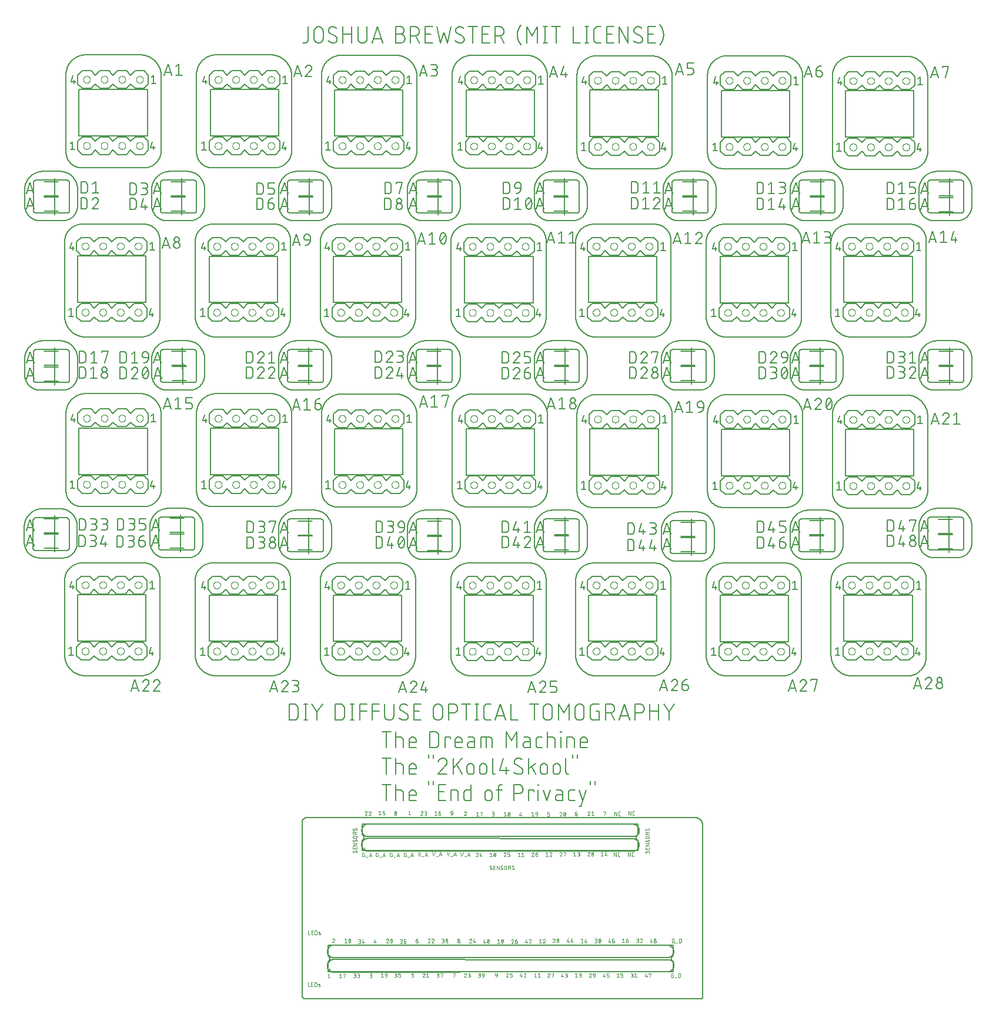
<source format=gbr>
G04 EAGLE Gerber RS-274X export*
G75*
%MOMM*%
%FSLAX34Y34*%
%LPD*%
%INSilkscreen Top*%
%IPPOS*%
%AMOC8*
5,1,8,0,0,1.08239X$1,22.5*%
G01*
%ADD10C,0.152400*%
%ADD11C,0.101600*%
%ADD12C,0.203200*%
%ADD13C,0.050800*%
%ADD14C,0.127000*%
%ADD15C,0.025400*%


D10*
X423990Y246634D02*
X423990Y313309D01*
X522415Y313309D02*
X522415Y246634D01*
X423990Y246634D01*
X423990Y313309D02*
X522415Y313309D01*
D11*
X506282Y232347D02*
X506284Y232488D01*
X506290Y232630D01*
X506300Y232771D01*
X506314Y232912D01*
X506332Y233052D01*
X506354Y233192D01*
X506379Y233331D01*
X506409Y233469D01*
X506443Y233606D01*
X506480Y233743D01*
X506521Y233878D01*
X506566Y234012D01*
X506615Y234145D01*
X506668Y234276D01*
X506724Y234406D01*
X506784Y234534D01*
X506847Y234661D01*
X506914Y234785D01*
X506984Y234908D01*
X507058Y235028D01*
X507135Y235147D01*
X507216Y235263D01*
X507300Y235377D01*
X507387Y235489D01*
X507477Y235598D01*
X507570Y235704D01*
X507666Y235808D01*
X507765Y235909D01*
X507867Y236007D01*
X507971Y236103D01*
X508078Y236195D01*
X508188Y236284D01*
X508300Y236371D01*
X508415Y236454D01*
X508531Y236533D01*
X508650Y236610D01*
X508772Y236683D01*
X508895Y236752D01*
X509020Y236818D01*
X509147Y236881D01*
X509275Y236940D01*
X509405Y236995D01*
X509537Y237047D01*
X509670Y237094D01*
X509805Y237138D01*
X509940Y237179D01*
X510077Y237215D01*
X510215Y237248D01*
X510353Y237276D01*
X510492Y237301D01*
X510632Y237322D01*
X510773Y237339D01*
X510913Y237352D01*
X511055Y237361D01*
X511196Y237366D01*
X511337Y237367D01*
X511479Y237364D01*
X511620Y237357D01*
X511761Y237346D01*
X511902Y237331D01*
X512042Y237312D01*
X512181Y237289D01*
X512320Y237263D01*
X512458Y237232D01*
X512596Y237197D01*
X512732Y237159D01*
X512867Y237117D01*
X513000Y237071D01*
X513133Y237021D01*
X513264Y236968D01*
X513393Y236911D01*
X513521Y236850D01*
X513647Y236786D01*
X513771Y236718D01*
X513893Y236647D01*
X514013Y236572D01*
X514131Y236494D01*
X514247Y236412D01*
X514360Y236328D01*
X514471Y236240D01*
X514580Y236149D01*
X514685Y236055D01*
X514789Y235959D01*
X514889Y235859D01*
X514986Y235757D01*
X515081Y235651D01*
X515173Y235544D01*
X515261Y235433D01*
X515347Y235321D01*
X515429Y235205D01*
X515508Y235088D01*
X515583Y234968D01*
X515655Y234847D01*
X515724Y234723D01*
X515789Y234598D01*
X515851Y234470D01*
X515909Y234341D01*
X515963Y234211D01*
X516014Y234079D01*
X516061Y233945D01*
X516104Y233811D01*
X516143Y233675D01*
X516179Y233538D01*
X516210Y233400D01*
X516238Y233261D01*
X516262Y233122D01*
X516282Y232982D01*
X516298Y232841D01*
X516310Y232700D01*
X516318Y232559D01*
X516322Y232418D01*
X516322Y232276D01*
X516318Y232135D01*
X516310Y231994D01*
X516298Y231853D01*
X516282Y231712D01*
X516262Y231572D01*
X516238Y231433D01*
X516210Y231294D01*
X516179Y231156D01*
X516143Y231019D01*
X516104Y230883D01*
X516061Y230749D01*
X516014Y230615D01*
X515963Y230483D01*
X515909Y230353D01*
X515851Y230224D01*
X515789Y230096D01*
X515724Y229971D01*
X515655Y229847D01*
X515583Y229726D01*
X515508Y229606D01*
X515429Y229489D01*
X515347Y229373D01*
X515261Y229261D01*
X515173Y229150D01*
X515081Y229043D01*
X514986Y228937D01*
X514889Y228835D01*
X514789Y228735D01*
X514685Y228639D01*
X514580Y228545D01*
X514471Y228454D01*
X514360Y228366D01*
X514247Y228282D01*
X514131Y228200D01*
X514013Y228122D01*
X513893Y228047D01*
X513771Y227976D01*
X513647Y227908D01*
X513521Y227844D01*
X513393Y227783D01*
X513264Y227726D01*
X513133Y227673D01*
X513000Y227623D01*
X512867Y227577D01*
X512732Y227535D01*
X512596Y227497D01*
X512458Y227462D01*
X512320Y227431D01*
X512181Y227405D01*
X512042Y227382D01*
X511902Y227363D01*
X511761Y227348D01*
X511620Y227337D01*
X511479Y227330D01*
X511337Y227327D01*
X511196Y227328D01*
X511055Y227333D01*
X510913Y227342D01*
X510773Y227355D01*
X510632Y227372D01*
X510492Y227393D01*
X510353Y227418D01*
X510215Y227446D01*
X510077Y227479D01*
X509940Y227515D01*
X509805Y227556D01*
X509670Y227600D01*
X509537Y227647D01*
X509405Y227699D01*
X509275Y227754D01*
X509147Y227813D01*
X509020Y227876D01*
X508895Y227942D01*
X508772Y228011D01*
X508650Y228084D01*
X508531Y228161D01*
X508415Y228240D01*
X508300Y228323D01*
X508188Y228410D01*
X508078Y228499D01*
X507971Y228591D01*
X507867Y228687D01*
X507765Y228785D01*
X507666Y228886D01*
X507570Y228990D01*
X507477Y229096D01*
X507387Y229205D01*
X507300Y229317D01*
X507216Y229431D01*
X507135Y229547D01*
X507058Y229666D01*
X506984Y229786D01*
X506914Y229909D01*
X506847Y230033D01*
X506784Y230160D01*
X506724Y230288D01*
X506668Y230418D01*
X506615Y230549D01*
X506566Y230682D01*
X506521Y230816D01*
X506480Y230951D01*
X506443Y231088D01*
X506409Y231225D01*
X506379Y231363D01*
X506354Y231502D01*
X506332Y231642D01*
X506314Y231782D01*
X506300Y231923D01*
X506290Y232064D01*
X506284Y232206D01*
X506282Y232347D01*
X480882Y232347D02*
X480884Y232488D01*
X480890Y232630D01*
X480900Y232771D01*
X480914Y232912D01*
X480932Y233052D01*
X480954Y233192D01*
X480979Y233331D01*
X481009Y233469D01*
X481043Y233606D01*
X481080Y233743D01*
X481121Y233878D01*
X481166Y234012D01*
X481215Y234145D01*
X481268Y234276D01*
X481324Y234406D01*
X481384Y234534D01*
X481447Y234661D01*
X481514Y234785D01*
X481584Y234908D01*
X481658Y235028D01*
X481735Y235147D01*
X481816Y235263D01*
X481900Y235377D01*
X481987Y235489D01*
X482077Y235598D01*
X482170Y235704D01*
X482266Y235808D01*
X482365Y235909D01*
X482467Y236007D01*
X482571Y236103D01*
X482678Y236195D01*
X482788Y236284D01*
X482900Y236371D01*
X483015Y236454D01*
X483131Y236533D01*
X483250Y236610D01*
X483372Y236683D01*
X483495Y236752D01*
X483620Y236818D01*
X483747Y236881D01*
X483875Y236940D01*
X484005Y236995D01*
X484137Y237047D01*
X484270Y237094D01*
X484405Y237138D01*
X484540Y237179D01*
X484677Y237215D01*
X484815Y237248D01*
X484953Y237276D01*
X485092Y237301D01*
X485232Y237322D01*
X485373Y237339D01*
X485513Y237352D01*
X485655Y237361D01*
X485796Y237366D01*
X485937Y237367D01*
X486079Y237364D01*
X486220Y237357D01*
X486361Y237346D01*
X486502Y237331D01*
X486642Y237312D01*
X486781Y237289D01*
X486920Y237263D01*
X487058Y237232D01*
X487196Y237197D01*
X487332Y237159D01*
X487467Y237117D01*
X487600Y237071D01*
X487733Y237021D01*
X487864Y236968D01*
X487993Y236911D01*
X488121Y236850D01*
X488247Y236786D01*
X488371Y236718D01*
X488493Y236647D01*
X488613Y236572D01*
X488731Y236494D01*
X488847Y236412D01*
X488960Y236328D01*
X489071Y236240D01*
X489180Y236149D01*
X489285Y236055D01*
X489389Y235959D01*
X489489Y235859D01*
X489586Y235757D01*
X489681Y235651D01*
X489773Y235544D01*
X489861Y235433D01*
X489947Y235321D01*
X490029Y235205D01*
X490108Y235088D01*
X490183Y234968D01*
X490255Y234847D01*
X490324Y234723D01*
X490389Y234598D01*
X490451Y234470D01*
X490509Y234341D01*
X490563Y234211D01*
X490614Y234079D01*
X490661Y233945D01*
X490704Y233811D01*
X490743Y233675D01*
X490779Y233538D01*
X490810Y233400D01*
X490838Y233261D01*
X490862Y233122D01*
X490882Y232982D01*
X490898Y232841D01*
X490910Y232700D01*
X490918Y232559D01*
X490922Y232418D01*
X490922Y232276D01*
X490918Y232135D01*
X490910Y231994D01*
X490898Y231853D01*
X490882Y231712D01*
X490862Y231572D01*
X490838Y231433D01*
X490810Y231294D01*
X490779Y231156D01*
X490743Y231019D01*
X490704Y230883D01*
X490661Y230749D01*
X490614Y230615D01*
X490563Y230483D01*
X490509Y230353D01*
X490451Y230224D01*
X490389Y230096D01*
X490324Y229971D01*
X490255Y229847D01*
X490183Y229726D01*
X490108Y229606D01*
X490029Y229489D01*
X489947Y229373D01*
X489861Y229261D01*
X489773Y229150D01*
X489681Y229043D01*
X489586Y228937D01*
X489489Y228835D01*
X489389Y228735D01*
X489285Y228639D01*
X489180Y228545D01*
X489071Y228454D01*
X488960Y228366D01*
X488847Y228282D01*
X488731Y228200D01*
X488613Y228122D01*
X488493Y228047D01*
X488371Y227976D01*
X488247Y227908D01*
X488121Y227844D01*
X487993Y227783D01*
X487864Y227726D01*
X487733Y227673D01*
X487600Y227623D01*
X487467Y227577D01*
X487332Y227535D01*
X487196Y227497D01*
X487058Y227462D01*
X486920Y227431D01*
X486781Y227405D01*
X486642Y227382D01*
X486502Y227363D01*
X486361Y227348D01*
X486220Y227337D01*
X486079Y227330D01*
X485937Y227327D01*
X485796Y227328D01*
X485655Y227333D01*
X485513Y227342D01*
X485373Y227355D01*
X485232Y227372D01*
X485092Y227393D01*
X484953Y227418D01*
X484815Y227446D01*
X484677Y227479D01*
X484540Y227515D01*
X484405Y227556D01*
X484270Y227600D01*
X484137Y227647D01*
X484005Y227699D01*
X483875Y227754D01*
X483747Y227813D01*
X483620Y227876D01*
X483495Y227942D01*
X483372Y228011D01*
X483250Y228084D01*
X483131Y228161D01*
X483015Y228240D01*
X482900Y228323D01*
X482788Y228410D01*
X482678Y228499D01*
X482571Y228591D01*
X482467Y228687D01*
X482365Y228785D01*
X482266Y228886D01*
X482170Y228990D01*
X482077Y229096D01*
X481987Y229205D01*
X481900Y229317D01*
X481816Y229431D01*
X481735Y229547D01*
X481658Y229666D01*
X481584Y229786D01*
X481514Y229909D01*
X481447Y230033D01*
X481384Y230160D01*
X481324Y230288D01*
X481268Y230418D01*
X481215Y230549D01*
X481166Y230682D01*
X481121Y230816D01*
X481080Y230951D01*
X481043Y231088D01*
X481009Y231225D01*
X480979Y231363D01*
X480954Y231502D01*
X480932Y231642D01*
X480914Y231782D01*
X480900Y231923D01*
X480890Y232064D01*
X480884Y232206D01*
X480882Y232347D01*
X455482Y232347D02*
X455484Y232488D01*
X455490Y232630D01*
X455500Y232771D01*
X455514Y232912D01*
X455532Y233052D01*
X455554Y233192D01*
X455579Y233331D01*
X455609Y233469D01*
X455643Y233606D01*
X455680Y233743D01*
X455721Y233878D01*
X455766Y234012D01*
X455815Y234145D01*
X455868Y234276D01*
X455924Y234406D01*
X455984Y234534D01*
X456047Y234661D01*
X456114Y234785D01*
X456184Y234908D01*
X456258Y235028D01*
X456335Y235147D01*
X456416Y235263D01*
X456500Y235377D01*
X456587Y235489D01*
X456677Y235598D01*
X456770Y235704D01*
X456866Y235808D01*
X456965Y235909D01*
X457067Y236007D01*
X457171Y236103D01*
X457278Y236195D01*
X457388Y236284D01*
X457500Y236371D01*
X457615Y236454D01*
X457731Y236533D01*
X457850Y236610D01*
X457972Y236683D01*
X458095Y236752D01*
X458220Y236818D01*
X458347Y236881D01*
X458475Y236940D01*
X458605Y236995D01*
X458737Y237047D01*
X458870Y237094D01*
X459005Y237138D01*
X459140Y237179D01*
X459277Y237215D01*
X459415Y237248D01*
X459553Y237276D01*
X459692Y237301D01*
X459832Y237322D01*
X459973Y237339D01*
X460113Y237352D01*
X460255Y237361D01*
X460396Y237366D01*
X460537Y237367D01*
X460679Y237364D01*
X460820Y237357D01*
X460961Y237346D01*
X461102Y237331D01*
X461242Y237312D01*
X461381Y237289D01*
X461520Y237263D01*
X461658Y237232D01*
X461796Y237197D01*
X461932Y237159D01*
X462067Y237117D01*
X462200Y237071D01*
X462333Y237021D01*
X462464Y236968D01*
X462593Y236911D01*
X462721Y236850D01*
X462847Y236786D01*
X462971Y236718D01*
X463093Y236647D01*
X463213Y236572D01*
X463331Y236494D01*
X463447Y236412D01*
X463560Y236328D01*
X463671Y236240D01*
X463780Y236149D01*
X463885Y236055D01*
X463989Y235959D01*
X464089Y235859D01*
X464186Y235757D01*
X464281Y235651D01*
X464373Y235544D01*
X464461Y235433D01*
X464547Y235321D01*
X464629Y235205D01*
X464708Y235088D01*
X464783Y234968D01*
X464855Y234847D01*
X464924Y234723D01*
X464989Y234598D01*
X465051Y234470D01*
X465109Y234341D01*
X465163Y234211D01*
X465214Y234079D01*
X465261Y233945D01*
X465304Y233811D01*
X465343Y233675D01*
X465379Y233538D01*
X465410Y233400D01*
X465438Y233261D01*
X465462Y233122D01*
X465482Y232982D01*
X465498Y232841D01*
X465510Y232700D01*
X465518Y232559D01*
X465522Y232418D01*
X465522Y232276D01*
X465518Y232135D01*
X465510Y231994D01*
X465498Y231853D01*
X465482Y231712D01*
X465462Y231572D01*
X465438Y231433D01*
X465410Y231294D01*
X465379Y231156D01*
X465343Y231019D01*
X465304Y230883D01*
X465261Y230749D01*
X465214Y230615D01*
X465163Y230483D01*
X465109Y230353D01*
X465051Y230224D01*
X464989Y230096D01*
X464924Y229971D01*
X464855Y229847D01*
X464783Y229726D01*
X464708Y229606D01*
X464629Y229489D01*
X464547Y229373D01*
X464461Y229261D01*
X464373Y229150D01*
X464281Y229043D01*
X464186Y228937D01*
X464089Y228835D01*
X463989Y228735D01*
X463885Y228639D01*
X463780Y228545D01*
X463671Y228454D01*
X463560Y228366D01*
X463447Y228282D01*
X463331Y228200D01*
X463213Y228122D01*
X463093Y228047D01*
X462971Y227976D01*
X462847Y227908D01*
X462721Y227844D01*
X462593Y227783D01*
X462464Y227726D01*
X462333Y227673D01*
X462200Y227623D01*
X462067Y227577D01*
X461932Y227535D01*
X461796Y227497D01*
X461658Y227462D01*
X461520Y227431D01*
X461381Y227405D01*
X461242Y227382D01*
X461102Y227363D01*
X460961Y227348D01*
X460820Y227337D01*
X460679Y227330D01*
X460537Y227327D01*
X460396Y227328D01*
X460255Y227333D01*
X460113Y227342D01*
X459973Y227355D01*
X459832Y227372D01*
X459692Y227393D01*
X459553Y227418D01*
X459415Y227446D01*
X459277Y227479D01*
X459140Y227515D01*
X459005Y227556D01*
X458870Y227600D01*
X458737Y227647D01*
X458605Y227699D01*
X458475Y227754D01*
X458347Y227813D01*
X458220Y227876D01*
X458095Y227942D01*
X457972Y228011D01*
X457850Y228084D01*
X457731Y228161D01*
X457615Y228240D01*
X457500Y228323D01*
X457388Y228410D01*
X457278Y228499D01*
X457171Y228591D01*
X457067Y228687D01*
X456965Y228785D01*
X456866Y228886D01*
X456770Y228990D01*
X456677Y229096D01*
X456587Y229205D01*
X456500Y229317D01*
X456416Y229431D01*
X456335Y229547D01*
X456258Y229666D01*
X456184Y229786D01*
X456114Y229909D01*
X456047Y230033D01*
X455984Y230160D01*
X455924Y230288D01*
X455868Y230418D01*
X455815Y230549D01*
X455766Y230682D01*
X455721Y230816D01*
X455680Y230951D01*
X455643Y231088D01*
X455609Y231225D01*
X455579Y231363D01*
X455554Y231502D01*
X455532Y231642D01*
X455514Y231782D01*
X455500Y231923D01*
X455490Y232064D01*
X455484Y232206D01*
X455482Y232347D01*
X430082Y232347D02*
X430084Y232488D01*
X430090Y232630D01*
X430100Y232771D01*
X430114Y232912D01*
X430132Y233052D01*
X430154Y233192D01*
X430179Y233331D01*
X430209Y233469D01*
X430243Y233606D01*
X430280Y233743D01*
X430321Y233878D01*
X430366Y234012D01*
X430415Y234145D01*
X430468Y234276D01*
X430524Y234406D01*
X430584Y234534D01*
X430647Y234661D01*
X430714Y234785D01*
X430784Y234908D01*
X430858Y235028D01*
X430935Y235147D01*
X431016Y235263D01*
X431100Y235377D01*
X431187Y235489D01*
X431277Y235598D01*
X431370Y235704D01*
X431466Y235808D01*
X431565Y235909D01*
X431667Y236007D01*
X431771Y236103D01*
X431878Y236195D01*
X431988Y236284D01*
X432100Y236371D01*
X432215Y236454D01*
X432331Y236533D01*
X432450Y236610D01*
X432572Y236683D01*
X432695Y236752D01*
X432820Y236818D01*
X432947Y236881D01*
X433075Y236940D01*
X433205Y236995D01*
X433337Y237047D01*
X433470Y237094D01*
X433605Y237138D01*
X433740Y237179D01*
X433877Y237215D01*
X434015Y237248D01*
X434153Y237276D01*
X434292Y237301D01*
X434432Y237322D01*
X434573Y237339D01*
X434713Y237352D01*
X434855Y237361D01*
X434996Y237366D01*
X435137Y237367D01*
X435279Y237364D01*
X435420Y237357D01*
X435561Y237346D01*
X435702Y237331D01*
X435842Y237312D01*
X435981Y237289D01*
X436120Y237263D01*
X436258Y237232D01*
X436396Y237197D01*
X436532Y237159D01*
X436667Y237117D01*
X436800Y237071D01*
X436933Y237021D01*
X437064Y236968D01*
X437193Y236911D01*
X437321Y236850D01*
X437447Y236786D01*
X437571Y236718D01*
X437693Y236647D01*
X437813Y236572D01*
X437931Y236494D01*
X438047Y236412D01*
X438160Y236328D01*
X438271Y236240D01*
X438380Y236149D01*
X438485Y236055D01*
X438589Y235959D01*
X438689Y235859D01*
X438786Y235757D01*
X438881Y235651D01*
X438973Y235544D01*
X439061Y235433D01*
X439147Y235321D01*
X439229Y235205D01*
X439308Y235088D01*
X439383Y234968D01*
X439455Y234847D01*
X439524Y234723D01*
X439589Y234598D01*
X439651Y234470D01*
X439709Y234341D01*
X439763Y234211D01*
X439814Y234079D01*
X439861Y233945D01*
X439904Y233811D01*
X439943Y233675D01*
X439979Y233538D01*
X440010Y233400D01*
X440038Y233261D01*
X440062Y233122D01*
X440082Y232982D01*
X440098Y232841D01*
X440110Y232700D01*
X440118Y232559D01*
X440122Y232418D01*
X440122Y232276D01*
X440118Y232135D01*
X440110Y231994D01*
X440098Y231853D01*
X440082Y231712D01*
X440062Y231572D01*
X440038Y231433D01*
X440010Y231294D01*
X439979Y231156D01*
X439943Y231019D01*
X439904Y230883D01*
X439861Y230749D01*
X439814Y230615D01*
X439763Y230483D01*
X439709Y230353D01*
X439651Y230224D01*
X439589Y230096D01*
X439524Y229971D01*
X439455Y229847D01*
X439383Y229726D01*
X439308Y229606D01*
X439229Y229489D01*
X439147Y229373D01*
X439061Y229261D01*
X438973Y229150D01*
X438881Y229043D01*
X438786Y228937D01*
X438689Y228835D01*
X438589Y228735D01*
X438485Y228639D01*
X438380Y228545D01*
X438271Y228454D01*
X438160Y228366D01*
X438047Y228282D01*
X437931Y228200D01*
X437813Y228122D01*
X437693Y228047D01*
X437571Y227976D01*
X437447Y227908D01*
X437321Y227844D01*
X437193Y227783D01*
X437064Y227726D01*
X436933Y227673D01*
X436800Y227623D01*
X436667Y227577D01*
X436532Y227535D01*
X436396Y227497D01*
X436258Y227462D01*
X436120Y227431D01*
X435981Y227405D01*
X435842Y227382D01*
X435702Y227363D01*
X435561Y227348D01*
X435420Y227337D01*
X435279Y227330D01*
X435137Y227327D01*
X434996Y227328D01*
X434855Y227333D01*
X434713Y227342D01*
X434573Y227355D01*
X434432Y227372D01*
X434292Y227393D01*
X434153Y227418D01*
X434015Y227446D01*
X433877Y227479D01*
X433740Y227515D01*
X433605Y227556D01*
X433470Y227600D01*
X433337Y227647D01*
X433205Y227699D01*
X433075Y227754D01*
X432947Y227813D01*
X432820Y227876D01*
X432695Y227942D01*
X432572Y228011D01*
X432450Y228084D01*
X432331Y228161D01*
X432215Y228240D01*
X432100Y228323D01*
X431988Y228410D01*
X431878Y228499D01*
X431771Y228591D01*
X431667Y228687D01*
X431565Y228785D01*
X431466Y228886D01*
X431370Y228990D01*
X431277Y229096D01*
X431187Y229205D01*
X431100Y229317D01*
X431016Y229431D01*
X430935Y229547D01*
X430858Y229666D01*
X430784Y229786D01*
X430714Y229909D01*
X430647Y230033D01*
X430584Y230160D01*
X430524Y230288D01*
X430468Y230418D01*
X430415Y230549D01*
X430366Y230682D01*
X430321Y230816D01*
X430280Y230951D01*
X430243Y231088D01*
X430209Y231225D01*
X430179Y231363D01*
X430154Y231502D01*
X430132Y231642D01*
X430114Y231782D01*
X430100Y231923D01*
X430090Y232064D01*
X430084Y232206D01*
X430082Y232347D01*
X506282Y327597D02*
X506284Y327738D01*
X506290Y327880D01*
X506300Y328021D01*
X506314Y328162D01*
X506332Y328302D01*
X506354Y328442D01*
X506379Y328581D01*
X506409Y328719D01*
X506443Y328856D01*
X506480Y328993D01*
X506521Y329128D01*
X506566Y329262D01*
X506615Y329395D01*
X506668Y329526D01*
X506724Y329656D01*
X506784Y329784D01*
X506847Y329911D01*
X506914Y330035D01*
X506984Y330158D01*
X507058Y330278D01*
X507135Y330397D01*
X507216Y330513D01*
X507300Y330627D01*
X507387Y330739D01*
X507477Y330848D01*
X507570Y330954D01*
X507666Y331058D01*
X507765Y331159D01*
X507867Y331257D01*
X507971Y331353D01*
X508078Y331445D01*
X508188Y331534D01*
X508300Y331621D01*
X508415Y331704D01*
X508531Y331783D01*
X508650Y331860D01*
X508772Y331933D01*
X508895Y332002D01*
X509020Y332068D01*
X509147Y332131D01*
X509275Y332190D01*
X509405Y332245D01*
X509537Y332297D01*
X509670Y332344D01*
X509805Y332388D01*
X509940Y332429D01*
X510077Y332465D01*
X510215Y332498D01*
X510353Y332526D01*
X510492Y332551D01*
X510632Y332572D01*
X510773Y332589D01*
X510913Y332602D01*
X511055Y332611D01*
X511196Y332616D01*
X511337Y332617D01*
X511479Y332614D01*
X511620Y332607D01*
X511761Y332596D01*
X511902Y332581D01*
X512042Y332562D01*
X512181Y332539D01*
X512320Y332513D01*
X512458Y332482D01*
X512596Y332447D01*
X512732Y332409D01*
X512867Y332367D01*
X513000Y332321D01*
X513133Y332271D01*
X513264Y332218D01*
X513393Y332161D01*
X513521Y332100D01*
X513647Y332036D01*
X513771Y331968D01*
X513893Y331897D01*
X514013Y331822D01*
X514131Y331744D01*
X514247Y331662D01*
X514360Y331578D01*
X514471Y331490D01*
X514580Y331399D01*
X514685Y331305D01*
X514789Y331209D01*
X514889Y331109D01*
X514986Y331007D01*
X515081Y330901D01*
X515173Y330794D01*
X515261Y330683D01*
X515347Y330571D01*
X515429Y330455D01*
X515508Y330338D01*
X515583Y330218D01*
X515655Y330097D01*
X515724Y329973D01*
X515789Y329848D01*
X515851Y329720D01*
X515909Y329591D01*
X515963Y329461D01*
X516014Y329329D01*
X516061Y329195D01*
X516104Y329061D01*
X516143Y328925D01*
X516179Y328788D01*
X516210Y328650D01*
X516238Y328511D01*
X516262Y328372D01*
X516282Y328232D01*
X516298Y328091D01*
X516310Y327950D01*
X516318Y327809D01*
X516322Y327668D01*
X516322Y327526D01*
X516318Y327385D01*
X516310Y327244D01*
X516298Y327103D01*
X516282Y326962D01*
X516262Y326822D01*
X516238Y326683D01*
X516210Y326544D01*
X516179Y326406D01*
X516143Y326269D01*
X516104Y326133D01*
X516061Y325999D01*
X516014Y325865D01*
X515963Y325733D01*
X515909Y325603D01*
X515851Y325474D01*
X515789Y325346D01*
X515724Y325221D01*
X515655Y325097D01*
X515583Y324976D01*
X515508Y324856D01*
X515429Y324739D01*
X515347Y324623D01*
X515261Y324511D01*
X515173Y324400D01*
X515081Y324293D01*
X514986Y324187D01*
X514889Y324085D01*
X514789Y323985D01*
X514685Y323889D01*
X514580Y323795D01*
X514471Y323704D01*
X514360Y323616D01*
X514247Y323532D01*
X514131Y323450D01*
X514013Y323372D01*
X513893Y323297D01*
X513771Y323226D01*
X513647Y323158D01*
X513521Y323094D01*
X513393Y323033D01*
X513264Y322976D01*
X513133Y322923D01*
X513000Y322873D01*
X512867Y322827D01*
X512732Y322785D01*
X512596Y322747D01*
X512458Y322712D01*
X512320Y322681D01*
X512181Y322655D01*
X512042Y322632D01*
X511902Y322613D01*
X511761Y322598D01*
X511620Y322587D01*
X511479Y322580D01*
X511337Y322577D01*
X511196Y322578D01*
X511055Y322583D01*
X510913Y322592D01*
X510773Y322605D01*
X510632Y322622D01*
X510492Y322643D01*
X510353Y322668D01*
X510215Y322696D01*
X510077Y322729D01*
X509940Y322765D01*
X509805Y322806D01*
X509670Y322850D01*
X509537Y322897D01*
X509405Y322949D01*
X509275Y323004D01*
X509147Y323063D01*
X509020Y323126D01*
X508895Y323192D01*
X508772Y323261D01*
X508650Y323334D01*
X508531Y323411D01*
X508415Y323490D01*
X508300Y323573D01*
X508188Y323660D01*
X508078Y323749D01*
X507971Y323841D01*
X507867Y323937D01*
X507765Y324035D01*
X507666Y324136D01*
X507570Y324240D01*
X507477Y324346D01*
X507387Y324455D01*
X507300Y324567D01*
X507216Y324681D01*
X507135Y324797D01*
X507058Y324916D01*
X506984Y325036D01*
X506914Y325159D01*
X506847Y325283D01*
X506784Y325410D01*
X506724Y325538D01*
X506668Y325668D01*
X506615Y325799D01*
X506566Y325932D01*
X506521Y326066D01*
X506480Y326201D01*
X506443Y326338D01*
X506409Y326475D01*
X506379Y326613D01*
X506354Y326752D01*
X506332Y326892D01*
X506314Y327032D01*
X506300Y327173D01*
X506290Y327314D01*
X506284Y327456D01*
X506282Y327597D01*
X480882Y327597D02*
X480884Y327738D01*
X480890Y327880D01*
X480900Y328021D01*
X480914Y328162D01*
X480932Y328302D01*
X480954Y328442D01*
X480979Y328581D01*
X481009Y328719D01*
X481043Y328856D01*
X481080Y328993D01*
X481121Y329128D01*
X481166Y329262D01*
X481215Y329395D01*
X481268Y329526D01*
X481324Y329656D01*
X481384Y329784D01*
X481447Y329911D01*
X481514Y330035D01*
X481584Y330158D01*
X481658Y330278D01*
X481735Y330397D01*
X481816Y330513D01*
X481900Y330627D01*
X481987Y330739D01*
X482077Y330848D01*
X482170Y330954D01*
X482266Y331058D01*
X482365Y331159D01*
X482467Y331257D01*
X482571Y331353D01*
X482678Y331445D01*
X482788Y331534D01*
X482900Y331621D01*
X483015Y331704D01*
X483131Y331783D01*
X483250Y331860D01*
X483372Y331933D01*
X483495Y332002D01*
X483620Y332068D01*
X483747Y332131D01*
X483875Y332190D01*
X484005Y332245D01*
X484137Y332297D01*
X484270Y332344D01*
X484405Y332388D01*
X484540Y332429D01*
X484677Y332465D01*
X484815Y332498D01*
X484953Y332526D01*
X485092Y332551D01*
X485232Y332572D01*
X485373Y332589D01*
X485513Y332602D01*
X485655Y332611D01*
X485796Y332616D01*
X485937Y332617D01*
X486079Y332614D01*
X486220Y332607D01*
X486361Y332596D01*
X486502Y332581D01*
X486642Y332562D01*
X486781Y332539D01*
X486920Y332513D01*
X487058Y332482D01*
X487196Y332447D01*
X487332Y332409D01*
X487467Y332367D01*
X487600Y332321D01*
X487733Y332271D01*
X487864Y332218D01*
X487993Y332161D01*
X488121Y332100D01*
X488247Y332036D01*
X488371Y331968D01*
X488493Y331897D01*
X488613Y331822D01*
X488731Y331744D01*
X488847Y331662D01*
X488960Y331578D01*
X489071Y331490D01*
X489180Y331399D01*
X489285Y331305D01*
X489389Y331209D01*
X489489Y331109D01*
X489586Y331007D01*
X489681Y330901D01*
X489773Y330794D01*
X489861Y330683D01*
X489947Y330571D01*
X490029Y330455D01*
X490108Y330338D01*
X490183Y330218D01*
X490255Y330097D01*
X490324Y329973D01*
X490389Y329848D01*
X490451Y329720D01*
X490509Y329591D01*
X490563Y329461D01*
X490614Y329329D01*
X490661Y329195D01*
X490704Y329061D01*
X490743Y328925D01*
X490779Y328788D01*
X490810Y328650D01*
X490838Y328511D01*
X490862Y328372D01*
X490882Y328232D01*
X490898Y328091D01*
X490910Y327950D01*
X490918Y327809D01*
X490922Y327668D01*
X490922Y327526D01*
X490918Y327385D01*
X490910Y327244D01*
X490898Y327103D01*
X490882Y326962D01*
X490862Y326822D01*
X490838Y326683D01*
X490810Y326544D01*
X490779Y326406D01*
X490743Y326269D01*
X490704Y326133D01*
X490661Y325999D01*
X490614Y325865D01*
X490563Y325733D01*
X490509Y325603D01*
X490451Y325474D01*
X490389Y325346D01*
X490324Y325221D01*
X490255Y325097D01*
X490183Y324976D01*
X490108Y324856D01*
X490029Y324739D01*
X489947Y324623D01*
X489861Y324511D01*
X489773Y324400D01*
X489681Y324293D01*
X489586Y324187D01*
X489489Y324085D01*
X489389Y323985D01*
X489285Y323889D01*
X489180Y323795D01*
X489071Y323704D01*
X488960Y323616D01*
X488847Y323532D01*
X488731Y323450D01*
X488613Y323372D01*
X488493Y323297D01*
X488371Y323226D01*
X488247Y323158D01*
X488121Y323094D01*
X487993Y323033D01*
X487864Y322976D01*
X487733Y322923D01*
X487600Y322873D01*
X487467Y322827D01*
X487332Y322785D01*
X487196Y322747D01*
X487058Y322712D01*
X486920Y322681D01*
X486781Y322655D01*
X486642Y322632D01*
X486502Y322613D01*
X486361Y322598D01*
X486220Y322587D01*
X486079Y322580D01*
X485937Y322577D01*
X485796Y322578D01*
X485655Y322583D01*
X485513Y322592D01*
X485373Y322605D01*
X485232Y322622D01*
X485092Y322643D01*
X484953Y322668D01*
X484815Y322696D01*
X484677Y322729D01*
X484540Y322765D01*
X484405Y322806D01*
X484270Y322850D01*
X484137Y322897D01*
X484005Y322949D01*
X483875Y323004D01*
X483747Y323063D01*
X483620Y323126D01*
X483495Y323192D01*
X483372Y323261D01*
X483250Y323334D01*
X483131Y323411D01*
X483015Y323490D01*
X482900Y323573D01*
X482788Y323660D01*
X482678Y323749D01*
X482571Y323841D01*
X482467Y323937D01*
X482365Y324035D01*
X482266Y324136D01*
X482170Y324240D01*
X482077Y324346D01*
X481987Y324455D01*
X481900Y324567D01*
X481816Y324681D01*
X481735Y324797D01*
X481658Y324916D01*
X481584Y325036D01*
X481514Y325159D01*
X481447Y325283D01*
X481384Y325410D01*
X481324Y325538D01*
X481268Y325668D01*
X481215Y325799D01*
X481166Y325932D01*
X481121Y326066D01*
X481080Y326201D01*
X481043Y326338D01*
X481009Y326475D01*
X480979Y326613D01*
X480954Y326752D01*
X480932Y326892D01*
X480914Y327032D01*
X480900Y327173D01*
X480890Y327314D01*
X480884Y327456D01*
X480882Y327597D01*
X455482Y327597D02*
X455484Y327738D01*
X455490Y327880D01*
X455500Y328021D01*
X455514Y328162D01*
X455532Y328302D01*
X455554Y328442D01*
X455579Y328581D01*
X455609Y328719D01*
X455643Y328856D01*
X455680Y328993D01*
X455721Y329128D01*
X455766Y329262D01*
X455815Y329395D01*
X455868Y329526D01*
X455924Y329656D01*
X455984Y329784D01*
X456047Y329911D01*
X456114Y330035D01*
X456184Y330158D01*
X456258Y330278D01*
X456335Y330397D01*
X456416Y330513D01*
X456500Y330627D01*
X456587Y330739D01*
X456677Y330848D01*
X456770Y330954D01*
X456866Y331058D01*
X456965Y331159D01*
X457067Y331257D01*
X457171Y331353D01*
X457278Y331445D01*
X457388Y331534D01*
X457500Y331621D01*
X457615Y331704D01*
X457731Y331783D01*
X457850Y331860D01*
X457972Y331933D01*
X458095Y332002D01*
X458220Y332068D01*
X458347Y332131D01*
X458475Y332190D01*
X458605Y332245D01*
X458737Y332297D01*
X458870Y332344D01*
X459005Y332388D01*
X459140Y332429D01*
X459277Y332465D01*
X459415Y332498D01*
X459553Y332526D01*
X459692Y332551D01*
X459832Y332572D01*
X459973Y332589D01*
X460113Y332602D01*
X460255Y332611D01*
X460396Y332616D01*
X460537Y332617D01*
X460679Y332614D01*
X460820Y332607D01*
X460961Y332596D01*
X461102Y332581D01*
X461242Y332562D01*
X461381Y332539D01*
X461520Y332513D01*
X461658Y332482D01*
X461796Y332447D01*
X461932Y332409D01*
X462067Y332367D01*
X462200Y332321D01*
X462333Y332271D01*
X462464Y332218D01*
X462593Y332161D01*
X462721Y332100D01*
X462847Y332036D01*
X462971Y331968D01*
X463093Y331897D01*
X463213Y331822D01*
X463331Y331744D01*
X463447Y331662D01*
X463560Y331578D01*
X463671Y331490D01*
X463780Y331399D01*
X463885Y331305D01*
X463989Y331209D01*
X464089Y331109D01*
X464186Y331007D01*
X464281Y330901D01*
X464373Y330794D01*
X464461Y330683D01*
X464547Y330571D01*
X464629Y330455D01*
X464708Y330338D01*
X464783Y330218D01*
X464855Y330097D01*
X464924Y329973D01*
X464989Y329848D01*
X465051Y329720D01*
X465109Y329591D01*
X465163Y329461D01*
X465214Y329329D01*
X465261Y329195D01*
X465304Y329061D01*
X465343Y328925D01*
X465379Y328788D01*
X465410Y328650D01*
X465438Y328511D01*
X465462Y328372D01*
X465482Y328232D01*
X465498Y328091D01*
X465510Y327950D01*
X465518Y327809D01*
X465522Y327668D01*
X465522Y327526D01*
X465518Y327385D01*
X465510Y327244D01*
X465498Y327103D01*
X465482Y326962D01*
X465462Y326822D01*
X465438Y326683D01*
X465410Y326544D01*
X465379Y326406D01*
X465343Y326269D01*
X465304Y326133D01*
X465261Y325999D01*
X465214Y325865D01*
X465163Y325733D01*
X465109Y325603D01*
X465051Y325474D01*
X464989Y325346D01*
X464924Y325221D01*
X464855Y325097D01*
X464783Y324976D01*
X464708Y324856D01*
X464629Y324739D01*
X464547Y324623D01*
X464461Y324511D01*
X464373Y324400D01*
X464281Y324293D01*
X464186Y324187D01*
X464089Y324085D01*
X463989Y323985D01*
X463885Y323889D01*
X463780Y323795D01*
X463671Y323704D01*
X463560Y323616D01*
X463447Y323532D01*
X463331Y323450D01*
X463213Y323372D01*
X463093Y323297D01*
X462971Y323226D01*
X462847Y323158D01*
X462721Y323094D01*
X462593Y323033D01*
X462464Y322976D01*
X462333Y322923D01*
X462200Y322873D01*
X462067Y322827D01*
X461932Y322785D01*
X461796Y322747D01*
X461658Y322712D01*
X461520Y322681D01*
X461381Y322655D01*
X461242Y322632D01*
X461102Y322613D01*
X460961Y322598D01*
X460820Y322587D01*
X460679Y322580D01*
X460537Y322577D01*
X460396Y322578D01*
X460255Y322583D01*
X460113Y322592D01*
X459973Y322605D01*
X459832Y322622D01*
X459692Y322643D01*
X459553Y322668D01*
X459415Y322696D01*
X459277Y322729D01*
X459140Y322765D01*
X459005Y322806D01*
X458870Y322850D01*
X458737Y322897D01*
X458605Y322949D01*
X458475Y323004D01*
X458347Y323063D01*
X458220Y323126D01*
X458095Y323192D01*
X457972Y323261D01*
X457850Y323334D01*
X457731Y323411D01*
X457615Y323490D01*
X457500Y323573D01*
X457388Y323660D01*
X457278Y323749D01*
X457171Y323841D01*
X457067Y323937D01*
X456965Y324035D01*
X456866Y324136D01*
X456770Y324240D01*
X456677Y324346D01*
X456587Y324455D01*
X456500Y324567D01*
X456416Y324681D01*
X456335Y324797D01*
X456258Y324916D01*
X456184Y325036D01*
X456114Y325159D01*
X456047Y325283D01*
X455984Y325410D01*
X455924Y325538D01*
X455868Y325668D01*
X455815Y325799D01*
X455766Y325932D01*
X455721Y326066D01*
X455680Y326201D01*
X455643Y326338D01*
X455609Y326475D01*
X455579Y326613D01*
X455554Y326752D01*
X455532Y326892D01*
X455514Y327032D01*
X455500Y327173D01*
X455490Y327314D01*
X455484Y327456D01*
X455482Y327597D01*
X430082Y327597D02*
X430084Y327738D01*
X430090Y327880D01*
X430100Y328021D01*
X430114Y328162D01*
X430132Y328302D01*
X430154Y328442D01*
X430179Y328581D01*
X430209Y328719D01*
X430243Y328856D01*
X430280Y328993D01*
X430321Y329128D01*
X430366Y329262D01*
X430415Y329395D01*
X430468Y329526D01*
X430524Y329656D01*
X430584Y329784D01*
X430647Y329911D01*
X430714Y330035D01*
X430784Y330158D01*
X430858Y330278D01*
X430935Y330397D01*
X431016Y330513D01*
X431100Y330627D01*
X431187Y330739D01*
X431277Y330848D01*
X431370Y330954D01*
X431466Y331058D01*
X431565Y331159D01*
X431667Y331257D01*
X431771Y331353D01*
X431878Y331445D01*
X431988Y331534D01*
X432100Y331621D01*
X432215Y331704D01*
X432331Y331783D01*
X432450Y331860D01*
X432572Y331933D01*
X432695Y332002D01*
X432820Y332068D01*
X432947Y332131D01*
X433075Y332190D01*
X433205Y332245D01*
X433337Y332297D01*
X433470Y332344D01*
X433605Y332388D01*
X433740Y332429D01*
X433877Y332465D01*
X434015Y332498D01*
X434153Y332526D01*
X434292Y332551D01*
X434432Y332572D01*
X434573Y332589D01*
X434713Y332602D01*
X434855Y332611D01*
X434996Y332616D01*
X435137Y332617D01*
X435279Y332614D01*
X435420Y332607D01*
X435561Y332596D01*
X435702Y332581D01*
X435842Y332562D01*
X435981Y332539D01*
X436120Y332513D01*
X436258Y332482D01*
X436396Y332447D01*
X436532Y332409D01*
X436667Y332367D01*
X436800Y332321D01*
X436933Y332271D01*
X437064Y332218D01*
X437193Y332161D01*
X437321Y332100D01*
X437447Y332036D01*
X437571Y331968D01*
X437693Y331897D01*
X437813Y331822D01*
X437931Y331744D01*
X438047Y331662D01*
X438160Y331578D01*
X438271Y331490D01*
X438380Y331399D01*
X438485Y331305D01*
X438589Y331209D01*
X438689Y331109D01*
X438786Y331007D01*
X438881Y330901D01*
X438973Y330794D01*
X439061Y330683D01*
X439147Y330571D01*
X439229Y330455D01*
X439308Y330338D01*
X439383Y330218D01*
X439455Y330097D01*
X439524Y329973D01*
X439589Y329848D01*
X439651Y329720D01*
X439709Y329591D01*
X439763Y329461D01*
X439814Y329329D01*
X439861Y329195D01*
X439904Y329061D01*
X439943Y328925D01*
X439979Y328788D01*
X440010Y328650D01*
X440038Y328511D01*
X440062Y328372D01*
X440082Y328232D01*
X440098Y328091D01*
X440110Y327950D01*
X440118Y327809D01*
X440122Y327668D01*
X440122Y327526D01*
X440118Y327385D01*
X440110Y327244D01*
X440098Y327103D01*
X440082Y326962D01*
X440062Y326822D01*
X440038Y326683D01*
X440010Y326544D01*
X439979Y326406D01*
X439943Y326269D01*
X439904Y326133D01*
X439861Y325999D01*
X439814Y325865D01*
X439763Y325733D01*
X439709Y325603D01*
X439651Y325474D01*
X439589Y325346D01*
X439524Y325221D01*
X439455Y325097D01*
X439383Y324976D01*
X439308Y324856D01*
X439229Y324739D01*
X439147Y324623D01*
X439061Y324511D01*
X438973Y324400D01*
X438881Y324293D01*
X438786Y324187D01*
X438689Y324085D01*
X438589Y323985D01*
X438485Y323889D01*
X438380Y323795D01*
X438271Y323704D01*
X438160Y323616D01*
X438047Y323532D01*
X437931Y323450D01*
X437813Y323372D01*
X437693Y323297D01*
X437571Y323226D01*
X437447Y323158D01*
X437321Y323094D01*
X437193Y323033D01*
X437064Y322976D01*
X436933Y322923D01*
X436800Y322873D01*
X436667Y322827D01*
X436532Y322785D01*
X436396Y322747D01*
X436258Y322712D01*
X436120Y322681D01*
X435981Y322655D01*
X435842Y322632D01*
X435702Y322613D01*
X435561Y322598D01*
X435420Y322587D01*
X435279Y322580D01*
X435137Y322577D01*
X434996Y322578D01*
X434855Y322583D01*
X434713Y322592D01*
X434573Y322605D01*
X434432Y322622D01*
X434292Y322643D01*
X434153Y322668D01*
X434015Y322696D01*
X433877Y322729D01*
X433740Y322765D01*
X433605Y322806D01*
X433470Y322850D01*
X433337Y322897D01*
X433205Y322949D01*
X433075Y323004D01*
X432947Y323063D01*
X432820Y323126D01*
X432695Y323192D01*
X432572Y323261D01*
X432450Y323334D01*
X432331Y323411D01*
X432215Y323490D01*
X432100Y323573D01*
X431988Y323660D01*
X431878Y323749D01*
X431771Y323841D01*
X431667Y323937D01*
X431565Y324035D01*
X431466Y324136D01*
X431370Y324240D01*
X431277Y324346D01*
X431187Y324455D01*
X431100Y324567D01*
X431016Y324681D01*
X430935Y324797D01*
X430858Y324916D01*
X430784Y325036D01*
X430714Y325159D01*
X430647Y325283D01*
X430584Y325410D01*
X430524Y325538D01*
X430468Y325668D01*
X430415Y325799D01*
X430366Y325932D01*
X430321Y326066D01*
X430280Y326201D01*
X430243Y326338D01*
X430209Y326475D01*
X430179Y326613D01*
X430154Y326752D01*
X430132Y326892D01*
X430114Y327032D01*
X430100Y327173D01*
X430090Y327314D01*
X430084Y327456D01*
X430082Y327597D01*
D10*
X234506Y313563D02*
X234506Y246888D01*
X332931Y246888D02*
X332931Y313563D01*
X332931Y246888D02*
X234506Y246888D01*
X234506Y313563D02*
X332931Y313563D01*
D11*
X316798Y232601D02*
X316800Y232742D01*
X316806Y232884D01*
X316816Y233025D01*
X316830Y233166D01*
X316848Y233306D01*
X316870Y233446D01*
X316895Y233585D01*
X316925Y233723D01*
X316959Y233860D01*
X316996Y233997D01*
X317037Y234132D01*
X317082Y234266D01*
X317131Y234399D01*
X317184Y234530D01*
X317240Y234660D01*
X317300Y234788D01*
X317363Y234915D01*
X317430Y235039D01*
X317500Y235162D01*
X317574Y235282D01*
X317651Y235401D01*
X317732Y235517D01*
X317816Y235631D01*
X317903Y235743D01*
X317993Y235852D01*
X318086Y235958D01*
X318182Y236062D01*
X318281Y236163D01*
X318383Y236261D01*
X318487Y236357D01*
X318594Y236449D01*
X318704Y236538D01*
X318816Y236625D01*
X318931Y236708D01*
X319047Y236787D01*
X319166Y236864D01*
X319288Y236937D01*
X319411Y237006D01*
X319536Y237072D01*
X319663Y237135D01*
X319791Y237194D01*
X319921Y237249D01*
X320053Y237301D01*
X320186Y237348D01*
X320321Y237392D01*
X320456Y237433D01*
X320593Y237469D01*
X320731Y237502D01*
X320869Y237530D01*
X321008Y237555D01*
X321148Y237576D01*
X321289Y237593D01*
X321429Y237606D01*
X321571Y237615D01*
X321712Y237620D01*
X321853Y237621D01*
X321995Y237618D01*
X322136Y237611D01*
X322277Y237600D01*
X322418Y237585D01*
X322558Y237566D01*
X322697Y237543D01*
X322836Y237517D01*
X322974Y237486D01*
X323112Y237451D01*
X323248Y237413D01*
X323383Y237371D01*
X323516Y237325D01*
X323649Y237275D01*
X323780Y237222D01*
X323909Y237165D01*
X324037Y237104D01*
X324163Y237040D01*
X324287Y236972D01*
X324409Y236901D01*
X324529Y236826D01*
X324647Y236748D01*
X324763Y236666D01*
X324876Y236582D01*
X324987Y236494D01*
X325096Y236403D01*
X325201Y236309D01*
X325305Y236213D01*
X325405Y236113D01*
X325502Y236011D01*
X325597Y235905D01*
X325689Y235798D01*
X325777Y235687D01*
X325863Y235575D01*
X325945Y235459D01*
X326024Y235342D01*
X326099Y235222D01*
X326171Y235101D01*
X326240Y234977D01*
X326305Y234852D01*
X326367Y234724D01*
X326425Y234595D01*
X326479Y234465D01*
X326530Y234333D01*
X326577Y234199D01*
X326620Y234065D01*
X326659Y233929D01*
X326695Y233792D01*
X326726Y233654D01*
X326754Y233515D01*
X326778Y233376D01*
X326798Y233236D01*
X326814Y233095D01*
X326826Y232954D01*
X326834Y232813D01*
X326838Y232672D01*
X326838Y232530D01*
X326834Y232389D01*
X326826Y232248D01*
X326814Y232107D01*
X326798Y231966D01*
X326778Y231826D01*
X326754Y231687D01*
X326726Y231548D01*
X326695Y231410D01*
X326659Y231273D01*
X326620Y231137D01*
X326577Y231003D01*
X326530Y230869D01*
X326479Y230737D01*
X326425Y230607D01*
X326367Y230478D01*
X326305Y230350D01*
X326240Y230225D01*
X326171Y230101D01*
X326099Y229980D01*
X326024Y229860D01*
X325945Y229743D01*
X325863Y229627D01*
X325777Y229515D01*
X325689Y229404D01*
X325597Y229297D01*
X325502Y229191D01*
X325405Y229089D01*
X325305Y228989D01*
X325201Y228893D01*
X325096Y228799D01*
X324987Y228708D01*
X324876Y228620D01*
X324763Y228536D01*
X324647Y228454D01*
X324529Y228376D01*
X324409Y228301D01*
X324287Y228230D01*
X324163Y228162D01*
X324037Y228098D01*
X323909Y228037D01*
X323780Y227980D01*
X323649Y227927D01*
X323516Y227877D01*
X323383Y227831D01*
X323248Y227789D01*
X323112Y227751D01*
X322974Y227716D01*
X322836Y227685D01*
X322697Y227659D01*
X322558Y227636D01*
X322418Y227617D01*
X322277Y227602D01*
X322136Y227591D01*
X321995Y227584D01*
X321853Y227581D01*
X321712Y227582D01*
X321571Y227587D01*
X321429Y227596D01*
X321289Y227609D01*
X321148Y227626D01*
X321008Y227647D01*
X320869Y227672D01*
X320731Y227700D01*
X320593Y227733D01*
X320456Y227769D01*
X320321Y227810D01*
X320186Y227854D01*
X320053Y227901D01*
X319921Y227953D01*
X319791Y228008D01*
X319663Y228067D01*
X319536Y228130D01*
X319411Y228196D01*
X319288Y228265D01*
X319166Y228338D01*
X319047Y228415D01*
X318931Y228494D01*
X318816Y228577D01*
X318704Y228664D01*
X318594Y228753D01*
X318487Y228845D01*
X318383Y228941D01*
X318281Y229039D01*
X318182Y229140D01*
X318086Y229244D01*
X317993Y229350D01*
X317903Y229459D01*
X317816Y229571D01*
X317732Y229685D01*
X317651Y229801D01*
X317574Y229920D01*
X317500Y230040D01*
X317430Y230163D01*
X317363Y230287D01*
X317300Y230414D01*
X317240Y230542D01*
X317184Y230672D01*
X317131Y230803D01*
X317082Y230936D01*
X317037Y231070D01*
X316996Y231205D01*
X316959Y231342D01*
X316925Y231479D01*
X316895Y231617D01*
X316870Y231756D01*
X316848Y231896D01*
X316830Y232036D01*
X316816Y232177D01*
X316806Y232318D01*
X316800Y232460D01*
X316798Y232601D01*
X291398Y232601D02*
X291400Y232742D01*
X291406Y232884D01*
X291416Y233025D01*
X291430Y233166D01*
X291448Y233306D01*
X291470Y233446D01*
X291495Y233585D01*
X291525Y233723D01*
X291559Y233860D01*
X291596Y233997D01*
X291637Y234132D01*
X291682Y234266D01*
X291731Y234399D01*
X291784Y234530D01*
X291840Y234660D01*
X291900Y234788D01*
X291963Y234915D01*
X292030Y235039D01*
X292100Y235162D01*
X292174Y235282D01*
X292251Y235401D01*
X292332Y235517D01*
X292416Y235631D01*
X292503Y235743D01*
X292593Y235852D01*
X292686Y235958D01*
X292782Y236062D01*
X292881Y236163D01*
X292983Y236261D01*
X293087Y236357D01*
X293194Y236449D01*
X293304Y236538D01*
X293416Y236625D01*
X293531Y236708D01*
X293647Y236787D01*
X293766Y236864D01*
X293888Y236937D01*
X294011Y237006D01*
X294136Y237072D01*
X294263Y237135D01*
X294391Y237194D01*
X294521Y237249D01*
X294653Y237301D01*
X294786Y237348D01*
X294921Y237392D01*
X295056Y237433D01*
X295193Y237469D01*
X295331Y237502D01*
X295469Y237530D01*
X295608Y237555D01*
X295748Y237576D01*
X295889Y237593D01*
X296029Y237606D01*
X296171Y237615D01*
X296312Y237620D01*
X296453Y237621D01*
X296595Y237618D01*
X296736Y237611D01*
X296877Y237600D01*
X297018Y237585D01*
X297158Y237566D01*
X297297Y237543D01*
X297436Y237517D01*
X297574Y237486D01*
X297712Y237451D01*
X297848Y237413D01*
X297983Y237371D01*
X298116Y237325D01*
X298249Y237275D01*
X298380Y237222D01*
X298509Y237165D01*
X298637Y237104D01*
X298763Y237040D01*
X298887Y236972D01*
X299009Y236901D01*
X299129Y236826D01*
X299247Y236748D01*
X299363Y236666D01*
X299476Y236582D01*
X299587Y236494D01*
X299696Y236403D01*
X299801Y236309D01*
X299905Y236213D01*
X300005Y236113D01*
X300102Y236011D01*
X300197Y235905D01*
X300289Y235798D01*
X300377Y235687D01*
X300463Y235575D01*
X300545Y235459D01*
X300624Y235342D01*
X300699Y235222D01*
X300771Y235101D01*
X300840Y234977D01*
X300905Y234852D01*
X300967Y234724D01*
X301025Y234595D01*
X301079Y234465D01*
X301130Y234333D01*
X301177Y234199D01*
X301220Y234065D01*
X301259Y233929D01*
X301295Y233792D01*
X301326Y233654D01*
X301354Y233515D01*
X301378Y233376D01*
X301398Y233236D01*
X301414Y233095D01*
X301426Y232954D01*
X301434Y232813D01*
X301438Y232672D01*
X301438Y232530D01*
X301434Y232389D01*
X301426Y232248D01*
X301414Y232107D01*
X301398Y231966D01*
X301378Y231826D01*
X301354Y231687D01*
X301326Y231548D01*
X301295Y231410D01*
X301259Y231273D01*
X301220Y231137D01*
X301177Y231003D01*
X301130Y230869D01*
X301079Y230737D01*
X301025Y230607D01*
X300967Y230478D01*
X300905Y230350D01*
X300840Y230225D01*
X300771Y230101D01*
X300699Y229980D01*
X300624Y229860D01*
X300545Y229743D01*
X300463Y229627D01*
X300377Y229515D01*
X300289Y229404D01*
X300197Y229297D01*
X300102Y229191D01*
X300005Y229089D01*
X299905Y228989D01*
X299801Y228893D01*
X299696Y228799D01*
X299587Y228708D01*
X299476Y228620D01*
X299363Y228536D01*
X299247Y228454D01*
X299129Y228376D01*
X299009Y228301D01*
X298887Y228230D01*
X298763Y228162D01*
X298637Y228098D01*
X298509Y228037D01*
X298380Y227980D01*
X298249Y227927D01*
X298116Y227877D01*
X297983Y227831D01*
X297848Y227789D01*
X297712Y227751D01*
X297574Y227716D01*
X297436Y227685D01*
X297297Y227659D01*
X297158Y227636D01*
X297018Y227617D01*
X296877Y227602D01*
X296736Y227591D01*
X296595Y227584D01*
X296453Y227581D01*
X296312Y227582D01*
X296171Y227587D01*
X296029Y227596D01*
X295889Y227609D01*
X295748Y227626D01*
X295608Y227647D01*
X295469Y227672D01*
X295331Y227700D01*
X295193Y227733D01*
X295056Y227769D01*
X294921Y227810D01*
X294786Y227854D01*
X294653Y227901D01*
X294521Y227953D01*
X294391Y228008D01*
X294263Y228067D01*
X294136Y228130D01*
X294011Y228196D01*
X293888Y228265D01*
X293766Y228338D01*
X293647Y228415D01*
X293531Y228494D01*
X293416Y228577D01*
X293304Y228664D01*
X293194Y228753D01*
X293087Y228845D01*
X292983Y228941D01*
X292881Y229039D01*
X292782Y229140D01*
X292686Y229244D01*
X292593Y229350D01*
X292503Y229459D01*
X292416Y229571D01*
X292332Y229685D01*
X292251Y229801D01*
X292174Y229920D01*
X292100Y230040D01*
X292030Y230163D01*
X291963Y230287D01*
X291900Y230414D01*
X291840Y230542D01*
X291784Y230672D01*
X291731Y230803D01*
X291682Y230936D01*
X291637Y231070D01*
X291596Y231205D01*
X291559Y231342D01*
X291525Y231479D01*
X291495Y231617D01*
X291470Y231756D01*
X291448Y231896D01*
X291430Y232036D01*
X291416Y232177D01*
X291406Y232318D01*
X291400Y232460D01*
X291398Y232601D01*
X265998Y232601D02*
X266000Y232742D01*
X266006Y232884D01*
X266016Y233025D01*
X266030Y233166D01*
X266048Y233306D01*
X266070Y233446D01*
X266095Y233585D01*
X266125Y233723D01*
X266159Y233860D01*
X266196Y233997D01*
X266237Y234132D01*
X266282Y234266D01*
X266331Y234399D01*
X266384Y234530D01*
X266440Y234660D01*
X266500Y234788D01*
X266563Y234915D01*
X266630Y235039D01*
X266700Y235162D01*
X266774Y235282D01*
X266851Y235401D01*
X266932Y235517D01*
X267016Y235631D01*
X267103Y235743D01*
X267193Y235852D01*
X267286Y235958D01*
X267382Y236062D01*
X267481Y236163D01*
X267583Y236261D01*
X267687Y236357D01*
X267794Y236449D01*
X267904Y236538D01*
X268016Y236625D01*
X268131Y236708D01*
X268247Y236787D01*
X268366Y236864D01*
X268488Y236937D01*
X268611Y237006D01*
X268736Y237072D01*
X268863Y237135D01*
X268991Y237194D01*
X269121Y237249D01*
X269253Y237301D01*
X269386Y237348D01*
X269521Y237392D01*
X269656Y237433D01*
X269793Y237469D01*
X269931Y237502D01*
X270069Y237530D01*
X270208Y237555D01*
X270348Y237576D01*
X270489Y237593D01*
X270629Y237606D01*
X270771Y237615D01*
X270912Y237620D01*
X271053Y237621D01*
X271195Y237618D01*
X271336Y237611D01*
X271477Y237600D01*
X271618Y237585D01*
X271758Y237566D01*
X271897Y237543D01*
X272036Y237517D01*
X272174Y237486D01*
X272312Y237451D01*
X272448Y237413D01*
X272583Y237371D01*
X272716Y237325D01*
X272849Y237275D01*
X272980Y237222D01*
X273109Y237165D01*
X273237Y237104D01*
X273363Y237040D01*
X273487Y236972D01*
X273609Y236901D01*
X273729Y236826D01*
X273847Y236748D01*
X273963Y236666D01*
X274076Y236582D01*
X274187Y236494D01*
X274296Y236403D01*
X274401Y236309D01*
X274505Y236213D01*
X274605Y236113D01*
X274702Y236011D01*
X274797Y235905D01*
X274889Y235798D01*
X274977Y235687D01*
X275063Y235575D01*
X275145Y235459D01*
X275224Y235342D01*
X275299Y235222D01*
X275371Y235101D01*
X275440Y234977D01*
X275505Y234852D01*
X275567Y234724D01*
X275625Y234595D01*
X275679Y234465D01*
X275730Y234333D01*
X275777Y234199D01*
X275820Y234065D01*
X275859Y233929D01*
X275895Y233792D01*
X275926Y233654D01*
X275954Y233515D01*
X275978Y233376D01*
X275998Y233236D01*
X276014Y233095D01*
X276026Y232954D01*
X276034Y232813D01*
X276038Y232672D01*
X276038Y232530D01*
X276034Y232389D01*
X276026Y232248D01*
X276014Y232107D01*
X275998Y231966D01*
X275978Y231826D01*
X275954Y231687D01*
X275926Y231548D01*
X275895Y231410D01*
X275859Y231273D01*
X275820Y231137D01*
X275777Y231003D01*
X275730Y230869D01*
X275679Y230737D01*
X275625Y230607D01*
X275567Y230478D01*
X275505Y230350D01*
X275440Y230225D01*
X275371Y230101D01*
X275299Y229980D01*
X275224Y229860D01*
X275145Y229743D01*
X275063Y229627D01*
X274977Y229515D01*
X274889Y229404D01*
X274797Y229297D01*
X274702Y229191D01*
X274605Y229089D01*
X274505Y228989D01*
X274401Y228893D01*
X274296Y228799D01*
X274187Y228708D01*
X274076Y228620D01*
X273963Y228536D01*
X273847Y228454D01*
X273729Y228376D01*
X273609Y228301D01*
X273487Y228230D01*
X273363Y228162D01*
X273237Y228098D01*
X273109Y228037D01*
X272980Y227980D01*
X272849Y227927D01*
X272716Y227877D01*
X272583Y227831D01*
X272448Y227789D01*
X272312Y227751D01*
X272174Y227716D01*
X272036Y227685D01*
X271897Y227659D01*
X271758Y227636D01*
X271618Y227617D01*
X271477Y227602D01*
X271336Y227591D01*
X271195Y227584D01*
X271053Y227581D01*
X270912Y227582D01*
X270771Y227587D01*
X270629Y227596D01*
X270489Y227609D01*
X270348Y227626D01*
X270208Y227647D01*
X270069Y227672D01*
X269931Y227700D01*
X269793Y227733D01*
X269656Y227769D01*
X269521Y227810D01*
X269386Y227854D01*
X269253Y227901D01*
X269121Y227953D01*
X268991Y228008D01*
X268863Y228067D01*
X268736Y228130D01*
X268611Y228196D01*
X268488Y228265D01*
X268366Y228338D01*
X268247Y228415D01*
X268131Y228494D01*
X268016Y228577D01*
X267904Y228664D01*
X267794Y228753D01*
X267687Y228845D01*
X267583Y228941D01*
X267481Y229039D01*
X267382Y229140D01*
X267286Y229244D01*
X267193Y229350D01*
X267103Y229459D01*
X267016Y229571D01*
X266932Y229685D01*
X266851Y229801D01*
X266774Y229920D01*
X266700Y230040D01*
X266630Y230163D01*
X266563Y230287D01*
X266500Y230414D01*
X266440Y230542D01*
X266384Y230672D01*
X266331Y230803D01*
X266282Y230936D01*
X266237Y231070D01*
X266196Y231205D01*
X266159Y231342D01*
X266125Y231479D01*
X266095Y231617D01*
X266070Y231756D01*
X266048Y231896D01*
X266030Y232036D01*
X266016Y232177D01*
X266006Y232318D01*
X266000Y232460D01*
X265998Y232601D01*
X240598Y232601D02*
X240600Y232742D01*
X240606Y232884D01*
X240616Y233025D01*
X240630Y233166D01*
X240648Y233306D01*
X240670Y233446D01*
X240695Y233585D01*
X240725Y233723D01*
X240759Y233860D01*
X240796Y233997D01*
X240837Y234132D01*
X240882Y234266D01*
X240931Y234399D01*
X240984Y234530D01*
X241040Y234660D01*
X241100Y234788D01*
X241163Y234915D01*
X241230Y235039D01*
X241300Y235162D01*
X241374Y235282D01*
X241451Y235401D01*
X241532Y235517D01*
X241616Y235631D01*
X241703Y235743D01*
X241793Y235852D01*
X241886Y235958D01*
X241982Y236062D01*
X242081Y236163D01*
X242183Y236261D01*
X242287Y236357D01*
X242394Y236449D01*
X242504Y236538D01*
X242616Y236625D01*
X242731Y236708D01*
X242847Y236787D01*
X242966Y236864D01*
X243088Y236937D01*
X243211Y237006D01*
X243336Y237072D01*
X243463Y237135D01*
X243591Y237194D01*
X243721Y237249D01*
X243853Y237301D01*
X243986Y237348D01*
X244121Y237392D01*
X244256Y237433D01*
X244393Y237469D01*
X244531Y237502D01*
X244669Y237530D01*
X244808Y237555D01*
X244948Y237576D01*
X245089Y237593D01*
X245229Y237606D01*
X245371Y237615D01*
X245512Y237620D01*
X245653Y237621D01*
X245795Y237618D01*
X245936Y237611D01*
X246077Y237600D01*
X246218Y237585D01*
X246358Y237566D01*
X246497Y237543D01*
X246636Y237517D01*
X246774Y237486D01*
X246912Y237451D01*
X247048Y237413D01*
X247183Y237371D01*
X247316Y237325D01*
X247449Y237275D01*
X247580Y237222D01*
X247709Y237165D01*
X247837Y237104D01*
X247963Y237040D01*
X248087Y236972D01*
X248209Y236901D01*
X248329Y236826D01*
X248447Y236748D01*
X248563Y236666D01*
X248676Y236582D01*
X248787Y236494D01*
X248896Y236403D01*
X249001Y236309D01*
X249105Y236213D01*
X249205Y236113D01*
X249302Y236011D01*
X249397Y235905D01*
X249489Y235798D01*
X249577Y235687D01*
X249663Y235575D01*
X249745Y235459D01*
X249824Y235342D01*
X249899Y235222D01*
X249971Y235101D01*
X250040Y234977D01*
X250105Y234852D01*
X250167Y234724D01*
X250225Y234595D01*
X250279Y234465D01*
X250330Y234333D01*
X250377Y234199D01*
X250420Y234065D01*
X250459Y233929D01*
X250495Y233792D01*
X250526Y233654D01*
X250554Y233515D01*
X250578Y233376D01*
X250598Y233236D01*
X250614Y233095D01*
X250626Y232954D01*
X250634Y232813D01*
X250638Y232672D01*
X250638Y232530D01*
X250634Y232389D01*
X250626Y232248D01*
X250614Y232107D01*
X250598Y231966D01*
X250578Y231826D01*
X250554Y231687D01*
X250526Y231548D01*
X250495Y231410D01*
X250459Y231273D01*
X250420Y231137D01*
X250377Y231003D01*
X250330Y230869D01*
X250279Y230737D01*
X250225Y230607D01*
X250167Y230478D01*
X250105Y230350D01*
X250040Y230225D01*
X249971Y230101D01*
X249899Y229980D01*
X249824Y229860D01*
X249745Y229743D01*
X249663Y229627D01*
X249577Y229515D01*
X249489Y229404D01*
X249397Y229297D01*
X249302Y229191D01*
X249205Y229089D01*
X249105Y228989D01*
X249001Y228893D01*
X248896Y228799D01*
X248787Y228708D01*
X248676Y228620D01*
X248563Y228536D01*
X248447Y228454D01*
X248329Y228376D01*
X248209Y228301D01*
X248087Y228230D01*
X247963Y228162D01*
X247837Y228098D01*
X247709Y228037D01*
X247580Y227980D01*
X247449Y227927D01*
X247316Y227877D01*
X247183Y227831D01*
X247048Y227789D01*
X246912Y227751D01*
X246774Y227716D01*
X246636Y227685D01*
X246497Y227659D01*
X246358Y227636D01*
X246218Y227617D01*
X246077Y227602D01*
X245936Y227591D01*
X245795Y227584D01*
X245653Y227581D01*
X245512Y227582D01*
X245371Y227587D01*
X245229Y227596D01*
X245089Y227609D01*
X244948Y227626D01*
X244808Y227647D01*
X244669Y227672D01*
X244531Y227700D01*
X244393Y227733D01*
X244256Y227769D01*
X244121Y227810D01*
X243986Y227854D01*
X243853Y227901D01*
X243721Y227953D01*
X243591Y228008D01*
X243463Y228067D01*
X243336Y228130D01*
X243211Y228196D01*
X243088Y228265D01*
X242966Y228338D01*
X242847Y228415D01*
X242731Y228494D01*
X242616Y228577D01*
X242504Y228664D01*
X242394Y228753D01*
X242287Y228845D01*
X242183Y228941D01*
X242081Y229039D01*
X241982Y229140D01*
X241886Y229244D01*
X241793Y229350D01*
X241703Y229459D01*
X241616Y229571D01*
X241532Y229685D01*
X241451Y229801D01*
X241374Y229920D01*
X241300Y230040D01*
X241230Y230163D01*
X241163Y230287D01*
X241100Y230414D01*
X241040Y230542D01*
X240984Y230672D01*
X240931Y230803D01*
X240882Y230936D01*
X240837Y231070D01*
X240796Y231205D01*
X240759Y231342D01*
X240725Y231479D01*
X240695Y231617D01*
X240670Y231756D01*
X240648Y231896D01*
X240630Y232036D01*
X240616Y232177D01*
X240606Y232318D01*
X240600Y232460D01*
X240598Y232601D01*
X316798Y327851D02*
X316800Y327992D01*
X316806Y328134D01*
X316816Y328275D01*
X316830Y328416D01*
X316848Y328556D01*
X316870Y328696D01*
X316895Y328835D01*
X316925Y328973D01*
X316959Y329110D01*
X316996Y329247D01*
X317037Y329382D01*
X317082Y329516D01*
X317131Y329649D01*
X317184Y329780D01*
X317240Y329910D01*
X317300Y330038D01*
X317363Y330165D01*
X317430Y330289D01*
X317500Y330412D01*
X317574Y330532D01*
X317651Y330651D01*
X317732Y330767D01*
X317816Y330881D01*
X317903Y330993D01*
X317993Y331102D01*
X318086Y331208D01*
X318182Y331312D01*
X318281Y331413D01*
X318383Y331511D01*
X318487Y331607D01*
X318594Y331699D01*
X318704Y331788D01*
X318816Y331875D01*
X318931Y331958D01*
X319047Y332037D01*
X319166Y332114D01*
X319288Y332187D01*
X319411Y332256D01*
X319536Y332322D01*
X319663Y332385D01*
X319791Y332444D01*
X319921Y332499D01*
X320053Y332551D01*
X320186Y332598D01*
X320321Y332642D01*
X320456Y332683D01*
X320593Y332719D01*
X320731Y332752D01*
X320869Y332780D01*
X321008Y332805D01*
X321148Y332826D01*
X321289Y332843D01*
X321429Y332856D01*
X321571Y332865D01*
X321712Y332870D01*
X321853Y332871D01*
X321995Y332868D01*
X322136Y332861D01*
X322277Y332850D01*
X322418Y332835D01*
X322558Y332816D01*
X322697Y332793D01*
X322836Y332767D01*
X322974Y332736D01*
X323112Y332701D01*
X323248Y332663D01*
X323383Y332621D01*
X323516Y332575D01*
X323649Y332525D01*
X323780Y332472D01*
X323909Y332415D01*
X324037Y332354D01*
X324163Y332290D01*
X324287Y332222D01*
X324409Y332151D01*
X324529Y332076D01*
X324647Y331998D01*
X324763Y331916D01*
X324876Y331832D01*
X324987Y331744D01*
X325096Y331653D01*
X325201Y331559D01*
X325305Y331463D01*
X325405Y331363D01*
X325502Y331261D01*
X325597Y331155D01*
X325689Y331048D01*
X325777Y330937D01*
X325863Y330825D01*
X325945Y330709D01*
X326024Y330592D01*
X326099Y330472D01*
X326171Y330351D01*
X326240Y330227D01*
X326305Y330102D01*
X326367Y329974D01*
X326425Y329845D01*
X326479Y329715D01*
X326530Y329583D01*
X326577Y329449D01*
X326620Y329315D01*
X326659Y329179D01*
X326695Y329042D01*
X326726Y328904D01*
X326754Y328765D01*
X326778Y328626D01*
X326798Y328486D01*
X326814Y328345D01*
X326826Y328204D01*
X326834Y328063D01*
X326838Y327922D01*
X326838Y327780D01*
X326834Y327639D01*
X326826Y327498D01*
X326814Y327357D01*
X326798Y327216D01*
X326778Y327076D01*
X326754Y326937D01*
X326726Y326798D01*
X326695Y326660D01*
X326659Y326523D01*
X326620Y326387D01*
X326577Y326253D01*
X326530Y326119D01*
X326479Y325987D01*
X326425Y325857D01*
X326367Y325728D01*
X326305Y325600D01*
X326240Y325475D01*
X326171Y325351D01*
X326099Y325230D01*
X326024Y325110D01*
X325945Y324993D01*
X325863Y324877D01*
X325777Y324765D01*
X325689Y324654D01*
X325597Y324547D01*
X325502Y324441D01*
X325405Y324339D01*
X325305Y324239D01*
X325201Y324143D01*
X325096Y324049D01*
X324987Y323958D01*
X324876Y323870D01*
X324763Y323786D01*
X324647Y323704D01*
X324529Y323626D01*
X324409Y323551D01*
X324287Y323480D01*
X324163Y323412D01*
X324037Y323348D01*
X323909Y323287D01*
X323780Y323230D01*
X323649Y323177D01*
X323516Y323127D01*
X323383Y323081D01*
X323248Y323039D01*
X323112Y323001D01*
X322974Y322966D01*
X322836Y322935D01*
X322697Y322909D01*
X322558Y322886D01*
X322418Y322867D01*
X322277Y322852D01*
X322136Y322841D01*
X321995Y322834D01*
X321853Y322831D01*
X321712Y322832D01*
X321571Y322837D01*
X321429Y322846D01*
X321289Y322859D01*
X321148Y322876D01*
X321008Y322897D01*
X320869Y322922D01*
X320731Y322950D01*
X320593Y322983D01*
X320456Y323019D01*
X320321Y323060D01*
X320186Y323104D01*
X320053Y323151D01*
X319921Y323203D01*
X319791Y323258D01*
X319663Y323317D01*
X319536Y323380D01*
X319411Y323446D01*
X319288Y323515D01*
X319166Y323588D01*
X319047Y323665D01*
X318931Y323744D01*
X318816Y323827D01*
X318704Y323914D01*
X318594Y324003D01*
X318487Y324095D01*
X318383Y324191D01*
X318281Y324289D01*
X318182Y324390D01*
X318086Y324494D01*
X317993Y324600D01*
X317903Y324709D01*
X317816Y324821D01*
X317732Y324935D01*
X317651Y325051D01*
X317574Y325170D01*
X317500Y325290D01*
X317430Y325413D01*
X317363Y325537D01*
X317300Y325664D01*
X317240Y325792D01*
X317184Y325922D01*
X317131Y326053D01*
X317082Y326186D01*
X317037Y326320D01*
X316996Y326455D01*
X316959Y326592D01*
X316925Y326729D01*
X316895Y326867D01*
X316870Y327006D01*
X316848Y327146D01*
X316830Y327286D01*
X316816Y327427D01*
X316806Y327568D01*
X316800Y327710D01*
X316798Y327851D01*
X291398Y327851D02*
X291400Y327992D01*
X291406Y328134D01*
X291416Y328275D01*
X291430Y328416D01*
X291448Y328556D01*
X291470Y328696D01*
X291495Y328835D01*
X291525Y328973D01*
X291559Y329110D01*
X291596Y329247D01*
X291637Y329382D01*
X291682Y329516D01*
X291731Y329649D01*
X291784Y329780D01*
X291840Y329910D01*
X291900Y330038D01*
X291963Y330165D01*
X292030Y330289D01*
X292100Y330412D01*
X292174Y330532D01*
X292251Y330651D01*
X292332Y330767D01*
X292416Y330881D01*
X292503Y330993D01*
X292593Y331102D01*
X292686Y331208D01*
X292782Y331312D01*
X292881Y331413D01*
X292983Y331511D01*
X293087Y331607D01*
X293194Y331699D01*
X293304Y331788D01*
X293416Y331875D01*
X293531Y331958D01*
X293647Y332037D01*
X293766Y332114D01*
X293888Y332187D01*
X294011Y332256D01*
X294136Y332322D01*
X294263Y332385D01*
X294391Y332444D01*
X294521Y332499D01*
X294653Y332551D01*
X294786Y332598D01*
X294921Y332642D01*
X295056Y332683D01*
X295193Y332719D01*
X295331Y332752D01*
X295469Y332780D01*
X295608Y332805D01*
X295748Y332826D01*
X295889Y332843D01*
X296029Y332856D01*
X296171Y332865D01*
X296312Y332870D01*
X296453Y332871D01*
X296595Y332868D01*
X296736Y332861D01*
X296877Y332850D01*
X297018Y332835D01*
X297158Y332816D01*
X297297Y332793D01*
X297436Y332767D01*
X297574Y332736D01*
X297712Y332701D01*
X297848Y332663D01*
X297983Y332621D01*
X298116Y332575D01*
X298249Y332525D01*
X298380Y332472D01*
X298509Y332415D01*
X298637Y332354D01*
X298763Y332290D01*
X298887Y332222D01*
X299009Y332151D01*
X299129Y332076D01*
X299247Y331998D01*
X299363Y331916D01*
X299476Y331832D01*
X299587Y331744D01*
X299696Y331653D01*
X299801Y331559D01*
X299905Y331463D01*
X300005Y331363D01*
X300102Y331261D01*
X300197Y331155D01*
X300289Y331048D01*
X300377Y330937D01*
X300463Y330825D01*
X300545Y330709D01*
X300624Y330592D01*
X300699Y330472D01*
X300771Y330351D01*
X300840Y330227D01*
X300905Y330102D01*
X300967Y329974D01*
X301025Y329845D01*
X301079Y329715D01*
X301130Y329583D01*
X301177Y329449D01*
X301220Y329315D01*
X301259Y329179D01*
X301295Y329042D01*
X301326Y328904D01*
X301354Y328765D01*
X301378Y328626D01*
X301398Y328486D01*
X301414Y328345D01*
X301426Y328204D01*
X301434Y328063D01*
X301438Y327922D01*
X301438Y327780D01*
X301434Y327639D01*
X301426Y327498D01*
X301414Y327357D01*
X301398Y327216D01*
X301378Y327076D01*
X301354Y326937D01*
X301326Y326798D01*
X301295Y326660D01*
X301259Y326523D01*
X301220Y326387D01*
X301177Y326253D01*
X301130Y326119D01*
X301079Y325987D01*
X301025Y325857D01*
X300967Y325728D01*
X300905Y325600D01*
X300840Y325475D01*
X300771Y325351D01*
X300699Y325230D01*
X300624Y325110D01*
X300545Y324993D01*
X300463Y324877D01*
X300377Y324765D01*
X300289Y324654D01*
X300197Y324547D01*
X300102Y324441D01*
X300005Y324339D01*
X299905Y324239D01*
X299801Y324143D01*
X299696Y324049D01*
X299587Y323958D01*
X299476Y323870D01*
X299363Y323786D01*
X299247Y323704D01*
X299129Y323626D01*
X299009Y323551D01*
X298887Y323480D01*
X298763Y323412D01*
X298637Y323348D01*
X298509Y323287D01*
X298380Y323230D01*
X298249Y323177D01*
X298116Y323127D01*
X297983Y323081D01*
X297848Y323039D01*
X297712Y323001D01*
X297574Y322966D01*
X297436Y322935D01*
X297297Y322909D01*
X297158Y322886D01*
X297018Y322867D01*
X296877Y322852D01*
X296736Y322841D01*
X296595Y322834D01*
X296453Y322831D01*
X296312Y322832D01*
X296171Y322837D01*
X296029Y322846D01*
X295889Y322859D01*
X295748Y322876D01*
X295608Y322897D01*
X295469Y322922D01*
X295331Y322950D01*
X295193Y322983D01*
X295056Y323019D01*
X294921Y323060D01*
X294786Y323104D01*
X294653Y323151D01*
X294521Y323203D01*
X294391Y323258D01*
X294263Y323317D01*
X294136Y323380D01*
X294011Y323446D01*
X293888Y323515D01*
X293766Y323588D01*
X293647Y323665D01*
X293531Y323744D01*
X293416Y323827D01*
X293304Y323914D01*
X293194Y324003D01*
X293087Y324095D01*
X292983Y324191D01*
X292881Y324289D01*
X292782Y324390D01*
X292686Y324494D01*
X292593Y324600D01*
X292503Y324709D01*
X292416Y324821D01*
X292332Y324935D01*
X292251Y325051D01*
X292174Y325170D01*
X292100Y325290D01*
X292030Y325413D01*
X291963Y325537D01*
X291900Y325664D01*
X291840Y325792D01*
X291784Y325922D01*
X291731Y326053D01*
X291682Y326186D01*
X291637Y326320D01*
X291596Y326455D01*
X291559Y326592D01*
X291525Y326729D01*
X291495Y326867D01*
X291470Y327006D01*
X291448Y327146D01*
X291430Y327286D01*
X291416Y327427D01*
X291406Y327568D01*
X291400Y327710D01*
X291398Y327851D01*
X265998Y327851D02*
X266000Y327992D01*
X266006Y328134D01*
X266016Y328275D01*
X266030Y328416D01*
X266048Y328556D01*
X266070Y328696D01*
X266095Y328835D01*
X266125Y328973D01*
X266159Y329110D01*
X266196Y329247D01*
X266237Y329382D01*
X266282Y329516D01*
X266331Y329649D01*
X266384Y329780D01*
X266440Y329910D01*
X266500Y330038D01*
X266563Y330165D01*
X266630Y330289D01*
X266700Y330412D01*
X266774Y330532D01*
X266851Y330651D01*
X266932Y330767D01*
X267016Y330881D01*
X267103Y330993D01*
X267193Y331102D01*
X267286Y331208D01*
X267382Y331312D01*
X267481Y331413D01*
X267583Y331511D01*
X267687Y331607D01*
X267794Y331699D01*
X267904Y331788D01*
X268016Y331875D01*
X268131Y331958D01*
X268247Y332037D01*
X268366Y332114D01*
X268488Y332187D01*
X268611Y332256D01*
X268736Y332322D01*
X268863Y332385D01*
X268991Y332444D01*
X269121Y332499D01*
X269253Y332551D01*
X269386Y332598D01*
X269521Y332642D01*
X269656Y332683D01*
X269793Y332719D01*
X269931Y332752D01*
X270069Y332780D01*
X270208Y332805D01*
X270348Y332826D01*
X270489Y332843D01*
X270629Y332856D01*
X270771Y332865D01*
X270912Y332870D01*
X271053Y332871D01*
X271195Y332868D01*
X271336Y332861D01*
X271477Y332850D01*
X271618Y332835D01*
X271758Y332816D01*
X271897Y332793D01*
X272036Y332767D01*
X272174Y332736D01*
X272312Y332701D01*
X272448Y332663D01*
X272583Y332621D01*
X272716Y332575D01*
X272849Y332525D01*
X272980Y332472D01*
X273109Y332415D01*
X273237Y332354D01*
X273363Y332290D01*
X273487Y332222D01*
X273609Y332151D01*
X273729Y332076D01*
X273847Y331998D01*
X273963Y331916D01*
X274076Y331832D01*
X274187Y331744D01*
X274296Y331653D01*
X274401Y331559D01*
X274505Y331463D01*
X274605Y331363D01*
X274702Y331261D01*
X274797Y331155D01*
X274889Y331048D01*
X274977Y330937D01*
X275063Y330825D01*
X275145Y330709D01*
X275224Y330592D01*
X275299Y330472D01*
X275371Y330351D01*
X275440Y330227D01*
X275505Y330102D01*
X275567Y329974D01*
X275625Y329845D01*
X275679Y329715D01*
X275730Y329583D01*
X275777Y329449D01*
X275820Y329315D01*
X275859Y329179D01*
X275895Y329042D01*
X275926Y328904D01*
X275954Y328765D01*
X275978Y328626D01*
X275998Y328486D01*
X276014Y328345D01*
X276026Y328204D01*
X276034Y328063D01*
X276038Y327922D01*
X276038Y327780D01*
X276034Y327639D01*
X276026Y327498D01*
X276014Y327357D01*
X275998Y327216D01*
X275978Y327076D01*
X275954Y326937D01*
X275926Y326798D01*
X275895Y326660D01*
X275859Y326523D01*
X275820Y326387D01*
X275777Y326253D01*
X275730Y326119D01*
X275679Y325987D01*
X275625Y325857D01*
X275567Y325728D01*
X275505Y325600D01*
X275440Y325475D01*
X275371Y325351D01*
X275299Y325230D01*
X275224Y325110D01*
X275145Y324993D01*
X275063Y324877D01*
X274977Y324765D01*
X274889Y324654D01*
X274797Y324547D01*
X274702Y324441D01*
X274605Y324339D01*
X274505Y324239D01*
X274401Y324143D01*
X274296Y324049D01*
X274187Y323958D01*
X274076Y323870D01*
X273963Y323786D01*
X273847Y323704D01*
X273729Y323626D01*
X273609Y323551D01*
X273487Y323480D01*
X273363Y323412D01*
X273237Y323348D01*
X273109Y323287D01*
X272980Y323230D01*
X272849Y323177D01*
X272716Y323127D01*
X272583Y323081D01*
X272448Y323039D01*
X272312Y323001D01*
X272174Y322966D01*
X272036Y322935D01*
X271897Y322909D01*
X271758Y322886D01*
X271618Y322867D01*
X271477Y322852D01*
X271336Y322841D01*
X271195Y322834D01*
X271053Y322831D01*
X270912Y322832D01*
X270771Y322837D01*
X270629Y322846D01*
X270489Y322859D01*
X270348Y322876D01*
X270208Y322897D01*
X270069Y322922D01*
X269931Y322950D01*
X269793Y322983D01*
X269656Y323019D01*
X269521Y323060D01*
X269386Y323104D01*
X269253Y323151D01*
X269121Y323203D01*
X268991Y323258D01*
X268863Y323317D01*
X268736Y323380D01*
X268611Y323446D01*
X268488Y323515D01*
X268366Y323588D01*
X268247Y323665D01*
X268131Y323744D01*
X268016Y323827D01*
X267904Y323914D01*
X267794Y324003D01*
X267687Y324095D01*
X267583Y324191D01*
X267481Y324289D01*
X267382Y324390D01*
X267286Y324494D01*
X267193Y324600D01*
X267103Y324709D01*
X267016Y324821D01*
X266932Y324935D01*
X266851Y325051D01*
X266774Y325170D01*
X266700Y325290D01*
X266630Y325413D01*
X266563Y325537D01*
X266500Y325664D01*
X266440Y325792D01*
X266384Y325922D01*
X266331Y326053D01*
X266282Y326186D01*
X266237Y326320D01*
X266196Y326455D01*
X266159Y326592D01*
X266125Y326729D01*
X266095Y326867D01*
X266070Y327006D01*
X266048Y327146D01*
X266030Y327286D01*
X266016Y327427D01*
X266006Y327568D01*
X266000Y327710D01*
X265998Y327851D01*
X240598Y327851D02*
X240600Y327992D01*
X240606Y328134D01*
X240616Y328275D01*
X240630Y328416D01*
X240648Y328556D01*
X240670Y328696D01*
X240695Y328835D01*
X240725Y328973D01*
X240759Y329110D01*
X240796Y329247D01*
X240837Y329382D01*
X240882Y329516D01*
X240931Y329649D01*
X240984Y329780D01*
X241040Y329910D01*
X241100Y330038D01*
X241163Y330165D01*
X241230Y330289D01*
X241300Y330412D01*
X241374Y330532D01*
X241451Y330651D01*
X241532Y330767D01*
X241616Y330881D01*
X241703Y330993D01*
X241793Y331102D01*
X241886Y331208D01*
X241982Y331312D01*
X242081Y331413D01*
X242183Y331511D01*
X242287Y331607D01*
X242394Y331699D01*
X242504Y331788D01*
X242616Y331875D01*
X242731Y331958D01*
X242847Y332037D01*
X242966Y332114D01*
X243088Y332187D01*
X243211Y332256D01*
X243336Y332322D01*
X243463Y332385D01*
X243591Y332444D01*
X243721Y332499D01*
X243853Y332551D01*
X243986Y332598D01*
X244121Y332642D01*
X244256Y332683D01*
X244393Y332719D01*
X244531Y332752D01*
X244669Y332780D01*
X244808Y332805D01*
X244948Y332826D01*
X245089Y332843D01*
X245229Y332856D01*
X245371Y332865D01*
X245512Y332870D01*
X245653Y332871D01*
X245795Y332868D01*
X245936Y332861D01*
X246077Y332850D01*
X246218Y332835D01*
X246358Y332816D01*
X246497Y332793D01*
X246636Y332767D01*
X246774Y332736D01*
X246912Y332701D01*
X247048Y332663D01*
X247183Y332621D01*
X247316Y332575D01*
X247449Y332525D01*
X247580Y332472D01*
X247709Y332415D01*
X247837Y332354D01*
X247963Y332290D01*
X248087Y332222D01*
X248209Y332151D01*
X248329Y332076D01*
X248447Y331998D01*
X248563Y331916D01*
X248676Y331832D01*
X248787Y331744D01*
X248896Y331653D01*
X249001Y331559D01*
X249105Y331463D01*
X249205Y331363D01*
X249302Y331261D01*
X249397Y331155D01*
X249489Y331048D01*
X249577Y330937D01*
X249663Y330825D01*
X249745Y330709D01*
X249824Y330592D01*
X249899Y330472D01*
X249971Y330351D01*
X250040Y330227D01*
X250105Y330102D01*
X250167Y329974D01*
X250225Y329845D01*
X250279Y329715D01*
X250330Y329583D01*
X250377Y329449D01*
X250420Y329315D01*
X250459Y329179D01*
X250495Y329042D01*
X250526Y328904D01*
X250554Y328765D01*
X250578Y328626D01*
X250598Y328486D01*
X250614Y328345D01*
X250626Y328204D01*
X250634Y328063D01*
X250638Y327922D01*
X250638Y327780D01*
X250634Y327639D01*
X250626Y327498D01*
X250614Y327357D01*
X250598Y327216D01*
X250578Y327076D01*
X250554Y326937D01*
X250526Y326798D01*
X250495Y326660D01*
X250459Y326523D01*
X250420Y326387D01*
X250377Y326253D01*
X250330Y326119D01*
X250279Y325987D01*
X250225Y325857D01*
X250167Y325728D01*
X250105Y325600D01*
X250040Y325475D01*
X249971Y325351D01*
X249899Y325230D01*
X249824Y325110D01*
X249745Y324993D01*
X249663Y324877D01*
X249577Y324765D01*
X249489Y324654D01*
X249397Y324547D01*
X249302Y324441D01*
X249205Y324339D01*
X249105Y324239D01*
X249001Y324143D01*
X248896Y324049D01*
X248787Y323958D01*
X248676Y323870D01*
X248563Y323786D01*
X248447Y323704D01*
X248329Y323626D01*
X248209Y323551D01*
X248087Y323480D01*
X247963Y323412D01*
X247837Y323348D01*
X247709Y323287D01*
X247580Y323230D01*
X247449Y323177D01*
X247316Y323127D01*
X247183Y323081D01*
X247048Y323039D01*
X246912Y323001D01*
X246774Y322966D01*
X246636Y322935D01*
X246497Y322909D01*
X246358Y322886D01*
X246218Y322867D01*
X246077Y322852D01*
X245936Y322841D01*
X245795Y322834D01*
X245653Y322831D01*
X245512Y322832D01*
X245371Y322837D01*
X245229Y322846D01*
X245089Y322859D01*
X244948Y322876D01*
X244808Y322897D01*
X244669Y322922D01*
X244531Y322950D01*
X244393Y322983D01*
X244256Y323019D01*
X244121Y323060D01*
X243986Y323104D01*
X243853Y323151D01*
X243721Y323203D01*
X243591Y323258D01*
X243463Y323317D01*
X243336Y323380D01*
X243211Y323446D01*
X243088Y323515D01*
X242966Y323588D01*
X242847Y323665D01*
X242731Y323744D01*
X242616Y323827D01*
X242504Y323914D01*
X242394Y324003D01*
X242287Y324095D01*
X242183Y324191D01*
X242081Y324289D01*
X241982Y324390D01*
X241886Y324494D01*
X241793Y324600D01*
X241703Y324709D01*
X241616Y324821D01*
X241532Y324935D01*
X241451Y325051D01*
X241374Y325170D01*
X241300Y325290D01*
X241230Y325413D01*
X241163Y325537D01*
X241100Y325664D01*
X241040Y325792D01*
X240984Y325922D01*
X240931Y326053D01*
X240882Y326186D01*
X240837Y326320D01*
X240796Y326455D01*
X240759Y326592D01*
X240725Y326729D01*
X240695Y326867D01*
X240670Y327006D01*
X240648Y327146D01*
X240630Y327286D01*
X240616Y327427D01*
X240606Y327568D01*
X240600Y327710D01*
X240598Y327851D01*
D10*
X215900Y335280D02*
X215908Y335955D01*
X215933Y336630D01*
X215973Y337304D01*
X216030Y337977D01*
X216104Y338648D01*
X216193Y339317D01*
X216299Y339984D01*
X216421Y340648D01*
X216558Y341309D01*
X216712Y341966D01*
X216881Y342620D01*
X217067Y343269D01*
X217267Y343914D01*
X217484Y344554D01*
X217716Y345188D01*
X217963Y345816D01*
X218225Y346438D01*
X218502Y347054D01*
X218794Y347663D01*
X219100Y348264D01*
X219421Y348858D01*
X219757Y349444D01*
X220106Y350022D01*
X220469Y350591D01*
X220846Y351152D01*
X221236Y351703D01*
X221639Y352244D01*
X222056Y352776D01*
X222485Y353297D01*
X222927Y353808D01*
X223380Y354308D01*
X223846Y354796D01*
X224324Y355274D01*
X224812Y355740D01*
X225312Y356193D01*
X225823Y356635D01*
X226344Y357064D01*
X226876Y357481D01*
X227417Y357884D01*
X227968Y358274D01*
X228529Y358651D01*
X229098Y359014D01*
X229676Y359363D01*
X230262Y359699D01*
X230856Y360020D01*
X231457Y360326D01*
X232066Y360618D01*
X232682Y360895D01*
X233304Y361157D01*
X233932Y361404D01*
X234566Y361636D01*
X235206Y361853D01*
X235851Y362053D01*
X236500Y362239D01*
X237154Y362408D01*
X237811Y362562D01*
X238472Y362699D01*
X239136Y362821D01*
X239803Y362927D01*
X240472Y363016D01*
X241143Y363090D01*
X241816Y363147D01*
X242490Y363187D01*
X243165Y363212D01*
X243840Y363220D01*
X322580Y363220D01*
X323317Y363211D01*
X324053Y363184D01*
X324788Y363140D01*
X325522Y363078D01*
X326254Y362998D01*
X326984Y362900D01*
X327712Y362785D01*
X328436Y362652D01*
X329157Y362502D01*
X329874Y362334D01*
X330587Y362149D01*
X331296Y361947D01*
X331999Y361728D01*
X332697Y361492D01*
X333388Y361239D01*
X334074Y360970D01*
X334753Y360684D01*
X335424Y360382D01*
X336088Y360063D01*
X336745Y359729D01*
X337393Y359379D01*
X338032Y359013D01*
X338662Y358632D01*
X339283Y358236D01*
X339895Y357825D01*
X340496Y357399D01*
X341086Y356959D01*
X341666Y356504D01*
X342235Y356036D01*
X342792Y355555D01*
X343337Y355060D01*
X343871Y354551D01*
X344391Y354031D01*
X344900Y353497D01*
X345395Y352952D01*
X345876Y352395D01*
X346344Y351826D01*
X346799Y351246D01*
X347239Y350656D01*
X347665Y350055D01*
X348076Y349443D01*
X348472Y348822D01*
X348853Y348192D01*
X349219Y347553D01*
X349569Y346905D01*
X349903Y346248D01*
X350222Y345584D01*
X350524Y344913D01*
X350810Y344234D01*
X351079Y343548D01*
X351332Y342857D01*
X351568Y342159D01*
X351787Y341456D01*
X351989Y340747D01*
X352174Y340034D01*
X352342Y339317D01*
X352492Y338596D01*
X352625Y337872D01*
X352740Y337144D01*
X352838Y336414D01*
X352918Y335682D01*
X352980Y334948D01*
X353024Y334213D01*
X353051Y333477D01*
X353060Y332740D01*
X238760Y200660D02*
X238208Y200667D01*
X237656Y200687D01*
X237104Y200720D01*
X236554Y200767D01*
X236005Y200827D01*
X235457Y200900D01*
X234911Y200986D01*
X234368Y201086D01*
X233827Y201199D01*
X233289Y201324D01*
X232755Y201463D01*
X232223Y201615D01*
X231696Y201779D01*
X231173Y201956D01*
X230654Y202146D01*
X230140Y202348D01*
X229631Y202562D01*
X229127Y202789D01*
X228629Y203028D01*
X228136Y203278D01*
X227650Y203541D01*
X227171Y203815D01*
X226698Y204101D01*
X226232Y204398D01*
X225774Y204707D01*
X225323Y205026D01*
X224880Y205356D01*
X224445Y205697D01*
X224019Y206048D01*
X223601Y206409D01*
X223192Y206780D01*
X222792Y207161D01*
X222401Y207552D01*
X222020Y207952D01*
X221649Y208361D01*
X221288Y208779D01*
X220937Y209205D01*
X220596Y209640D01*
X220266Y210083D01*
X219947Y210534D01*
X219638Y210992D01*
X219341Y211458D01*
X219055Y211931D01*
X218781Y212410D01*
X218518Y212896D01*
X218268Y213389D01*
X218029Y213887D01*
X217802Y214391D01*
X217588Y214900D01*
X217386Y215414D01*
X217196Y215933D01*
X217019Y216456D01*
X216855Y216983D01*
X216703Y217515D01*
X216564Y218049D01*
X216439Y218587D01*
X216326Y219128D01*
X216226Y219671D01*
X216140Y220217D01*
X216067Y220765D01*
X216007Y221314D01*
X215960Y221864D01*
X215927Y222416D01*
X215907Y222968D01*
X215900Y223520D01*
X215900Y335280D01*
X238760Y200660D02*
X327660Y200660D01*
X328274Y200667D01*
X328887Y200690D01*
X329500Y200727D01*
X330111Y200779D01*
X330722Y200845D01*
X331330Y200927D01*
X331936Y201023D01*
X332540Y201133D01*
X333141Y201258D01*
X333739Y201398D01*
X334333Y201552D01*
X334923Y201721D01*
X335509Y201903D01*
X336090Y202100D01*
X336667Y202311D01*
X337238Y202535D01*
X337804Y202773D01*
X338364Y203025D01*
X338917Y203291D01*
X339464Y203569D01*
X340004Y203861D01*
X340537Y204166D01*
X341062Y204484D01*
X341580Y204814D01*
X342089Y205156D01*
X342590Y205511D01*
X343082Y205878D01*
X343565Y206256D01*
X344039Y206646D01*
X344503Y207048D01*
X344958Y207460D01*
X345402Y207884D01*
X345836Y208318D01*
X346260Y208762D01*
X346672Y209217D01*
X347074Y209681D01*
X347464Y210155D01*
X347842Y210638D01*
X348209Y211130D01*
X348564Y211631D01*
X348906Y212140D01*
X349236Y212658D01*
X349554Y213183D01*
X349859Y213716D01*
X350151Y214256D01*
X350429Y214803D01*
X350695Y215356D01*
X350947Y215916D01*
X351185Y216482D01*
X351409Y217053D01*
X351620Y217630D01*
X351817Y218211D01*
X351999Y218797D01*
X352168Y219387D01*
X352322Y219981D01*
X352462Y220579D01*
X352587Y221180D01*
X352697Y221784D01*
X352793Y222390D01*
X352875Y222998D01*
X352941Y223609D01*
X352993Y224220D01*
X353030Y224833D01*
X353053Y225446D01*
X353060Y226060D01*
X353060Y332740D01*
X403860Y335280D02*
X403868Y335955D01*
X403893Y336630D01*
X403933Y337304D01*
X403990Y337977D01*
X404064Y338648D01*
X404153Y339317D01*
X404259Y339984D01*
X404381Y340648D01*
X404518Y341309D01*
X404672Y341966D01*
X404841Y342620D01*
X405027Y343269D01*
X405227Y343914D01*
X405444Y344554D01*
X405676Y345188D01*
X405923Y345816D01*
X406185Y346438D01*
X406462Y347054D01*
X406754Y347663D01*
X407060Y348264D01*
X407381Y348858D01*
X407717Y349444D01*
X408066Y350022D01*
X408429Y350591D01*
X408806Y351152D01*
X409196Y351703D01*
X409599Y352244D01*
X410016Y352776D01*
X410445Y353297D01*
X410887Y353808D01*
X411340Y354308D01*
X411806Y354796D01*
X412284Y355274D01*
X412772Y355740D01*
X413272Y356193D01*
X413783Y356635D01*
X414304Y357064D01*
X414836Y357481D01*
X415377Y357884D01*
X415928Y358274D01*
X416489Y358651D01*
X417058Y359014D01*
X417636Y359363D01*
X418222Y359699D01*
X418816Y360020D01*
X419417Y360326D01*
X420026Y360618D01*
X420642Y360895D01*
X421264Y361157D01*
X421892Y361404D01*
X422526Y361636D01*
X423166Y361853D01*
X423811Y362053D01*
X424460Y362239D01*
X425114Y362408D01*
X425771Y362562D01*
X426432Y362699D01*
X427096Y362821D01*
X427763Y362927D01*
X428432Y363016D01*
X429103Y363090D01*
X429776Y363147D01*
X430450Y363187D01*
X431125Y363212D01*
X431800Y363220D01*
X510540Y363220D01*
X511277Y363211D01*
X512013Y363184D01*
X512748Y363140D01*
X513482Y363078D01*
X514214Y362998D01*
X514944Y362900D01*
X515672Y362785D01*
X516396Y362652D01*
X517117Y362502D01*
X517834Y362334D01*
X518547Y362149D01*
X519256Y361947D01*
X519959Y361728D01*
X520657Y361492D01*
X521348Y361239D01*
X522034Y360970D01*
X522713Y360684D01*
X523384Y360382D01*
X524048Y360063D01*
X524705Y359729D01*
X525353Y359379D01*
X525992Y359013D01*
X526622Y358632D01*
X527243Y358236D01*
X527855Y357825D01*
X528456Y357399D01*
X529046Y356959D01*
X529626Y356504D01*
X530195Y356036D01*
X530752Y355555D01*
X531297Y355060D01*
X531831Y354551D01*
X532351Y354031D01*
X532860Y353497D01*
X533355Y352952D01*
X533836Y352395D01*
X534304Y351826D01*
X534759Y351246D01*
X535199Y350656D01*
X535625Y350055D01*
X536036Y349443D01*
X536432Y348822D01*
X536813Y348192D01*
X537179Y347553D01*
X537529Y346905D01*
X537863Y346248D01*
X538182Y345584D01*
X538484Y344913D01*
X538770Y344234D01*
X539039Y343548D01*
X539292Y342857D01*
X539528Y342159D01*
X539747Y341456D01*
X539949Y340747D01*
X540134Y340034D01*
X540302Y339317D01*
X540452Y338596D01*
X540585Y337872D01*
X540700Y337144D01*
X540798Y336414D01*
X540878Y335682D01*
X540940Y334948D01*
X540984Y334213D01*
X541011Y333477D01*
X541020Y332740D01*
X426720Y200660D02*
X426168Y200667D01*
X425616Y200687D01*
X425064Y200720D01*
X424514Y200767D01*
X423965Y200827D01*
X423417Y200900D01*
X422871Y200986D01*
X422328Y201086D01*
X421787Y201199D01*
X421249Y201324D01*
X420715Y201463D01*
X420183Y201615D01*
X419656Y201779D01*
X419133Y201956D01*
X418614Y202146D01*
X418100Y202348D01*
X417591Y202562D01*
X417087Y202789D01*
X416589Y203028D01*
X416096Y203278D01*
X415610Y203541D01*
X415131Y203815D01*
X414658Y204101D01*
X414192Y204398D01*
X413734Y204707D01*
X413283Y205026D01*
X412840Y205356D01*
X412405Y205697D01*
X411979Y206048D01*
X411561Y206409D01*
X411152Y206780D01*
X410752Y207161D01*
X410361Y207552D01*
X409980Y207952D01*
X409609Y208361D01*
X409248Y208779D01*
X408897Y209205D01*
X408556Y209640D01*
X408226Y210083D01*
X407907Y210534D01*
X407598Y210992D01*
X407301Y211458D01*
X407015Y211931D01*
X406741Y212410D01*
X406478Y212896D01*
X406228Y213389D01*
X405989Y213887D01*
X405762Y214391D01*
X405548Y214900D01*
X405346Y215414D01*
X405156Y215933D01*
X404979Y216456D01*
X404815Y216983D01*
X404663Y217515D01*
X404524Y218049D01*
X404399Y218587D01*
X404286Y219128D01*
X404186Y219671D01*
X404100Y220217D01*
X404027Y220765D01*
X403967Y221314D01*
X403920Y221864D01*
X403887Y222416D01*
X403867Y222968D01*
X403860Y223520D01*
X403860Y335280D01*
X426720Y200660D02*
X515620Y200660D01*
X516234Y200667D01*
X516847Y200690D01*
X517460Y200727D01*
X518071Y200779D01*
X518682Y200845D01*
X519290Y200927D01*
X519896Y201023D01*
X520500Y201133D01*
X521101Y201258D01*
X521699Y201398D01*
X522293Y201552D01*
X522883Y201721D01*
X523469Y201903D01*
X524050Y202100D01*
X524627Y202311D01*
X525198Y202535D01*
X525764Y202773D01*
X526324Y203025D01*
X526877Y203291D01*
X527424Y203569D01*
X527964Y203861D01*
X528497Y204166D01*
X529022Y204484D01*
X529540Y204814D01*
X530049Y205156D01*
X530550Y205511D01*
X531042Y205878D01*
X531525Y206256D01*
X531999Y206646D01*
X532463Y207048D01*
X532918Y207460D01*
X533362Y207884D01*
X533796Y208318D01*
X534220Y208762D01*
X534632Y209217D01*
X535034Y209681D01*
X535424Y210155D01*
X535802Y210638D01*
X536169Y211130D01*
X536524Y211631D01*
X536866Y212140D01*
X537196Y212658D01*
X537514Y213183D01*
X537819Y213716D01*
X538111Y214256D01*
X538389Y214803D01*
X538655Y215356D01*
X538907Y215916D01*
X539145Y216482D01*
X539369Y217053D01*
X539580Y217630D01*
X539777Y218211D01*
X539959Y218797D01*
X540128Y219387D01*
X540282Y219981D01*
X540422Y220579D01*
X540547Y221180D01*
X540657Y221784D01*
X540753Y222390D01*
X540835Y222998D01*
X540901Y223609D01*
X540953Y224220D01*
X540990Y224833D01*
X541013Y225446D01*
X541020Y226060D01*
X541020Y332740D01*
X792036Y312801D02*
X792036Y246126D01*
X890461Y246126D02*
X890461Y312801D01*
X890461Y246126D02*
X792036Y246126D01*
X792036Y312801D02*
X890461Y312801D01*
D11*
X874328Y231839D02*
X874330Y231980D01*
X874336Y232122D01*
X874346Y232263D01*
X874360Y232404D01*
X874378Y232544D01*
X874400Y232684D01*
X874425Y232823D01*
X874455Y232961D01*
X874489Y233098D01*
X874526Y233235D01*
X874567Y233370D01*
X874612Y233504D01*
X874661Y233637D01*
X874714Y233768D01*
X874770Y233898D01*
X874830Y234026D01*
X874893Y234153D01*
X874960Y234277D01*
X875030Y234400D01*
X875104Y234520D01*
X875181Y234639D01*
X875262Y234755D01*
X875346Y234869D01*
X875433Y234981D01*
X875523Y235090D01*
X875616Y235196D01*
X875712Y235300D01*
X875811Y235401D01*
X875913Y235499D01*
X876017Y235595D01*
X876124Y235687D01*
X876234Y235776D01*
X876346Y235863D01*
X876461Y235946D01*
X876577Y236025D01*
X876696Y236102D01*
X876818Y236175D01*
X876941Y236244D01*
X877066Y236310D01*
X877193Y236373D01*
X877321Y236432D01*
X877451Y236487D01*
X877583Y236539D01*
X877716Y236586D01*
X877851Y236630D01*
X877986Y236671D01*
X878123Y236707D01*
X878261Y236740D01*
X878399Y236768D01*
X878538Y236793D01*
X878678Y236814D01*
X878819Y236831D01*
X878959Y236844D01*
X879101Y236853D01*
X879242Y236858D01*
X879383Y236859D01*
X879525Y236856D01*
X879666Y236849D01*
X879807Y236838D01*
X879948Y236823D01*
X880088Y236804D01*
X880227Y236781D01*
X880366Y236755D01*
X880504Y236724D01*
X880642Y236689D01*
X880778Y236651D01*
X880913Y236609D01*
X881046Y236563D01*
X881179Y236513D01*
X881310Y236460D01*
X881439Y236403D01*
X881567Y236342D01*
X881693Y236278D01*
X881817Y236210D01*
X881939Y236139D01*
X882059Y236064D01*
X882177Y235986D01*
X882293Y235904D01*
X882406Y235820D01*
X882517Y235732D01*
X882626Y235641D01*
X882731Y235547D01*
X882835Y235451D01*
X882935Y235351D01*
X883032Y235249D01*
X883127Y235143D01*
X883219Y235036D01*
X883307Y234925D01*
X883393Y234813D01*
X883475Y234697D01*
X883554Y234580D01*
X883629Y234460D01*
X883701Y234339D01*
X883770Y234215D01*
X883835Y234090D01*
X883897Y233962D01*
X883955Y233833D01*
X884009Y233703D01*
X884060Y233571D01*
X884107Y233437D01*
X884150Y233303D01*
X884189Y233167D01*
X884225Y233030D01*
X884256Y232892D01*
X884284Y232753D01*
X884308Y232614D01*
X884328Y232474D01*
X884344Y232333D01*
X884356Y232192D01*
X884364Y232051D01*
X884368Y231910D01*
X884368Y231768D01*
X884364Y231627D01*
X884356Y231486D01*
X884344Y231345D01*
X884328Y231204D01*
X884308Y231064D01*
X884284Y230925D01*
X884256Y230786D01*
X884225Y230648D01*
X884189Y230511D01*
X884150Y230375D01*
X884107Y230241D01*
X884060Y230107D01*
X884009Y229975D01*
X883955Y229845D01*
X883897Y229716D01*
X883835Y229588D01*
X883770Y229463D01*
X883701Y229339D01*
X883629Y229218D01*
X883554Y229098D01*
X883475Y228981D01*
X883393Y228865D01*
X883307Y228753D01*
X883219Y228642D01*
X883127Y228535D01*
X883032Y228429D01*
X882935Y228327D01*
X882835Y228227D01*
X882731Y228131D01*
X882626Y228037D01*
X882517Y227946D01*
X882406Y227858D01*
X882293Y227774D01*
X882177Y227692D01*
X882059Y227614D01*
X881939Y227539D01*
X881817Y227468D01*
X881693Y227400D01*
X881567Y227336D01*
X881439Y227275D01*
X881310Y227218D01*
X881179Y227165D01*
X881046Y227115D01*
X880913Y227069D01*
X880778Y227027D01*
X880642Y226989D01*
X880504Y226954D01*
X880366Y226923D01*
X880227Y226897D01*
X880088Y226874D01*
X879948Y226855D01*
X879807Y226840D01*
X879666Y226829D01*
X879525Y226822D01*
X879383Y226819D01*
X879242Y226820D01*
X879101Y226825D01*
X878959Y226834D01*
X878819Y226847D01*
X878678Y226864D01*
X878538Y226885D01*
X878399Y226910D01*
X878261Y226938D01*
X878123Y226971D01*
X877986Y227007D01*
X877851Y227048D01*
X877716Y227092D01*
X877583Y227139D01*
X877451Y227191D01*
X877321Y227246D01*
X877193Y227305D01*
X877066Y227368D01*
X876941Y227434D01*
X876818Y227503D01*
X876696Y227576D01*
X876577Y227653D01*
X876461Y227732D01*
X876346Y227815D01*
X876234Y227902D01*
X876124Y227991D01*
X876017Y228083D01*
X875913Y228179D01*
X875811Y228277D01*
X875712Y228378D01*
X875616Y228482D01*
X875523Y228588D01*
X875433Y228697D01*
X875346Y228809D01*
X875262Y228923D01*
X875181Y229039D01*
X875104Y229158D01*
X875030Y229278D01*
X874960Y229401D01*
X874893Y229525D01*
X874830Y229652D01*
X874770Y229780D01*
X874714Y229910D01*
X874661Y230041D01*
X874612Y230174D01*
X874567Y230308D01*
X874526Y230443D01*
X874489Y230580D01*
X874455Y230717D01*
X874425Y230855D01*
X874400Y230994D01*
X874378Y231134D01*
X874360Y231274D01*
X874346Y231415D01*
X874336Y231556D01*
X874330Y231698D01*
X874328Y231839D01*
X848928Y231839D02*
X848930Y231980D01*
X848936Y232122D01*
X848946Y232263D01*
X848960Y232404D01*
X848978Y232544D01*
X849000Y232684D01*
X849025Y232823D01*
X849055Y232961D01*
X849089Y233098D01*
X849126Y233235D01*
X849167Y233370D01*
X849212Y233504D01*
X849261Y233637D01*
X849314Y233768D01*
X849370Y233898D01*
X849430Y234026D01*
X849493Y234153D01*
X849560Y234277D01*
X849630Y234400D01*
X849704Y234520D01*
X849781Y234639D01*
X849862Y234755D01*
X849946Y234869D01*
X850033Y234981D01*
X850123Y235090D01*
X850216Y235196D01*
X850312Y235300D01*
X850411Y235401D01*
X850513Y235499D01*
X850617Y235595D01*
X850724Y235687D01*
X850834Y235776D01*
X850946Y235863D01*
X851061Y235946D01*
X851177Y236025D01*
X851296Y236102D01*
X851418Y236175D01*
X851541Y236244D01*
X851666Y236310D01*
X851793Y236373D01*
X851921Y236432D01*
X852051Y236487D01*
X852183Y236539D01*
X852316Y236586D01*
X852451Y236630D01*
X852586Y236671D01*
X852723Y236707D01*
X852861Y236740D01*
X852999Y236768D01*
X853138Y236793D01*
X853278Y236814D01*
X853419Y236831D01*
X853559Y236844D01*
X853701Y236853D01*
X853842Y236858D01*
X853983Y236859D01*
X854125Y236856D01*
X854266Y236849D01*
X854407Y236838D01*
X854548Y236823D01*
X854688Y236804D01*
X854827Y236781D01*
X854966Y236755D01*
X855104Y236724D01*
X855242Y236689D01*
X855378Y236651D01*
X855513Y236609D01*
X855646Y236563D01*
X855779Y236513D01*
X855910Y236460D01*
X856039Y236403D01*
X856167Y236342D01*
X856293Y236278D01*
X856417Y236210D01*
X856539Y236139D01*
X856659Y236064D01*
X856777Y235986D01*
X856893Y235904D01*
X857006Y235820D01*
X857117Y235732D01*
X857226Y235641D01*
X857331Y235547D01*
X857435Y235451D01*
X857535Y235351D01*
X857632Y235249D01*
X857727Y235143D01*
X857819Y235036D01*
X857907Y234925D01*
X857993Y234813D01*
X858075Y234697D01*
X858154Y234580D01*
X858229Y234460D01*
X858301Y234339D01*
X858370Y234215D01*
X858435Y234090D01*
X858497Y233962D01*
X858555Y233833D01*
X858609Y233703D01*
X858660Y233571D01*
X858707Y233437D01*
X858750Y233303D01*
X858789Y233167D01*
X858825Y233030D01*
X858856Y232892D01*
X858884Y232753D01*
X858908Y232614D01*
X858928Y232474D01*
X858944Y232333D01*
X858956Y232192D01*
X858964Y232051D01*
X858968Y231910D01*
X858968Y231768D01*
X858964Y231627D01*
X858956Y231486D01*
X858944Y231345D01*
X858928Y231204D01*
X858908Y231064D01*
X858884Y230925D01*
X858856Y230786D01*
X858825Y230648D01*
X858789Y230511D01*
X858750Y230375D01*
X858707Y230241D01*
X858660Y230107D01*
X858609Y229975D01*
X858555Y229845D01*
X858497Y229716D01*
X858435Y229588D01*
X858370Y229463D01*
X858301Y229339D01*
X858229Y229218D01*
X858154Y229098D01*
X858075Y228981D01*
X857993Y228865D01*
X857907Y228753D01*
X857819Y228642D01*
X857727Y228535D01*
X857632Y228429D01*
X857535Y228327D01*
X857435Y228227D01*
X857331Y228131D01*
X857226Y228037D01*
X857117Y227946D01*
X857006Y227858D01*
X856893Y227774D01*
X856777Y227692D01*
X856659Y227614D01*
X856539Y227539D01*
X856417Y227468D01*
X856293Y227400D01*
X856167Y227336D01*
X856039Y227275D01*
X855910Y227218D01*
X855779Y227165D01*
X855646Y227115D01*
X855513Y227069D01*
X855378Y227027D01*
X855242Y226989D01*
X855104Y226954D01*
X854966Y226923D01*
X854827Y226897D01*
X854688Y226874D01*
X854548Y226855D01*
X854407Y226840D01*
X854266Y226829D01*
X854125Y226822D01*
X853983Y226819D01*
X853842Y226820D01*
X853701Y226825D01*
X853559Y226834D01*
X853419Y226847D01*
X853278Y226864D01*
X853138Y226885D01*
X852999Y226910D01*
X852861Y226938D01*
X852723Y226971D01*
X852586Y227007D01*
X852451Y227048D01*
X852316Y227092D01*
X852183Y227139D01*
X852051Y227191D01*
X851921Y227246D01*
X851793Y227305D01*
X851666Y227368D01*
X851541Y227434D01*
X851418Y227503D01*
X851296Y227576D01*
X851177Y227653D01*
X851061Y227732D01*
X850946Y227815D01*
X850834Y227902D01*
X850724Y227991D01*
X850617Y228083D01*
X850513Y228179D01*
X850411Y228277D01*
X850312Y228378D01*
X850216Y228482D01*
X850123Y228588D01*
X850033Y228697D01*
X849946Y228809D01*
X849862Y228923D01*
X849781Y229039D01*
X849704Y229158D01*
X849630Y229278D01*
X849560Y229401D01*
X849493Y229525D01*
X849430Y229652D01*
X849370Y229780D01*
X849314Y229910D01*
X849261Y230041D01*
X849212Y230174D01*
X849167Y230308D01*
X849126Y230443D01*
X849089Y230580D01*
X849055Y230717D01*
X849025Y230855D01*
X849000Y230994D01*
X848978Y231134D01*
X848960Y231274D01*
X848946Y231415D01*
X848936Y231556D01*
X848930Y231698D01*
X848928Y231839D01*
X823528Y231839D02*
X823530Y231980D01*
X823536Y232122D01*
X823546Y232263D01*
X823560Y232404D01*
X823578Y232544D01*
X823600Y232684D01*
X823625Y232823D01*
X823655Y232961D01*
X823689Y233098D01*
X823726Y233235D01*
X823767Y233370D01*
X823812Y233504D01*
X823861Y233637D01*
X823914Y233768D01*
X823970Y233898D01*
X824030Y234026D01*
X824093Y234153D01*
X824160Y234277D01*
X824230Y234400D01*
X824304Y234520D01*
X824381Y234639D01*
X824462Y234755D01*
X824546Y234869D01*
X824633Y234981D01*
X824723Y235090D01*
X824816Y235196D01*
X824912Y235300D01*
X825011Y235401D01*
X825113Y235499D01*
X825217Y235595D01*
X825324Y235687D01*
X825434Y235776D01*
X825546Y235863D01*
X825661Y235946D01*
X825777Y236025D01*
X825896Y236102D01*
X826018Y236175D01*
X826141Y236244D01*
X826266Y236310D01*
X826393Y236373D01*
X826521Y236432D01*
X826651Y236487D01*
X826783Y236539D01*
X826916Y236586D01*
X827051Y236630D01*
X827186Y236671D01*
X827323Y236707D01*
X827461Y236740D01*
X827599Y236768D01*
X827738Y236793D01*
X827878Y236814D01*
X828019Y236831D01*
X828159Y236844D01*
X828301Y236853D01*
X828442Y236858D01*
X828583Y236859D01*
X828725Y236856D01*
X828866Y236849D01*
X829007Y236838D01*
X829148Y236823D01*
X829288Y236804D01*
X829427Y236781D01*
X829566Y236755D01*
X829704Y236724D01*
X829842Y236689D01*
X829978Y236651D01*
X830113Y236609D01*
X830246Y236563D01*
X830379Y236513D01*
X830510Y236460D01*
X830639Y236403D01*
X830767Y236342D01*
X830893Y236278D01*
X831017Y236210D01*
X831139Y236139D01*
X831259Y236064D01*
X831377Y235986D01*
X831493Y235904D01*
X831606Y235820D01*
X831717Y235732D01*
X831826Y235641D01*
X831931Y235547D01*
X832035Y235451D01*
X832135Y235351D01*
X832232Y235249D01*
X832327Y235143D01*
X832419Y235036D01*
X832507Y234925D01*
X832593Y234813D01*
X832675Y234697D01*
X832754Y234580D01*
X832829Y234460D01*
X832901Y234339D01*
X832970Y234215D01*
X833035Y234090D01*
X833097Y233962D01*
X833155Y233833D01*
X833209Y233703D01*
X833260Y233571D01*
X833307Y233437D01*
X833350Y233303D01*
X833389Y233167D01*
X833425Y233030D01*
X833456Y232892D01*
X833484Y232753D01*
X833508Y232614D01*
X833528Y232474D01*
X833544Y232333D01*
X833556Y232192D01*
X833564Y232051D01*
X833568Y231910D01*
X833568Y231768D01*
X833564Y231627D01*
X833556Y231486D01*
X833544Y231345D01*
X833528Y231204D01*
X833508Y231064D01*
X833484Y230925D01*
X833456Y230786D01*
X833425Y230648D01*
X833389Y230511D01*
X833350Y230375D01*
X833307Y230241D01*
X833260Y230107D01*
X833209Y229975D01*
X833155Y229845D01*
X833097Y229716D01*
X833035Y229588D01*
X832970Y229463D01*
X832901Y229339D01*
X832829Y229218D01*
X832754Y229098D01*
X832675Y228981D01*
X832593Y228865D01*
X832507Y228753D01*
X832419Y228642D01*
X832327Y228535D01*
X832232Y228429D01*
X832135Y228327D01*
X832035Y228227D01*
X831931Y228131D01*
X831826Y228037D01*
X831717Y227946D01*
X831606Y227858D01*
X831493Y227774D01*
X831377Y227692D01*
X831259Y227614D01*
X831139Y227539D01*
X831017Y227468D01*
X830893Y227400D01*
X830767Y227336D01*
X830639Y227275D01*
X830510Y227218D01*
X830379Y227165D01*
X830246Y227115D01*
X830113Y227069D01*
X829978Y227027D01*
X829842Y226989D01*
X829704Y226954D01*
X829566Y226923D01*
X829427Y226897D01*
X829288Y226874D01*
X829148Y226855D01*
X829007Y226840D01*
X828866Y226829D01*
X828725Y226822D01*
X828583Y226819D01*
X828442Y226820D01*
X828301Y226825D01*
X828159Y226834D01*
X828019Y226847D01*
X827878Y226864D01*
X827738Y226885D01*
X827599Y226910D01*
X827461Y226938D01*
X827323Y226971D01*
X827186Y227007D01*
X827051Y227048D01*
X826916Y227092D01*
X826783Y227139D01*
X826651Y227191D01*
X826521Y227246D01*
X826393Y227305D01*
X826266Y227368D01*
X826141Y227434D01*
X826018Y227503D01*
X825896Y227576D01*
X825777Y227653D01*
X825661Y227732D01*
X825546Y227815D01*
X825434Y227902D01*
X825324Y227991D01*
X825217Y228083D01*
X825113Y228179D01*
X825011Y228277D01*
X824912Y228378D01*
X824816Y228482D01*
X824723Y228588D01*
X824633Y228697D01*
X824546Y228809D01*
X824462Y228923D01*
X824381Y229039D01*
X824304Y229158D01*
X824230Y229278D01*
X824160Y229401D01*
X824093Y229525D01*
X824030Y229652D01*
X823970Y229780D01*
X823914Y229910D01*
X823861Y230041D01*
X823812Y230174D01*
X823767Y230308D01*
X823726Y230443D01*
X823689Y230580D01*
X823655Y230717D01*
X823625Y230855D01*
X823600Y230994D01*
X823578Y231134D01*
X823560Y231274D01*
X823546Y231415D01*
X823536Y231556D01*
X823530Y231698D01*
X823528Y231839D01*
X798128Y231839D02*
X798130Y231980D01*
X798136Y232122D01*
X798146Y232263D01*
X798160Y232404D01*
X798178Y232544D01*
X798200Y232684D01*
X798225Y232823D01*
X798255Y232961D01*
X798289Y233098D01*
X798326Y233235D01*
X798367Y233370D01*
X798412Y233504D01*
X798461Y233637D01*
X798514Y233768D01*
X798570Y233898D01*
X798630Y234026D01*
X798693Y234153D01*
X798760Y234277D01*
X798830Y234400D01*
X798904Y234520D01*
X798981Y234639D01*
X799062Y234755D01*
X799146Y234869D01*
X799233Y234981D01*
X799323Y235090D01*
X799416Y235196D01*
X799512Y235300D01*
X799611Y235401D01*
X799713Y235499D01*
X799817Y235595D01*
X799924Y235687D01*
X800034Y235776D01*
X800146Y235863D01*
X800261Y235946D01*
X800377Y236025D01*
X800496Y236102D01*
X800618Y236175D01*
X800741Y236244D01*
X800866Y236310D01*
X800993Y236373D01*
X801121Y236432D01*
X801251Y236487D01*
X801383Y236539D01*
X801516Y236586D01*
X801651Y236630D01*
X801786Y236671D01*
X801923Y236707D01*
X802061Y236740D01*
X802199Y236768D01*
X802338Y236793D01*
X802478Y236814D01*
X802619Y236831D01*
X802759Y236844D01*
X802901Y236853D01*
X803042Y236858D01*
X803183Y236859D01*
X803325Y236856D01*
X803466Y236849D01*
X803607Y236838D01*
X803748Y236823D01*
X803888Y236804D01*
X804027Y236781D01*
X804166Y236755D01*
X804304Y236724D01*
X804442Y236689D01*
X804578Y236651D01*
X804713Y236609D01*
X804846Y236563D01*
X804979Y236513D01*
X805110Y236460D01*
X805239Y236403D01*
X805367Y236342D01*
X805493Y236278D01*
X805617Y236210D01*
X805739Y236139D01*
X805859Y236064D01*
X805977Y235986D01*
X806093Y235904D01*
X806206Y235820D01*
X806317Y235732D01*
X806426Y235641D01*
X806531Y235547D01*
X806635Y235451D01*
X806735Y235351D01*
X806832Y235249D01*
X806927Y235143D01*
X807019Y235036D01*
X807107Y234925D01*
X807193Y234813D01*
X807275Y234697D01*
X807354Y234580D01*
X807429Y234460D01*
X807501Y234339D01*
X807570Y234215D01*
X807635Y234090D01*
X807697Y233962D01*
X807755Y233833D01*
X807809Y233703D01*
X807860Y233571D01*
X807907Y233437D01*
X807950Y233303D01*
X807989Y233167D01*
X808025Y233030D01*
X808056Y232892D01*
X808084Y232753D01*
X808108Y232614D01*
X808128Y232474D01*
X808144Y232333D01*
X808156Y232192D01*
X808164Y232051D01*
X808168Y231910D01*
X808168Y231768D01*
X808164Y231627D01*
X808156Y231486D01*
X808144Y231345D01*
X808128Y231204D01*
X808108Y231064D01*
X808084Y230925D01*
X808056Y230786D01*
X808025Y230648D01*
X807989Y230511D01*
X807950Y230375D01*
X807907Y230241D01*
X807860Y230107D01*
X807809Y229975D01*
X807755Y229845D01*
X807697Y229716D01*
X807635Y229588D01*
X807570Y229463D01*
X807501Y229339D01*
X807429Y229218D01*
X807354Y229098D01*
X807275Y228981D01*
X807193Y228865D01*
X807107Y228753D01*
X807019Y228642D01*
X806927Y228535D01*
X806832Y228429D01*
X806735Y228327D01*
X806635Y228227D01*
X806531Y228131D01*
X806426Y228037D01*
X806317Y227946D01*
X806206Y227858D01*
X806093Y227774D01*
X805977Y227692D01*
X805859Y227614D01*
X805739Y227539D01*
X805617Y227468D01*
X805493Y227400D01*
X805367Y227336D01*
X805239Y227275D01*
X805110Y227218D01*
X804979Y227165D01*
X804846Y227115D01*
X804713Y227069D01*
X804578Y227027D01*
X804442Y226989D01*
X804304Y226954D01*
X804166Y226923D01*
X804027Y226897D01*
X803888Y226874D01*
X803748Y226855D01*
X803607Y226840D01*
X803466Y226829D01*
X803325Y226822D01*
X803183Y226819D01*
X803042Y226820D01*
X802901Y226825D01*
X802759Y226834D01*
X802619Y226847D01*
X802478Y226864D01*
X802338Y226885D01*
X802199Y226910D01*
X802061Y226938D01*
X801923Y226971D01*
X801786Y227007D01*
X801651Y227048D01*
X801516Y227092D01*
X801383Y227139D01*
X801251Y227191D01*
X801121Y227246D01*
X800993Y227305D01*
X800866Y227368D01*
X800741Y227434D01*
X800618Y227503D01*
X800496Y227576D01*
X800377Y227653D01*
X800261Y227732D01*
X800146Y227815D01*
X800034Y227902D01*
X799924Y227991D01*
X799817Y228083D01*
X799713Y228179D01*
X799611Y228277D01*
X799512Y228378D01*
X799416Y228482D01*
X799323Y228588D01*
X799233Y228697D01*
X799146Y228809D01*
X799062Y228923D01*
X798981Y229039D01*
X798904Y229158D01*
X798830Y229278D01*
X798760Y229401D01*
X798693Y229525D01*
X798630Y229652D01*
X798570Y229780D01*
X798514Y229910D01*
X798461Y230041D01*
X798412Y230174D01*
X798367Y230308D01*
X798326Y230443D01*
X798289Y230580D01*
X798255Y230717D01*
X798225Y230855D01*
X798200Y230994D01*
X798178Y231134D01*
X798160Y231274D01*
X798146Y231415D01*
X798136Y231556D01*
X798130Y231698D01*
X798128Y231839D01*
X874328Y327089D02*
X874330Y327230D01*
X874336Y327372D01*
X874346Y327513D01*
X874360Y327654D01*
X874378Y327794D01*
X874400Y327934D01*
X874425Y328073D01*
X874455Y328211D01*
X874489Y328348D01*
X874526Y328485D01*
X874567Y328620D01*
X874612Y328754D01*
X874661Y328887D01*
X874714Y329018D01*
X874770Y329148D01*
X874830Y329276D01*
X874893Y329403D01*
X874960Y329527D01*
X875030Y329650D01*
X875104Y329770D01*
X875181Y329889D01*
X875262Y330005D01*
X875346Y330119D01*
X875433Y330231D01*
X875523Y330340D01*
X875616Y330446D01*
X875712Y330550D01*
X875811Y330651D01*
X875913Y330749D01*
X876017Y330845D01*
X876124Y330937D01*
X876234Y331026D01*
X876346Y331113D01*
X876461Y331196D01*
X876577Y331275D01*
X876696Y331352D01*
X876818Y331425D01*
X876941Y331494D01*
X877066Y331560D01*
X877193Y331623D01*
X877321Y331682D01*
X877451Y331737D01*
X877583Y331789D01*
X877716Y331836D01*
X877851Y331880D01*
X877986Y331921D01*
X878123Y331957D01*
X878261Y331990D01*
X878399Y332018D01*
X878538Y332043D01*
X878678Y332064D01*
X878819Y332081D01*
X878959Y332094D01*
X879101Y332103D01*
X879242Y332108D01*
X879383Y332109D01*
X879525Y332106D01*
X879666Y332099D01*
X879807Y332088D01*
X879948Y332073D01*
X880088Y332054D01*
X880227Y332031D01*
X880366Y332005D01*
X880504Y331974D01*
X880642Y331939D01*
X880778Y331901D01*
X880913Y331859D01*
X881046Y331813D01*
X881179Y331763D01*
X881310Y331710D01*
X881439Y331653D01*
X881567Y331592D01*
X881693Y331528D01*
X881817Y331460D01*
X881939Y331389D01*
X882059Y331314D01*
X882177Y331236D01*
X882293Y331154D01*
X882406Y331070D01*
X882517Y330982D01*
X882626Y330891D01*
X882731Y330797D01*
X882835Y330701D01*
X882935Y330601D01*
X883032Y330499D01*
X883127Y330393D01*
X883219Y330286D01*
X883307Y330175D01*
X883393Y330063D01*
X883475Y329947D01*
X883554Y329830D01*
X883629Y329710D01*
X883701Y329589D01*
X883770Y329465D01*
X883835Y329340D01*
X883897Y329212D01*
X883955Y329083D01*
X884009Y328953D01*
X884060Y328821D01*
X884107Y328687D01*
X884150Y328553D01*
X884189Y328417D01*
X884225Y328280D01*
X884256Y328142D01*
X884284Y328003D01*
X884308Y327864D01*
X884328Y327724D01*
X884344Y327583D01*
X884356Y327442D01*
X884364Y327301D01*
X884368Y327160D01*
X884368Y327018D01*
X884364Y326877D01*
X884356Y326736D01*
X884344Y326595D01*
X884328Y326454D01*
X884308Y326314D01*
X884284Y326175D01*
X884256Y326036D01*
X884225Y325898D01*
X884189Y325761D01*
X884150Y325625D01*
X884107Y325491D01*
X884060Y325357D01*
X884009Y325225D01*
X883955Y325095D01*
X883897Y324966D01*
X883835Y324838D01*
X883770Y324713D01*
X883701Y324589D01*
X883629Y324468D01*
X883554Y324348D01*
X883475Y324231D01*
X883393Y324115D01*
X883307Y324003D01*
X883219Y323892D01*
X883127Y323785D01*
X883032Y323679D01*
X882935Y323577D01*
X882835Y323477D01*
X882731Y323381D01*
X882626Y323287D01*
X882517Y323196D01*
X882406Y323108D01*
X882293Y323024D01*
X882177Y322942D01*
X882059Y322864D01*
X881939Y322789D01*
X881817Y322718D01*
X881693Y322650D01*
X881567Y322586D01*
X881439Y322525D01*
X881310Y322468D01*
X881179Y322415D01*
X881046Y322365D01*
X880913Y322319D01*
X880778Y322277D01*
X880642Y322239D01*
X880504Y322204D01*
X880366Y322173D01*
X880227Y322147D01*
X880088Y322124D01*
X879948Y322105D01*
X879807Y322090D01*
X879666Y322079D01*
X879525Y322072D01*
X879383Y322069D01*
X879242Y322070D01*
X879101Y322075D01*
X878959Y322084D01*
X878819Y322097D01*
X878678Y322114D01*
X878538Y322135D01*
X878399Y322160D01*
X878261Y322188D01*
X878123Y322221D01*
X877986Y322257D01*
X877851Y322298D01*
X877716Y322342D01*
X877583Y322389D01*
X877451Y322441D01*
X877321Y322496D01*
X877193Y322555D01*
X877066Y322618D01*
X876941Y322684D01*
X876818Y322753D01*
X876696Y322826D01*
X876577Y322903D01*
X876461Y322982D01*
X876346Y323065D01*
X876234Y323152D01*
X876124Y323241D01*
X876017Y323333D01*
X875913Y323429D01*
X875811Y323527D01*
X875712Y323628D01*
X875616Y323732D01*
X875523Y323838D01*
X875433Y323947D01*
X875346Y324059D01*
X875262Y324173D01*
X875181Y324289D01*
X875104Y324408D01*
X875030Y324528D01*
X874960Y324651D01*
X874893Y324775D01*
X874830Y324902D01*
X874770Y325030D01*
X874714Y325160D01*
X874661Y325291D01*
X874612Y325424D01*
X874567Y325558D01*
X874526Y325693D01*
X874489Y325830D01*
X874455Y325967D01*
X874425Y326105D01*
X874400Y326244D01*
X874378Y326384D01*
X874360Y326524D01*
X874346Y326665D01*
X874336Y326806D01*
X874330Y326948D01*
X874328Y327089D01*
X848928Y327089D02*
X848930Y327230D01*
X848936Y327372D01*
X848946Y327513D01*
X848960Y327654D01*
X848978Y327794D01*
X849000Y327934D01*
X849025Y328073D01*
X849055Y328211D01*
X849089Y328348D01*
X849126Y328485D01*
X849167Y328620D01*
X849212Y328754D01*
X849261Y328887D01*
X849314Y329018D01*
X849370Y329148D01*
X849430Y329276D01*
X849493Y329403D01*
X849560Y329527D01*
X849630Y329650D01*
X849704Y329770D01*
X849781Y329889D01*
X849862Y330005D01*
X849946Y330119D01*
X850033Y330231D01*
X850123Y330340D01*
X850216Y330446D01*
X850312Y330550D01*
X850411Y330651D01*
X850513Y330749D01*
X850617Y330845D01*
X850724Y330937D01*
X850834Y331026D01*
X850946Y331113D01*
X851061Y331196D01*
X851177Y331275D01*
X851296Y331352D01*
X851418Y331425D01*
X851541Y331494D01*
X851666Y331560D01*
X851793Y331623D01*
X851921Y331682D01*
X852051Y331737D01*
X852183Y331789D01*
X852316Y331836D01*
X852451Y331880D01*
X852586Y331921D01*
X852723Y331957D01*
X852861Y331990D01*
X852999Y332018D01*
X853138Y332043D01*
X853278Y332064D01*
X853419Y332081D01*
X853559Y332094D01*
X853701Y332103D01*
X853842Y332108D01*
X853983Y332109D01*
X854125Y332106D01*
X854266Y332099D01*
X854407Y332088D01*
X854548Y332073D01*
X854688Y332054D01*
X854827Y332031D01*
X854966Y332005D01*
X855104Y331974D01*
X855242Y331939D01*
X855378Y331901D01*
X855513Y331859D01*
X855646Y331813D01*
X855779Y331763D01*
X855910Y331710D01*
X856039Y331653D01*
X856167Y331592D01*
X856293Y331528D01*
X856417Y331460D01*
X856539Y331389D01*
X856659Y331314D01*
X856777Y331236D01*
X856893Y331154D01*
X857006Y331070D01*
X857117Y330982D01*
X857226Y330891D01*
X857331Y330797D01*
X857435Y330701D01*
X857535Y330601D01*
X857632Y330499D01*
X857727Y330393D01*
X857819Y330286D01*
X857907Y330175D01*
X857993Y330063D01*
X858075Y329947D01*
X858154Y329830D01*
X858229Y329710D01*
X858301Y329589D01*
X858370Y329465D01*
X858435Y329340D01*
X858497Y329212D01*
X858555Y329083D01*
X858609Y328953D01*
X858660Y328821D01*
X858707Y328687D01*
X858750Y328553D01*
X858789Y328417D01*
X858825Y328280D01*
X858856Y328142D01*
X858884Y328003D01*
X858908Y327864D01*
X858928Y327724D01*
X858944Y327583D01*
X858956Y327442D01*
X858964Y327301D01*
X858968Y327160D01*
X858968Y327018D01*
X858964Y326877D01*
X858956Y326736D01*
X858944Y326595D01*
X858928Y326454D01*
X858908Y326314D01*
X858884Y326175D01*
X858856Y326036D01*
X858825Y325898D01*
X858789Y325761D01*
X858750Y325625D01*
X858707Y325491D01*
X858660Y325357D01*
X858609Y325225D01*
X858555Y325095D01*
X858497Y324966D01*
X858435Y324838D01*
X858370Y324713D01*
X858301Y324589D01*
X858229Y324468D01*
X858154Y324348D01*
X858075Y324231D01*
X857993Y324115D01*
X857907Y324003D01*
X857819Y323892D01*
X857727Y323785D01*
X857632Y323679D01*
X857535Y323577D01*
X857435Y323477D01*
X857331Y323381D01*
X857226Y323287D01*
X857117Y323196D01*
X857006Y323108D01*
X856893Y323024D01*
X856777Y322942D01*
X856659Y322864D01*
X856539Y322789D01*
X856417Y322718D01*
X856293Y322650D01*
X856167Y322586D01*
X856039Y322525D01*
X855910Y322468D01*
X855779Y322415D01*
X855646Y322365D01*
X855513Y322319D01*
X855378Y322277D01*
X855242Y322239D01*
X855104Y322204D01*
X854966Y322173D01*
X854827Y322147D01*
X854688Y322124D01*
X854548Y322105D01*
X854407Y322090D01*
X854266Y322079D01*
X854125Y322072D01*
X853983Y322069D01*
X853842Y322070D01*
X853701Y322075D01*
X853559Y322084D01*
X853419Y322097D01*
X853278Y322114D01*
X853138Y322135D01*
X852999Y322160D01*
X852861Y322188D01*
X852723Y322221D01*
X852586Y322257D01*
X852451Y322298D01*
X852316Y322342D01*
X852183Y322389D01*
X852051Y322441D01*
X851921Y322496D01*
X851793Y322555D01*
X851666Y322618D01*
X851541Y322684D01*
X851418Y322753D01*
X851296Y322826D01*
X851177Y322903D01*
X851061Y322982D01*
X850946Y323065D01*
X850834Y323152D01*
X850724Y323241D01*
X850617Y323333D01*
X850513Y323429D01*
X850411Y323527D01*
X850312Y323628D01*
X850216Y323732D01*
X850123Y323838D01*
X850033Y323947D01*
X849946Y324059D01*
X849862Y324173D01*
X849781Y324289D01*
X849704Y324408D01*
X849630Y324528D01*
X849560Y324651D01*
X849493Y324775D01*
X849430Y324902D01*
X849370Y325030D01*
X849314Y325160D01*
X849261Y325291D01*
X849212Y325424D01*
X849167Y325558D01*
X849126Y325693D01*
X849089Y325830D01*
X849055Y325967D01*
X849025Y326105D01*
X849000Y326244D01*
X848978Y326384D01*
X848960Y326524D01*
X848946Y326665D01*
X848936Y326806D01*
X848930Y326948D01*
X848928Y327089D01*
X823528Y327089D02*
X823530Y327230D01*
X823536Y327372D01*
X823546Y327513D01*
X823560Y327654D01*
X823578Y327794D01*
X823600Y327934D01*
X823625Y328073D01*
X823655Y328211D01*
X823689Y328348D01*
X823726Y328485D01*
X823767Y328620D01*
X823812Y328754D01*
X823861Y328887D01*
X823914Y329018D01*
X823970Y329148D01*
X824030Y329276D01*
X824093Y329403D01*
X824160Y329527D01*
X824230Y329650D01*
X824304Y329770D01*
X824381Y329889D01*
X824462Y330005D01*
X824546Y330119D01*
X824633Y330231D01*
X824723Y330340D01*
X824816Y330446D01*
X824912Y330550D01*
X825011Y330651D01*
X825113Y330749D01*
X825217Y330845D01*
X825324Y330937D01*
X825434Y331026D01*
X825546Y331113D01*
X825661Y331196D01*
X825777Y331275D01*
X825896Y331352D01*
X826018Y331425D01*
X826141Y331494D01*
X826266Y331560D01*
X826393Y331623D01*
X826521Y331682D01*
X826651Y331737D01*
X826783Y331789D01*
X826916Y331836D01*
X827051Y331880D01*
X827186Y331921D01*
X827323Y331957D01*
X827461Y331990D01*
X827599Y332018D01*
X827738Y332043D01*
X827878Y332064D01*
X828019Y332081D01*
X828159Y332094D01*
X828301Y332103D01*
X828442Y332108D01*
X828583Y332109D01*
X828725Y332106D01*
X828866Y332099D01*
X829007Y332088D01*
X829148Y332073D01*
X829288Y332054D01*
X829427Y332031D01*
X829566Y332005D01*
X829704Y331974D01*
X829842Y331939D01*
X829978Y331901D01*
X830113Y331859D01*
X830246Y331813D01*
X830379Y331763D01*
X830510Y331710D01*
X830639Y331653D01*
X830767Y331592D01*
X830893Y331528D01*
X831017Y331460D01*
X831139Y331389D01*
X831259Y331314D01*
X831377Y331236D01*
X831493Y331154D01*
X831606Y331070D01*
X831717Y330982D01*
X831826Y330891D01*
X831931Y330797D01*
X832035Y330701D01*
X832135Y330601D01*
X832232Y330499D01*
X832327Y330393D01*
X832419Y330286D01*
X832507Y330175D01*
X832593Y330063D01*
X832675Y329947D01*
X832754Y329830D01*
X832829Y329710D01*
X832901Y329589D01*
X832970Y329465D01*
X833035Y329340D01*
X833097Y329212D01*
X833155Y329083D01*
X833209Y328953D01*
X833260Y328821D01*
X833307Y328687D01*
X833350Y328553D01*
X833389Y328417D01*
X833425Y328280D01*
X833456Y328142D01*
X833484Y328003D01*
X833508Y327864D01*
X833528Y327724D01*
X833544Y327583D01*
X833556Y327442D01*
X833564Y327301D01*
X833568Y327160D01*
X833568Y327018D01*
X833564Y326877D01*
X833556Y326736D01*
X833544Y326595D01*
X833528Y326454D01*
X833508Y326314D01*
X833484Y326175D01*
X833456Y326036D01*
X833425Y325898D01*
X833389Y325761D01*
X833350Y325625D01*
X833307Y325491D01*
X833260Y325357D01*
X833209Y325225D01*
X833155Y325095D01*
X833097Y324966D01*
X833035Y324838D01*
X832970Y324713D01*
X832901Y324589D01*
X832829Y324468D01*
X832754Y324348D01*
X832675Y324231D01*
X832593Y324115D01*
X832507Y324003D01*
X832419Y323892D01*
X832327Y323785D01*
X832232Y323679D01*
X832135Y323577D01*
X832035Y323477D01*
X831931Y323381D01*
X831826Y323287D01*
X831717Y323196D01*
X831606Y323108D01*
X831493Y323024D01*
X831377Y322942D01*
X831259Y322864D01*
X831139Y322789D01*
X831017Y322718D01*
X830893Y322650D01*
X830767Y322586D01*
X830639Y322525D01*
X830510Y322468D01*
X830379Y322415D01*
X830246Y322365D01*
X830113Y322319D01*
X829978Y322277D01*
X829842Y322239D01*
X829704Y322204D01*
X829566Y322173D01*
X829427Y322147D01*
X829288Y322124D01*
X829148Y322105D01*
X829007Y322090D01*
X828866Y322079D01*
X828725Y322072D01*
X828583Y322069D01*
X828442Y322070D01*
X828301Y322075D01*
X828159Y322084D01*
X828019Y322097D01*
X827878Y322114D01*
X827738Y322135D01*
X827599Y322160D01*
X827461Y322188D01*
X827323Y322221D01*
X827186Y322257D01*
X827051Y322298D01*
X826916Y322342D01*
X826783Y322389D01*
X826651Y322441D01*
X826521Y322496D01*
X826393Y322555D01*
X826266Y322618D01*
X826141Y322684D01*
X826018Y322753D01*
X825896Y322826D01*
X825777Y322903D01*
X825661Y322982D01*
X825546Y323065D01*
X825434Y323152D01*
X825324Y323241D01*
X825217Y323333D01*
X825113Y323429D01*
X825011Y323527D01*
X824912Y323628D01*
X824816Y323732D01*
X824723Y323838D01*
X824633Y323947D01*
X824546Y324059D01*
X824462Y324173D01*
X824381Y324289D01*
X824304Y324408D01*
X824230Y324528D01*
X824160Y324651D01*
X824093Y324775D01*
X824030Y324902D01*
X823970Y325030D01*
X823914Y325160D01*
X823861Y325291D01*
X823812Y325424D01*
X823767Y325558D01*
X823726Y325693D01*
X823689Y325830D01*
X823655Y325967D01*
X823625Y326105D01*
X823600Y326244D01*
X823578Y326384D01*
X823560Y326524D01*
X823546Y326665D01*
X823536Y326806D01*
X823530Y326948D01*
X823528Y327089D01*
X798128Y327089D02*
X798130Y327230D01*
X798136Y327372D01*
X798146Y327513D01*
X798160Y327654D01*
X798178Y327794D01*
X798200Y327934D01*
X798225Y328073D01*
X798255Y328211D01*
X798289Y328348D01*
X798326Y328485D01*
X798367Y328620D01*
X798412Y328754D01*
X798461Y328887D01*
X798514Y329018D01*
X798570Y329148D01*
X798630Y329276D01*
X798693Y329403D01*
X798760Y329527D01*
X798830Y329650D01*
X798904Y329770D01*
X798981Y329889D01*
X799062Y330005D01*
X799146Y330119D01*
X799233Y330231D01*
X799323Y330340D01*
X799416Y330446D01*
X799512Y330550D01*
X799611Y330651D01*
X799713Y330749D01*
X799817Y330845D01*
X799924Y330937D01*
X800034Y331026D01*
X800146Y331113D01*
X800261Y331196D01*
X800377Y331275D01*
X800496Y331352D01*
X800618Y331425D01*
X800741Y331494D01*
X800866Y331560D01*
X800993Y331623D01*
X801121Y331682D01*
X801251Y331737D01*
X801383Y331789D01*
X801516Y331836D01*
X801651Y331880D01*
X801786Y331921D01*
X801923Y331957D01*
X802061Y331990D01*
X802199Y332018D01*
X802338Y332043D01*
X802478Y332064D01*
X802619Y332081D01*
X802759Y332094D01*
X802901Y332103D01*
X803042Y332108D01*
X803183Y332109D01*
X803325Y332106D01*
X803466Y332099D01*
X803607Y332088D01*
X803748Y332073D01*
X803888Y332054D01*
X804027Y332031D01*
X804166Y332005D01*
X804304Y331974D01*
X804442Y331939D01*
X804578Y331901D01*
X804713Y331859D01*
X804846Y331813D01*
X804979Y331763D01*
X805110Y331710D01*
X805239Y331653D01*
X805367Y331592D01*
X805493Y331528D01*
X805617Y331460D01*
X805739Y331389D01*
X805859Y331314D01*
X805977Y331236D01*
X806093Y331154D01*
X806206Y331070D01*
X806317Y330982D01*
X806426Y330891D01*
X806531Y330797D01*
X806635Y330701D01*
X806735Y330601D01*
X806832Y330499D01*
X806927Y330393D01*
X807019Y330286D01*
X807107Y330175D01*
X807193Y330063D01*
X807275Y329947D01*
X807354Y329830D01*
X807429Y329710D01*
X807501Y329589D01*
X807570Y329465D01*
X807635Y329340D01*
X807697Y329212D01*
X807755Y329083D01*
X807809Y328953D01*
X807860Y328821D01*
X807907Y328687D01*
X807950Y328553D01*
X807989Y328417D01*
X808025Y328280D01*
X808056Y328142D01*
X808084Y328003D01*
X808108Y327864D01*
X808128Y327724D01*
X808144Y327583D01*
X808156Y327442D01*
X808164Y327301D01*
X808168Y327160D01*
X808168Y327018D01*
X808164Y326877D01*
X808156Y326736D01*
X808144Y326595D01*
X808128Y326454D01*
X808108Y326314D01*
X808084Y326175D01*
X808056Y326036D01*
X808025Y325898D01*
X807989Y325761D01*
X807950Y325625D01*
X807907Y325491D01*
X807860Y325357D01*
X807809Y325225D01*
X807755Y325095D01*
X807697Y324966D01*
X807635Y324838D01*
X807570Y324713D01*
X807501Y324589D01*
X807429Y324468D01*
X807354Y324348D01*
X807275Y324231D01*
X807193Y324115D01*
X807107Y324003D01*
X807019Y323892D01*
X806927Y323785D01*
X806832Y323679D01*
X806735Y323577D01*
X806635Y323477D01*
X806531Y323381D01*
X806426Y323287D01*
X806317Y323196D01*
X806206Y323108D01*
X806093Y323024D01*
X805977Y322942D01*
X805859Y322864D01*
X805739Y322789D01*
X805617Y322718D01*
X805493Y322650D01*
X805367Y322586D01*
X805239Y322525D01*
X805110Y322468D01*
X804979Y322415D01*
X804846Y322365D01*
X804713Y322319D01*
X804578Y322277D01*
X804442Y322239D01*
X804304Y322204D01*
X804166Y322173D01*
X804027Y322147D01*
X803888Y322124D01*
X803748Y322105D01*
X803607Y322090D01*
X803466Y322079D01*
X803325Y322072D01*
X803183Y322069D01*
X803042Y322070D01*
X802901Y322075D01*
X802759Y322084D01*
X802619Y322097D01*
X802478Y322114D01*
X802338Y322135D01*
X802199Y322160D01*
X802061Y322188D01*
X801923Y322221D01*
X801786Y322257D01*
X801651Y322298D01*
X801516Y322342D01*
X801383Y322389D01*
X801251Y322441D01*
X801121Y322496D01*
X800993Y322555D01*
X800866Y322618D01*
X800741Y322684D01*
X800618Y322753D01*
X800496Y322826D01*
X800377Y322903D01*
X800261Y322982D01*
X800146Y323065D01*
X800034Y323152D01*
X799924Y323241D01*
X799817Y323333D01*
X799713Y323429D01*
X799611Y323527D01*
X799512Y323628D01*
X799416Y323732D01*
X799323Y323838D01*
X799233Y323947D01*
X799146Y324059D01*
X799062Y324173D01*
X798981Y324289D01*
X798904Y324408D01*
X798830Y324528D01*
X798760Y324651D01*
X798693Y324775D01*
X798630Y324902D01*
X798570Y325030D01*
X798514Y325160D01*
X798461Y325291D01*
X798412Y325424D01*
X798367Y325558D01*
X798326Y325693D01*
X798289Y325830D01*
X798255Y325967D01*
X798225Y326105D01*
X798200Y326244D01*
X798178Y326384D01*
X798160Y326524D01*
X798146Y326665D01*
X798136Y326806D01*
X798130Y326948D01*
X798128Y327089D01*
D10*
X602552Y313055D02*
X602552Y246380D01*
X700977Y246380D02*
X700977Y313055D01*
X700977Y246380D02*
X602552Y246380D01*
X602552Y313055D02*
X700977Y313055D01*
D11*
X684844Y232093D02*
X684846Y232234D01*
X684852Y232376D01*
X684862Y232517D01*
X684876Y232658D01*
X684894Y232798D01*
X684916Y232938D01*
X684941Y233077D01*
X684971Y233215D01*
X685005Y233352D01*
X685042Y233489D01*
X685083Y233624D01*
X685128Y233758D01*
X685177Y233891D01*
X685230Y234022D01*
X685286Y234152D01*
X685346Y234280D01*
X685409Y234407D01*
X685476Y234531D01*
X685546Y234654D01*
X685620Y234774D01*
X685697Y234893D01*
X685778Y235009D01*
X685862Y235123D01*
X685949Y235235D01*
X686039Y235344D01*
X686132Y235450D01*
X686228Y235554D01*
X686327Y235655D01*
X686429Y235753D01*
X686533Y235849D01*
X686640Y235941D01*
X686750Y236030D01*
X686862Y236117D01*
X686977Y236200D01*
X687093Y236279D01*
X687212Y236356D01*
X687334Y236429D01*
X687457Y236498D01*
X687582Y236564D01*
X687709Y236627D01*
X687837Y236686D01*
X687967Y236741D01*
X688099Y236793D01*
X688232Y236840D01*
X688367Y236884D01*
X688502Y236925D01*
X688639Y236961D01*
X688777Y236994D01*
X688915Y237022D01*
X689054Y237047D01*
X689194Y237068D01*
X689335Y237085D01*
X689475Y237098D01*
X689617Y237107D01*
X689758Y237112D01*
X689899Y237113D01*
X690041Y237110D01*
X690182Y237103D01*
X690323Y237092D01*
X690464Y237077D01*
X690604Y237058D01*
X690743Y237035D01*
X690882Y237009D01*
X691020Y236978D01*
X691158Y236943D01*
X691294Y236905D01*
X691429Y236863D01*
X691562Y236817D01*
X691695Y236767D01*
X691826Y236714D01*
X691955Y236657D01*
X692083Y236596D01*
X692209Y236532D01*
X692333Y236464D01*
X692455Y236393D01*
X692575Y236318D01*
X692693Y236240D01*
X692809Y236158D01*
X692922Y236074D01*
X693033Y235986D01*
X693142Y235895D01*
X693247Y235801D01*
X693351Y235705D01*
X693451Y235605D01*
X693548Y235503D01*
X693643Y235397D01*
X693735Y235290D01*
X693823Y235179D01*
X693909Y235067D01*
X693991Y234951D01*
X694070Y234834D01*
X694145Y234714D01*
X694217Y234593D01*
X694286Y234469D01*
X694351Y234344D01*
X694413Y234216D01*
X694471Y234087D01*
X694525Y233957D01*
X694576Y233825D01*
X694623Y233691D01*
X694666Y233557D01*
X694705Y233421D01*
X694741Y233284D01*
X694772Y233146D01*
X694800Y233007D01*
X694824Y232868D01*
X694844Y232728D01*
X694860Y232587D01*
X694872Y232446D01*
X694880Y232305D01*
X694884Y232164D01*
X694884Y232022D01*
X694880Y231881D01*
X694872Y231740D01*
X694860Y231599D01*
X694844Y231458D01*
X694824Y231318D01*
X694800Y231179D01*
X694772Y231040D01*
X694741Y230902D01*
X694705Y230765D01*
X694666Y230629D01*
X694623Y230495D01*
X694576Y230361D01*
X694525Y230229D01*
X694471Y230099D01*
X694413Y229970D01*
X694351Y229842D01*
X694286Y229717D01*
X694217Y229593D01*
X694145Y229472D01*
X694070Y229352D01*
X693991Y229235D01*
X693909Y229119D01*
X693823Y229007D01*
X693735Y228896D01*
X693643Y228789D01*
X693548Y228683D01*
X693451Y228581D01*
X693351Y228481D01*
X693247Y228385D01*
X693142Y228291D01*
X693033Y228200D01*
X692922Y228112D01*
X692809Y228028D01*
X692693Y227946D01*
X692575Y227868D01*
X692455Y227793D01*
X692333Y227722D01*
X692209Y227654D01*
X692083Y227590D01*
X691955Y227529D01*
X691826Y227472D01*
X691695Y227419D01*
X691562Y227369D01*
X691429Y227323D01*
X691294Y227281D01*
X691158Y227243D01*
X691020Y227208D01*
X690882Y227177D01*
X690743Y227151D01*
X690604Y227128D01*
X690464Y227109D01*
X690323Y227094D01*
X690182Y227083D01*
X690041Y227076D01*
X689899Y227073D01*
X689758Y227074D01*
X689617Y227079D01*
X689475Y227088D01*
X689335Y227101D01*
X689194Y227118D01*
X689054Y227139D01*
X688915Y227164D01*
X688777Y227192D01*
X688639Y227225D01*
X688502Y227261D01*
X688367Y227302D01*
X688232Y227346D01*
X688099Y227393D01*
X687967Y227445D01*
X687837Y227500D01*
X687709Y227559D01*
X687582Y227622D01*
X687457Y227688D01*
X687334Y227757D01*
X687212Y227830D01*
X687093Y227907D01*
X686977Y227986D01*
X686862Y228069D01*
X686750Y228156D01*
X686640Y228245D01*
X686533Y228337D01*
X686429Y228433D01*
X686327Y228531D01*
X686228Y228632D01*
X686132Y228736D01*
X686039Y228842D01*
X685949Y228951D01*
X685862Y229063D01*
X685778Y229177D01*
X685697Y229293D01*
X685620Y229412D01*
X685546Y229532D01*
X685476Y229655D01*
X685409Y229779D01*
X685346Y229906D01*
X685286Y230034D01*
X685230Y230164D01*
X685177Y230295D01*
X685128Y230428D01*
X685083Y230562D01*
X685042Y230697D01*
X685005Y230834D01*
X684971Y230971D01*
X684941Y231109D01*
X684916Y231248D01*
X684894Y231388D01*
X684876Y231528D01*
X684862Y231669D01*
X684852Y231810D01*
X684846Y231952D01*
X684844Y232093D01*
X659444Y232093D02*
X659446Y232234D01*
X659452Y232376D01*
X659462Y232517D01*
X659476Y232658D01*
X659494Y232798D01*
X659516Y232938D01*
X659541Y233077D01*
X659571Y233215D01*
X659605Y233352D01*
X659642Y233489D01*
X659683Y233624D01*
X659728Y233758D01*
X659777Y233891D01*
X659830Y234022D01*
X659886Y234152D01*
X659946Y234280D01*
X660009Y234407D01*
X660076Y234531D01*
X660146Y234654D01*
X660220Y234774D01*
X660297Y234893D01*
X660378Y235009D01*
X660462Y235123D01*
X660549Y235235D01*
X660639Y235344D01*
X660732Y235450D01*
X660828Y235554D01*
X660927Y235655D01*
X661029Y235753D01*
X661133Y235849D01*
X661240Y235941D01*
X661350Y236030D01*
X661462Y236117D01*
X661577Y236200D01*
X661693Y236279D01*
X661812Y236356D01*
X661934Y236429D01*
X662057Y236498D01*
X662182Y236564D01*
X662309Y236627D01*
X662437Y236686D01*
X662567Y236741D01*
X662699Y236793D01*
X662832Y236840D01*
X662967Y236884D01*
X663102Y236925D01*
X663239Y236961D01*
X663377Y236994D01*
X663515Y237022D01*
X663654Y237047D01*
X663794Y237068D01*
X663935Y237085D01*
X664075Y237098D01*
X664217Y237107D01*
X664358Y237112D01*
X664499Y237113D01*
X664641Y237110D01*
X664782Y237103D01*
X664923Y237092D01*
X665064Y237077D01*
X665204Y237058D01*
X665343Y237035D01*
X665482Y237009D01*
X665620Y236978D01*
X665758Y236943D01*
X665894Y236905D01*
X666029Y236863D01*
X666162Y236817D01*
X666295Y236767D01*
X666426Y236714D01*
X666555Y236657D01*
X666683Y236596D01*
X666809Y236532D01*
X666933Y236464D01*
X667055Y236393D01*
X667175Y236318D01*
X667293Y236240D01*
X667409Y236158D01*
X667522Y236074D01*
X667633Y235986D01*
X667742Y235895D01*
X667847Y235801D01*
X667951Y235705D01*
X668051Y235605D01*
X668148Y235503D01*
X668243Y235397D01*
X668335Y235290D01*
X668423Y235179D01*
X668509Y235067D01*
X668591Y234951D01*
X668670Y234834D01*
X668745Y234714D01*
X668817Y234593D01*
X668886Y234469D01*
X668951Y234344D01*
X669013Y234216D01*
X669071Y234087D01*
X669125Y233957D01*
X669176Y233825D01*
X669223Y233691D01*
X669266Y233557D01*
X669305Y233421D01*
X669341Y233284D01*
X669372Y233146D01*
X669400Y233007D01*
X669424Y232868D01*
X669444Y232728D01*
X669460Y232587D01*
X669472Y232446D01*
X669480Y232305D01*
X669484Y232164D01*
X669484Y232022D01*
X669480Y231881D01*
X669472Y231740D01*
X669460Y231599D01*
X669444Y231458D01*
X669424Y231318D01*
X669400Y231179D01*
X669372Y231040D01*
X669341Y230902D01*
X669305Y230765D01*
X669266Y230629D01*
X669223Y230495D01*
X669176Y230361D01*
X669125Y230229D01*
X669071Y230099D01*
X669013Y229970D01*
X668951Y229842D01*
X668886Y229717D01*
X668817Y229593D01*
X668745Y229472D01*
X668670Y229352D01*
X668591Y229235D01*
X668509Y229119D01*
X668423Y229007D01*
X668335Y228896D01*
X668243Y228789D01*
X668148Y228683D01*
X668051Y228581D01*
X667951Y228481D01*
X667847Y228385D01*
X667742Y228291D01*
X667633Y228200D01*
X667522Y228112D01*
X667409Y228028D01*
X667293Y227946D01*
X667175Y227868D01*
X667055Y227793D01*
X666933Y227722D01*
X666809Y227654D01*
X666683Y227590D01*
X666555Y227529D01*
X666426Y227472D01*
X666295Y227419D01*
X666162Y227369D01*
X666029Y227323D01*
X665894Y227281D01*
X665758Y227243D01*
X665620Y227208D01*
X665482Y227177D01*
X665343Y227151D01*
X665204Y227128D01*
X665064Y227109D01*
X664923Y227094D01*
X664782Y227083D01*
X664641Y227076D01*
X664499Y227073D01*
X664358Y227074D01*
X664217Y227079D01*
X664075Y227088D01*
X663935Y227101D01*
X663794Y227118D01*
X663654Y227139D01*
X663515Y227164D01*
X663377Y227192D01*
X663239Y227225D01*
X663102Y227261D01*
X662967Y227302D01*
X662832Y227346D01*
X662699Y227393D01*
X662567Y227445D01*
X662437Y227500D01*
X662309Y227559D01*
X662182Y227622D01*
X662057Y227688D01*
X661934Y227757D01*
X661812Y227830D01*
X661693Y227907D01*
X661577Y227986D01*
X661462Y228069D01*
X661350Y228156D01*
X661240Y228245D01*
X661133Y228337D01*
X661029Y228433D01*
X660927Y228531D01*
X660828Y228632D01*
X660732Y228736D01*
X660639Y228842D01*
X660549Y228951D01*
X660462Y229063D01*
X660378Y229177D01*
X660297Y229293D01*
X660220Y229412D01*
X660146Y229532D01*
X660076Y229655D01*
X660009Y229779D01*
X659946Y229906D01*
X659886Y230034D01*
X659830Y230164D01*
X659777Y230295D01*
X659728Y230428D01*
X659683Y230562D01*
X659642Y230697D01*
X659605Y230834D01*
X659571Y230971D01*
X659541Y231109D01*
X659516Y231248D01*
X659494Y231388D01*
X659476Y231528D01*
X659462Y231669D01*
X659452Y231810D01*
X659446Y231952D01*
X659444Y232093D01*
X634044Y232093D02*
X634046Y232234D01*
X634052Y232376D01*
X634062Y232517D01*
X634076Y232658D01*
X634094Y232798D01*
X634116Y232938D01*
X634141Y233077D01*
X634171Y233215D01*
X634205Y233352D01*
X634242Y233489D01*
X634283Y233624D01*
X634328Y233758D01*
X634377Y233891D01*
X634430Y234022D01*
X634486Y234152D01*
X634546Y234280D01*
X634609Y234407D01*
X634676Y234531D01*
X634746Y234654D01*
X634820Y234774D01*
X634897Y234893D01*
X634978Y235009D01*
X635062Y235123D01*
X635149Y235235D01*
X635239Y235344D01*
X635332Y235450D01*
X635428Y235554D01*
X635527Y235655D01*
X635629Y235753D01*
X635733Y235849D01*
X635840Y235941D01*
X635950Y236030D01*
X636062Y236117D01*
X636177Y236200D01*
X636293Y236279D01*
X636412Y236356D01*
X636534Y236429D01*
X636657Y236498D01*
X636782Y236564D01*
X636909Y236627D01*
X637037Y236686D01*
X637167Y236741D01*
X637299Y236793D01*
X637432Y236840D01*
X637567Y236884D01*
X637702Y236925D01*
X637839Y236961D01*
X637977Y236994D01*
X638115Y237022D01*
X638254Y237047D01*
X638394Y237068D01*
X638535Y237085D01*
X638675Y237098D01*
X638817Y237107D01*
X638958Y237112D01*
X639099Y237113D01*
X639241Y237110D01*
X639382Y237103D01*
X639523Y237092D01*
X639664Y237077D01*
X639804Y237058D01*
X639943Y237035D01*
X640082Y237009D01*
X640220Y236978D01*
X640358Y236943D01*
X640494Y236905D01*
X640629Y236863D01*
X640762Y236817D01*
X640895Y236767D01*
X641026Y236714D01*
X641155Y236657D01*
X641283Y236596D01*
X641409Y236532D01*
X641533Y236464D01*
X641655Y236393D01*
X641775Y236318D01*
X641893Y236240D01*
X642009Y236158D01*
X642122Y236074D01*
X642233Y235986D01*
X642342Y235895D01*
X642447Y235801D01*
X642551Y235705D01*
X642651Y235605D01*
X642748Y235503D01*
X642843Y235397D01*
X642935Y235290D01*
X643023Y235179D01*
X643109Y235067D01*
X643191Y234951D01*
X643270Y234834D01*
X643345Y234714D01*
X643417Y234593D01*
X643486Y234469D01*
X643551Y234344D01*
X643613Y234216D01*
X643671Y234087D01*
X643725Y233957D01*
X643776Y233825D01*
X643823Y233691D01*
X643866Y233557D01*
X643905Y233421D01*
X643941Y233284D01*
X643972Y233146D01*
X644000Y233007D01*
X644024Y232868D01*
X644044Y232728D01*
X644060Y232587D01*
X644072Y232446D01*
X644080Y232305D01*
X644084Y232164D01*
X644084Y232022D01*
X644080Y231881D01*
X644072Y231740D01*
X644060Y231599D01*
X644044Y231458D01*
X644024Y231318D01*
X644000Y231179D01*
X643972Y231040D01*
X643941Y230902D01*
X643905Y230765D01*
X643866Y230629D01*
X643823Y230495D01*
X643776Y230361D01*
X643725Y230229D01*
X643671Y230099D01*
X643613Y229970D01*
X643551Y229842D01*
X643486Y229717D01*
X643417Y229593D01*
X643345Y229472D01*
X643270Y229352D01*
X643191Y229235D01*
X643109Y229119D01*
X643023Y229007D01*
X642935Y228896D01*
X642843Y228789D01*
X642748Y228683D01*
X642651Y228581D01*
X642551Y228481D01*
X642447Y228385D01*
X642342Y228291D01*
X642233Y228200D01*
X642122Y228112D01*
X642009Y228028D01*
X641893Y227946D01*
X641775Y227868D01*
X641655Y227793D01*
X641533Y227722D01*
X641409Y227654D01*
X641283Y227590D01*
X641155Y227529D01*
X641026Y227472D01*
X640895Y227419D01*
X640762Y227369D01*
X640629Y227323D01*
X640494Y227281D01*
X640358Y227243D01*
X640220Y227208D01*
X640082Y227177D01*
X639943Y227151D01*
X639804Y227128D01*
X639664Y227109D01*
X639523Y227094D01*
X639382Y227083D01*
X639241Y227076D01*
X639099Y227073D01*
X638958Y227074D01*
X638817Y227079D01*
X638675Y227088D01*
X638535Y227101D01*
X638394Y227118D01*
X638254Y227139D01*
X638115Y227164D01*
X637977Y227192D01*
X637839Y227225D01*
X637702Y227261D01*
X637567Y227302D01*
X637432Y227346D01*
X637299Y227393D01*
X637167Y227445D01*
X637037Y227500D01*
X636909Y227559D01*
X636782Y227622D01*
X636657Y227688D01*
X636534Y227757D01*
X636412Y227830D01*
X636293Y227907D01*
X636177Y227986D01*
X636062Y228069D01*
X635950Y228156D01*
X635840Y228245D01*
X635733Y228337D01*
X635629Y228433D01*
X635527Y228531D01*
X635428Y228632D01*
X635332Y228736D01*
X635239Y228842D01*
X635149Y228951D01*
X635062Y229063D01*
X634978Y229177D01*
X634897Y229293D01*
X634820Y229412D01*
X634746Y229532D01*
X634676Y229655D01*
X634609Y229779D01*
X634546Y229906D01*
X634486Y230034D01*
X634430Y230164D01*
X634377Y230295D01*
X634328Y230428D01*
X634283Y230562D01*
X634242Y230697D01*
X634205Y230834D01*
X634171Y230971D01*
X634141Y231109D01*
X634116Y231248D01*
X634094Y231388D01*
X634076Y231528D01*
X634062Y231669D01*
X634052Y231810D01*
X634046Y231952D01*
X634044Y232093D01*
X608644Y232093D02*
X608646Y232234D01*
X608652Y232376D01*
X608662Y232517D01*
X608676Y232658D01*
X608694Y232798D01*
X608716Y232938D01*
X608741Y233077D01*
X608771Y233215D01*
X608805Y233352D01*
X608842Y233489D01*
X608883Y233624D01*
X608928Y233758D01*
X608977Y233891D01*
X609030Y234022D01*
X609086Y234152D01*
X609146Y234280D01*
X609209Y234407D01*
X609276Y234531D01*
X609346Y234654D01*
X609420Y234774D01*
X609497Y234893D01*
X609578Y235009D01*
X609662Y235123D01*
X609749Y235235D01*
X609839Y235344D01*
X609932Y235450D01*
X610028Y235554D01*
X610127Y235655D01*
X610229Y235753D01*
X610333Y235849D01*
X610440Y235941D01*
X610550Y236030D01*
X610662Y236117D01*
X610777Y236200D01*
X610893Y236279D01*
X611012Y236356D01*
X611134Y236429D01*
X611257Y236498D01*
X611382Y236564D01*
X611509Y236627D01*
X611637Y236686D01*
X611767Y236741D01*
X611899Y236793D01*
X612032Y236840D01*
X612167Y236884D01*
X612302Y236925D01*
X612439Y236961D01*
X612577Y236994D01*
X612715Y237022D01*
X612854Y237047D01*
X612994Y237068D01*
X613135Y237085D01*
X613275Y237098D01*
X613417Y237107D01*
X613558Y237112D01*
X613699Y237113D01*
X613841Y237110D01*
X613982Y237103D01*
X614123Y237092D01*
X614264Y237077D01*
X614404Y237058D01*
X614543Y237035D01*
X614682Y237009D01*
X614820Y236978D01*
X614958Y236943D01*
X615094Y236905D01*
X615229Y236863D01*
X615362Y236817D01*
X615495Y236767D01*
X615626Y236714D01*
X615755Y236657D01*
X615883Y236596D01*
X616009Y236532D01*
X616133Y236464D01*
X616255Y236393D01*
X616375Y236318D01*
X616493Y236240D01*
X616609Y236158D01*
X616722Y236074D01*
X616833Y235986D01*
X616942Y235895D01*
X617047Y235801D01*
X617151Y235705D01*
X617251Y235605D01*
X617348Y235503D01*
X617443Y235397D01*
X617535Y235290D01*
X617623Y235179D01*
X617709Y235067D01*
X617791Y234951D01*
X617870Y234834D01*
X617945Y234714D01*
X618017Y234593D01*
X618086Y234469D01*
X618151Y234344D01*
X618213Y234216D01*
X618271Y234087D01*
X618325Y233957D01*
X618376Y233825D01*
X618423Y233691D01*
X618466Y233557D01*
X618505Y233421D01*
X618541Y233284D01*
X618572Y233146D01*
X618600Y233007D01*
X618624Y232868D01*
X618644Y232728D01*
X618660Y232587D01*
X618672Y232446D01*
X618680Y232305D01*
X618684Y232164D01*
X618684Y232022D01*
X618680Y231881D01*
X618672Y231740D01*
X618660Y231599D01*
X618644Y231458D01*
X618624Y231318D01*
X618600Y231179D01*
X618572Y231040D01*
X618541Y230902D01*
X618505Y230765D01*
X618466Y230629D01*
X618423Y230495D01*
X618376Y230361D01*
X618325Y230229D01*
X618271Y230099D01*
X618213Y229970D01*
X618151Y229842D01*
X618086Y229717D01*
X618017Y229593D01*
X617945Y229472D01*
X617870Y229352D01*
X617791Y229235D01*
X617709Y229119D01*
X617623Y229007D01*
X617535Y228896D01*
X617443Y228789D01*
X617348Y228683D01*
X617251Y228581D01*
X617151Y228481D01*
X617047Y228385D01*
X616942Y228291D01*
X616833Y228200D01*
X616722Y228112D01*
X616609Y228028D01*
X616493Y227946D01*
X616375Y227868D01*
X616255Y227793D01*
X616133Y227722D01*
X616009Y227654D01*
X615883Y227590D01*
X615755Y227529D01*
X615626Y227472D01*
X615495Y227419D01*
X615362Y227369D01*
X615229Y227323D01*
X615094Y227281D01*
X614958Y227243D01*
X614820Y227208D01*
X614682Y227177D01*
X614543Y227151D01*
X614404Y227128D01*
X614264Y227109D01*
X614123Y227094D01*
X613982Y227083D01*
X613841Y227076D01*
X613699Y227073D01*
X613558Y227074D01*
X613417Y227079D01*
X613275Y227088D01*
X613135Y227101D01*
X612994Y227118D01*
X612854Y227139D01*
X612715Y227164D01*
X612577Y227192D01*
X612439Y227225D01*
X612302Y227261D01*
X612167Y227302D01*
X612032Y227346D01*
X611899Y227393D01*
X611767Y227445D01*
X611637Y227500D01*
X611509Y227559D01*
X611382Y227622D01*
X611257Y227688D01*
X611134Y227757D01*
X611012Y227830D01*
X610893Y227907D01*
X610777Y227986D01*
X610662Y228069D01*
X610550Y228156D01*
X610440Y228245D01*
X610333Y228337D01*
X610229Y228433D01*
X610127Y228531D01*
X610028Y228632D01*
X609932Y228736D01*
X609839Y228842D01*
X609749Y228951D01*
X609662Y229063D01*
X609578Y229177D01*
X609497Y229293D01*
X609420Y229412D01*
X609346Y229532D01*
X609276Y229655D01*
X609209Y229779D01*
X609146Y229906D01*
X609086Y230034D01*
X609030Y230164D01*
X608977Y230295D01*
X608928Y230428D01*
X608883Y230562D01*
X608842Y230697D01*
X608805Y230834D01*
X608771Y230971D01*
X608741Y231109D01*
X608716Y231248D01*
X608694Y231388D01*
X608676Y231528D01*
X608662Y231669D01*
X608652Y231810D01*
X608646Y231952D01*
X608644Y232093D01*
X684844Y327343D02*
X684846Y327484D01*
X684852Y327626D01*
X684862Y327767D01*
X684876Y327908D01*
X684894Y328048D01*
X684916Y328188D01*
X684941Y328327D01*
X684971Y328465D01*
X685005Y328602D01*
X685042Y328739D01*
X685083Y328874D01*
X685128Y329008D01*
X685177Y329141D01*
X685230Y329272D01*
X685286Y329402D01*
X685346Y329530D01*
X685409Y329657D01*
X685476Y329781D01*
X685546Y329904D01*
X685620Y330024D01*
X685697Y330143D01*
X685778Y330259D01*
X685862Y330373D01*
X685949Y330485D01*
X686039Y330594D01*
X686132Y330700D01*
X686228Y330804D01*
X686327Y330905D01*
X686429Y331003D01*
X686533Y331099D01*
X686640Y331191D01*
X686750Y331280D01*
X686862Y331367D01*
X686977Y331450D01*
X687093Y331529D01*
X687212Y331606D01*
X687334Y331679D01*
X687457Y331748D01*
X687582Y331814D01*
X687709Y331877D01*
X687837Y331936D01*
X687967Y331991D01*
X688099Y332043D01*
X688232Y332090D01*
X688367Y332134D01*
X688502Y332175D01*
X688639Y332211D01*
X688777Y332244D01*
X688915Y332272D01*
X689054Y332297D01*
X689194Y332318D01*
X689335Y332335D01*
X689475Y332348D01*
X689617Y332357D01*
X689758Y332362D01*
X689899Y332363D01*
X690041Y332360D01*
X690182Y332353D01*
X690323Y332342D01*
X690464Y332327D01*
X690604Y332308D01*
X690743Y332285D01*
X690882Y332259D01*
X691020Y332228D01*
X691158Y332193D01*
X691294Y332155D01*
X691429Y332113D01*
X691562Y332067D01*
X691695Y332017D01*
X691826Y331964D01*
X691955Y331907D01*
X692083Y331846D01*
X692209Y331782D01*
X692333Y331714D01*
X692455Y331643D01*
X692575Y331568D01*
X692693Y331490D01*
X692809Y331408D01*
X692922Y331324D01*
X693033Y331236D01*
X693142Y331145D01*
X693247Y331051D01*
X693351Y330955D01*
X693451Y330855D01*
X693548Y330753D01*
X693643Y330647D01*
X693735Y330540D01*
X693823Y330429D01*
X693909Y330317D01*
X693991Y330201D01*
X694070Y330084D01*
X694145Y329964D01*
X694217Y329843D01*
X694286Y329719D01*
X694351Y329594D01*
X694413Y329466D01*
X694471Y329337D01*
X694525Y329207D01*
X694576Y329075D01*
X694623Y328941D01*
X694666Y328807D01*
X694705Y328671D01*
X694741Y328534D01*
X694772Y328396D01*
X694800Y328257D01*
X694824Y328118D01*
X694844Y327978D01*
X694860Y327837D01*
X694872Y327696D01*
X694880Y327555D01*
X694884Y327414D01*
X694884Y327272D01*
X694880Y327131D01*
X694872Y326990D01*
X694860Y326849D01*
X694844Y326708D01*
X694824Y326568D01*
X694800Y326429D01*
X694772Y326290D01*
X694741Y326152D01*
X694705Y326015D01*
X694666Y325879D01*
X694623Y325745D01*
X694576Y325611D01*
X694525Y325479D01*
X694471Y325349D01*
X694413Y325220D01*
X694351Y325092D01*
X694286Y324967D01*
X694217Y324843D01*
X694145Y324722D01*
X694070Y324602D01*
X693991Y324485D01*
X693909Y324369D01*
X693823Y324257D01*
X693735Y324146D01*
X693643Y324039D01*
X693548Y323933D01*
X693451Y323831D01*
X693351Y323731D01*
X693247Y323635D01*
X693142Y323541D01*
X693033Y323450D01*
X692922Y323362D01*
X692809Y323278D01*
X692693Y323196D01*
X692575Y323118D01*
X692455Y323043D01*
X692333Y322972D01*
X692209Y322904D01*
X692083Y322840D01*
X691955Y322779D01*
X691826Y322722D01*
X691695Y322669D01*
X691562Y322619D01*
X691429Y322573D01*
X691294Y322531D01*
X691158Y322493D01*
X691020Y322458D01*
X690882Y322427D01*
X690743Y322401D01*
X690604Y322378D01*
X690464Y322359D01*
X690323Y322344D01*
X690182Y322333D01*
X690041Y322326D01*
X689899Y322323D01*
X689758Y322324D01*
X689617Y322329D01*
X689475Y322338D01*
X689335Y322351D01*
X689194Y322368D01*
X689054Y322389D01*
X688915Y322414D01*
X688777Y322442D01*
X688639Y322475D01*
X688502Y322511D01*
X688367Y322552D01*
X688232Y322596D01*
X688099Y322643D01*
X687967Y322695D01*
X687837Y322750D01*
X687709Y322809D01*
X687582Y322872D01*
X687457Y322938D01*
X687334Y323007D01*
X687212Y323080D01*
X687093Y323157D01*
X686977Y323236D01*
X686862Y323319D01*
X686750Y323406D01*
X686640Y323495D01*
X686533Y323587D01*
X686429Y323683D01*
X686327Y323781D01*
X686228Y323882D01*
X686132Y323986D01*
X686039Y324092D01*
X685949Y324201D01*
X685862Y324313D01*
X685778Y324427D01*
X685697Y324543D01*
X685620Y324662D01*
X685546Y324782D01*
X685476Y324905D01*
X685409Y325029D01*
X685346Y325156D01*
X685286Y325284D01*
X685230Y325414D01*
X685177Y325545D01*
X685128Y325678D01*
X685083Y325812D01*
X685042Y325947D01*
X685005Y326084D01*
X684971Y326221D01*
X684941Y326359D01*
X684916Y326498D01*
X684894Y326638D01*
X684876Y326778D01*
X684862Y326919D01*
X684852Y327060D01*
X684846Y327202D01*
X684844Y327343D01*
X659444Y327343D02*
X659446Y327484D01*
X659452Y327626D01*
X659462Y327767D01*
X659476Y327908D01*
X659494Y328048D01*
X659516Y328188D01*
X659541Y328327D01*
X659571Y328465D01*
X659605Y328602D01*
X659642Y328739D01*
X659683Y328874D01*
X659728Y329008D01*
X659777Y329141D01*
X659830Y329272D01*
X659886Y329402D01*
X659946Y329530D01*
X660009Y329657D01*
X660076Y329781D01*
X660146Y329904D01*
X660220Y330024D01*
X660297Y330143D01*
X660378Y330259D01*
X660462Y330373D01*
X660549Y330485D01*
X660639Y330594D01*
X660732Y330700D01*
X660828Y330804D01*
X660927Y330905D01*
X661029Y331003D01*
X661133Y331099D01*
X661240Y331191D01*
X661350Y331280D01*
X661462Y331367D01*
X661577Y331450D01*
X661693Y331529D01*
X661812Y331606D01*
X661934Y331679D01*
X662057Y331748D01*
X662182Y331814D01*
X662309Y331877D01*
X662437Y331936D01*
X662567Y331991D01*
X662699Y332043D01*
X662832Y332090D01*
X662967Y332134D01*
X663102Y332175D01*
X663239Y332211D01*
X663377Y332244D01*
X663515Y332272D01*
X663654Y332297D01*
X663794Y332318D01*
X663935Y332335D01*
X664075Y332348D01*
X664217Y332357D01*
X664358Y332362D01*
X664499Y332363D01*
X664641Y332360D01*
X664782Y332353D01*
X664923Y332342D01*
X665064Y332327D01*
X665204Y332308D01*
X665343Y332285D01*
X665482Y332259D01*
X665620Y332228D01*
X665758Y332193D01*
X665894Y332155D01*
X666029Y332113D01*
X666162Y332067D01*
X666295Y332017D01*
X666426Y331964D01*
X666555Y331907D01*
X666683Y331846D01*
X666809Y331782D01*
X666933Y331714D01*
X667055Y331643D01*
X667175Y331568D01*
X667293Y331490D01*
X667409Y331408D01*
X667522Y331324D01*
X667633Y331236D01*
X667742Y331145D01*
X667847Y331051D01*
X667951Y330955D01*
X668051Y330855D01*
X668148Y330753D01*
X668243Y330647D01*
X668335Y330540D01*
X668423Y330429D01*
X668509Y330317D01*
X668591Y330201D01*
X668670Y330084D01*
X668745Y329964D01*
X668817Y329843D01*
X668886Y329719D01*
X668951Y329594D01*
X669013Y329466D01*
X669071Y329337D01*
X669125Y329207D01*
X669176Y329075D01*
X669223Y328941D01*
X669266Y328807D01*
X669305Y328671D01*
X669341Y328534D01*
X669372Y328396D01*
X669400Y328257D01*
X669424Y328118D01*
X669444Y327978D01*
X669460Y327837D01*
X669472Y327696D01*
X669480Y327555D01*
X669484Y327414D01*
X669484Y327272D01*
X669480Y327131D01*
X669472Y326990D01*
X669460Y326849D01*
X669444Y326708D01*
X669424Y326568D01*
X669400Y326429D01*
X669372Y326290D01*
X669341Y326152D01*
X669305Y326015D01*
X669266Y325879D01*
X669223Y325745D01*
X669176Y325611D01*
X669125Y325479D01*
X669071Y325349D01*
X669013Y325220D01*
X668951Y325092D01*
X668886Y324967D01*
X668817Y324843D01*
X668745Y324722D01*
X668670Y324602D01*
X668591Y324485D01*
X668509Y324369D01*
X668423Y324257D01*
X668335Y324146D01*
X668243Y324039D01*
X668148Y323933D01*
X668051Y323831D01*
X667951Y323731D01*
X667847Y323635D01*
X667742Y323541D01*
X667633Y323450D01*
X667522Y323362D01*
X667409Y323278D01*
X667293Y323196D01*
X667175Y323118D01*
X667055Y323043D01*
X666933Y322972D01*
X666809Y322904D01*
X666683Y322840D01*
X666555Y322779D01*
X666426Y322722D01*
X666295Y322669D01*
X666162Y322619D01*
X666029Y322573D01*
X665894Y322531D01*
X665758Y322493D01*
X665620Y322458D01*
X665482Y322427D01*
X665343Y322401D01*
X665204Y322378D01*
X665064Y322359D01*
X664923Y322344D01*
X664782Y322333D01*
X664641Y322326D01*
X664499Y322323D01*
X664358Y322324D01*
X664217Y322329D01*
X664075Y322338D01*
X663935Y322351D01*
X663794Y322368D01*
X663654Y322389D01*
X663515Y322414D01*
X663377Y322442D01*
X663239Y322475D01*
X663102Y322511D01*
X662967Y322552D01*
X662832Y322596D01*
X662699Y322643D01*
X662567Y322695D01*
X662437Y322750D01*
X662309Y322809D01*
X662182Y322872D01*
X662057Y322938D01*
X661934Y323007D01*
X661812Y323080D01*
X661693Y323157D01*
X661577Y323236D01*
X661462Y323319D01*
X661350Y323406D01*
X661240Y323495D01*
X661133Y323587D01*
X661029Y323683D01*
X660927Y323781D01*
X660828Y323882D01*
X660732Y323986D01*
X660639Y324092D01*
X660549Y324201D01*
X660462Y324313D01*
X660378Y324427D01*
X660297Y324543D01*
X660220Y324662D01*
X660146Y324782D01*
X660076Y324905D01*
X660009Y325029D01*
X659946Y325156D01*
X659886Y325284D01*
X659830Y325414D01*
X659777Y325545D01*
X659728Y325678D01*
X659683Y325812D01*
X659642Y325947D01*
X659605Y326084D01*
X659571Y326221D01*
X659541Y326359D01*
X659516Y326498D01*
X659494Y326638D01*
X659476Y326778D01*
X659462Y326919D01*
X659452Y327060D01*
X659446Y327202D01*
X659444Y327343D01*
X634044Y327343D02*
X634046Y327484D01*
X634052Y327626D01*
X634062Y327767D01*
X634076Y327908D01*
X634094Y328048D01*
X634116Y328188D01*
X634141Y328327D01*
X634171Y328465D01*
X634205Y328602D01*
X634242Y328739D01*
X634283Y328874D01*
X634328Y329008D01*
X634377Y329141D01*
X634430Y329272D01*
X634486Y329402D01*
X634546Y329530D01*
X634609Y329657D01*
X634676Y329781D01*
X634746Y329904D01*
X634820Y330024D01*
X634897Y330143D01*
X634978Y330259D01*
X635062Y330373D01*
X635149Y330485D01*
X635239Y330594D01*
X635332Y330700D01*
X635428Y330804D01*
X635527Y330905D01*
X635629Y331003D01*
X635733Y331099D01*
X635840Y331191D01*
X635950Y331280D01*
X636062Y331367D01*
X636177Y331450D01*
X636293Y331529D01*
X636412Y331606D01*
X636534Y331679D01*
X636657Y331748D01*
X636782Y331814D01*
X636909Y331877D01*
X637037Y331936D01*
X637167Y331991D01*
X637299Y332043D01*
X637432Y332090D01*
X637567Y332134D01*
X637702Y332175D01*
X637839Y332211D01*
X637977Y332244D01*
X638115Y332272D01*
X638254Y332297D01*
X638394Y332318D01*
X638535Y332335D01*
X638675Y332348D01*
X638817Y332357D01*
X638958Y332362D01*
X639099Y332363D01*
X639241Y332360D01*
X639382Y332353D01*
X639523Y332342D01*
X639664Y332327D01*
X639804Y332308D01*
X639943Y332285D01*
X640082Y332259D01*
X640220Y332228D01*
X640358Y332193D01*
X640494Y332155D01*
X640629Y332113D01*
X640762Y332067D01*
X640895Y332017D01*
X641026Y331964D01*
X641155Y331907D01*
X641283Y331846D01*
X641409Y331782D01*
X641533Y331714D01*
X641655Y331643D01*
X641775Y331568D01*
X641893Y331490D01*
X642009Y331408D01*
X642122Y331324D01*
X642233Y331236D01*
X642342Y331145D01*
X642447Y331051D01*
X642551Y330955D01*
X642651Y330855D01*
X642748Y330753D01*
X642843Y330647D01*
X642935Y330540D01*
X643023Y330429D01*
X643109Y330317D01*
X643191Y330201D01*
X643270Y330084D01*
X643345Y329964D01*
X643417Y329843D01*
X643486Y329719D01*
X643551Y329594D01*
X643613Y329466D01*
X643671Y329337D01*
X643725Y329207D01*
X643776Y329075D01*
X643823Y328941D01*
X643866Y328807D01*
X643905Y328671D01*
X643941Y328534D01*
X643972Y328396D01*
X644000Y328257D01*
X644024Y328118D01*
X644044Y327978D01*
X644060Y327837D01*
X644072Y327696D01*
X644080Y327555D01*
X644084Y327414D01*
X644084Y327272D01*
X644080Y327131D01*
X644072Y326990D01*
X644060Y326849D01*
X644044Y326708D01*
X644024Y326568D01*
X644000Y326429D01*
X643972Y326290D01*
X643941Y326152D01*
X643905Y326015D01*
X643866Y325879D01*
X643823Y325745D01*
X643776Y325611D01*
X643725Y325479D01*
X643671Y325349D01*
X643613Y325220D01*
X643551Y325092D01*
X643486Y324967D01*
X643417Y324843D01*
X643345Y324722D01*
X643270Y324602D01*
X643191Y324485D01*
X643109Y324369D01*
X643023Y324257D01*
X642935Y324146D01*
X642843Y324039D01*
X642748Y323933D01*
X642651Y323831D01*
X642551Y323731D01*
X642447Y323635D01*
X642342Y323541D01*
X642233Y323450D01*
X642122Y323362D01*
X642009Y323278D01*
X641893Y323196D01*
X641775Y323118D01*
X641655Y323043D01*
X641533Y322972D01*
X641409Y322904D01*
X641283Y322840D01*
X641155Y322779D01*
X641026Y322722D01*
X640895Y322669D01*
X640762Y322619D01*
X640629Y322573D01*
X640494Y322531D01*
X640358Y322493D01*
X640220Y322458D01*
X640082Y322427D01*
X639943Y322401D01*
X639804Y322378D01*
X639664Y322359D01*
X639523Y322344D01*
X639382Y322333D01*
X639241Y322326D01*
X639099Y322323D01*
X638958Y322324D01*
X638817Y322329D01*
X638675Y322338D01*
X638535Y322351D01*
X638394Y322368D01*
X638254Y322389D01*
X638115Y322414D01*
X637977Y322442D01*
X637839Y322475D01*
X637702Y322511D01*
X637567Y322552D01*
X637432Y322596D01*
X637299Y322643D01*
X637167Y322695D01*
X637037Y322750D01*
X636909Y322809D01*
X636782Y322872D01*
X636657Y322938D01*
X636534Y323007D01*
X636412Y323080D01*
X636293Y323157D01*
X636177Y323236D01*
X636062Y323319D01*
X635950Y323406D01*
X635840Y323495D01*
X635733Y323587D01*
X635629Y323683D01*
X635527Y323781D01*
X635428Y323882D01*
X635332Y323986D01*
X635239Y324092D01*
X635149Y324201D01*
X635062Y324313D01*
X634978Y324427D01*
X634897Y324543D01*
X634820Y324662D01*
X634746Y324782D01*
X634676Y324905D01*
X634609Y325029D01*
X634546Y325156D01*
X634486Y325284D01*
X634430Y325414D01*
X634377Y325545D01*
X634328Y325678D01*
X634283Y325812D01*
X634242Y325947D01*
X634205Y326084D01*
X634171Y326221D01*
X634141Y326359D01*
X634116Y326498D01*
X634094Y326638D01*
X634076Y326778D01*
X634062Y326919D01*
X634052Y327060D01*
X634046Y327202D01*
X634044Y327343D01*
X608644Y327343D02*
X608646Y327484D01*
X608652Y327626D01*
X608662Y327767D01*
X608676Y327908D01*
X608694Y328048D01*
X608716Y328188D01*
X608741Y328327D01*
X608771Y328465D01*
X608805Y328602D01*
X608842Y328739D01*
X608883Y328874D01*
X608928Y329008D01*
X608977Y329141D01*
X609030Y329272D01*
X609086Y329402D01*
X609146Y329530D01*
X609209Y329657D01*
X609276Y329781D01*
X609346Y329904D01*
X609420Y330024D01*
X609497Y330143D01*
X609578Y330259D01*
X609662Y330373D01*
X609749Y330485D01*
X609839Y330594D01*
X609932Y330700D01*
X610028Y330804D01*
X610127Y330905D01*
X610229Y331003D01*
X610333Y331099D01*
X610440Y331191D01*
X610550Y331280D01*
X610662Y331367D01*
X610777Y331450D01*
X610893Y331529D01*
X611012Y331606D01*
X611134Y331679D01*
X611257Y331748D01*
X611382Y331814D01*
X611509Y331877D01*
X611637Y331936D01*
X611767Y331991D01*
X611899Y332043D01*
X612032Y332090D01*
X612167Y332134D01*
X612302Y332175D01*
X612439Y332211D01*
X612577Y332244D01*
X612715Y332272D01*
X612854Y332297D01*
X612994Y332318D01*
X613135Y332335D01*
X613275Y332348D01*
X613417Y332357D01*
X613558Y332362D01*
X613699Y332363D01*
X613841Y332360D01*
X613982Y332353D01*
X614123Y332342D01*
X614264Y332327D01*
X614404Y332308D01*
X614543Y332285D01*
X614682Y332259D01*
X614820Y332228D01*
X614958Y332193D01*
X615094Y332155D01*
X615229Y332113D01*
X615362Y332067D01*
X615495Y332017D01*
X615626Y331964D01*
X615755Y331907D01*
X615883Y331846D01*
X616009Y331782D01*
X616133Y331714D01*
X616255Y331643D01*
X616375Y331568D01*
X616493Y331490D01*
X616609Y331408D01*
X616722Y331324D01*
X616833Y331236D01*
X616942Y331145D01*
X617047Y331051D01*
X617151Y330955D01*
X617251Y330855D01*
X617348Y330753D01*
X617443Y330647D01*
X617535Y330540D01*
X617623Y330429D01*
X617709Y330317D01*
X617791Y330201D01*
X617870Y330084D01*
X617945Y329964D01*
X618017Y329843D01*
X618086Y329719D01*
X618151Y329594D01*
X618213Y329466D01*
X618271Y329337D01*
X618325Y329207D01*
X618376Y329075D01*
X618423Y328941D01*
X618466Y328807D01*
X618505Y328671D01*
X618541Y328534D01*
X618572Y328396D01*
X618600Y328257D01*
X618624Y328118D01*
X618644Y327978D01*
X618660Y327837D01*
X618672Y327696D01*
X618680Y327555D01*
X618684Y327414D01*
X618684Y327272D01*
X618680Y327131D01*
X618672Y326990D01*
X618660Y326849D01*
X618644Y326708D01*
X618624Y326568D01*
X618600Y326429D01*
X618572Y326290D01*
X618541Y326152D01*
X618505Y326015D01*
X618466Y325879D01*
X618423Y325745D01*
X618376Y325611D01*
X618325Y325479D01*
X618271Y325349D01*
X618213Y325220D01*
X618151Y325092D01*
X618086Y324967D01*
X618017Y324843D01*
X617945Y324722D01*
X617870Y324602D01*
X617791Y324485D01*
X617709Y324369D01*
X617623Y324257D01*
X617535Y324146D01*
X617443Y324039D01*
X617348Y323933D01*
X617251Y323831D01*
X617151Y323731D01*
X617047Y323635D01*
X616942Y323541D01*
X616833Y323450D01*
X616722Y323362D01*
X616609Y323278D01*
X616493Y323196D01*
X616375Y323118D01*
X616255Y323043D01*
X616133Y322972D01*
X616009Y322904D01*
X615883Y322840D01*
X615755Y322779D01*
X615626Y322722D01*
X615495Y322669D01*
X615362Y322619D01*
X615229Y322573D01*
X615094Y322531D01*
X614958Y322493D01*
X614820Y322458D01*
X614682Y322427D01*
X614543Y322401D01*
X614404Y322378D01*
X614264Y322359D01*
X614123Y322344D01*
X613982Y322333D01*
X613841Y322326D01*
X613699Y322323D01*
X613558Y322324D01*
X613417Y322329D01*
X613275Y322338D01*
X613135Y322351D01*
X612994Y322368D01*
X612854Y322389D01*
X612715Y322414D01*
X612577Y322442D01*
X612439Y322475D01*
X612302Y322511D01*
X612167Y322552D01*
X612032Y322596D01*
X611899Y322643D01*
X611767Y322695D01*
X611637Y322750D01*
X611509Y322809D01*
X611382Y322872D01*
X611257Y322938D01*
X611134Y323007D01*
X611012Y323080D01*
X610893Y323157D01*
X610777Y323236D01*
X610662Y323319D01*
X610550Y323406D01*
X610440Y323495D01*
X610333Y323587D01*
X610229Y323683D01*
X610127Y323781D01*
X610028Y323882D01*
X609932Y323986D01*
X609839Y324092D01*
X609749Y324201D01*
X609662Y324313D01*
X609578Y324427D01*
X609497Y324543D01*
X609420Y324662D01*
X609346Y324782D01*
X609276Y324905D01*
X609209Y325029D01*
X609146Y325156D01*
X609086Y325284D01*
X609030Y325414D01*
X608977Y325545D01*
X608928Y325678D01*
X608883Y325812D01*
X608842Y325947D01*
X608805Y326084D01*
X608771Y326221D01*
X608741Y326359D01*
X608716Y326498D01*
X608694Y326638D01*
X608676Y326778D01*
X608662Y326919D01*
X608652Y327060D01*
X608646Y327202D01*
X608644Y327343D01*
D10*
X583946Y334772D02*
X583954Y335447D01*
X583979Y336122D01*
X584019Y336796D01*
X584076Y337469D01*
X584150Y338140D01*
X584239Y338809D01*
X584345Y339476D01*
X584467Y340140D01*
X584604Y340801D01*
X584758Y341458D01*
X584927Y342112D01*
X585113Y342761D01*
X585313Y343406D01*
X585530Y344046D01*
X585762Y344680D01*
X586009Y345308D01*
X586271Y345930D01*
X586548Y346546D01*
X586840Y347155D01*
X587146Y347756D01*
X587467Y348350D01*
X587803Y348936D01*
X588152Y349514D01*
X588515Y350083D01*
X588892Y350644D01*
X589282Y351195D01*
X589685Y351736D01*
X590102Y352268D01*
X590531Y352789D01*
X590973Y353300D01*
X591426Y353800D01*
X591892Y354288D01*
X592370Y354766D01*
X592858Y355232D01*
X593358Y355685D01*
X593869Y356127D01*
X594390Y356556D01*
X594922Y356973D01*
X595463Y357376D01*
X596014Y357766D01*
X596575Y358143D01*
X597144Y358506D01*
X597722Y358855D01*
X598308Y359191D01*
X598902Y359512D01*
X599503Y359818D01*
X600112Y360110D01*
X600728Y360387D01*
X601350Y360649D01*
X601978Y360896D01*
X602612Y361128D01*
X603252Y361345D01*
X603897Y361545D01*
X604546Y361731D01*
X605200Y361900D01*
X605857Y362054D01*
X606518Y362191D01*
X607182Y362313D01*
X607849Y362419D01*
X608518Y362508D01*
X609189Y362582D01*
X609862Y362639D01*
X610536Y362679D01*
X611211Y362704D01*
X611886Y362712D01*
X690626Y362712D01*
X691363Y362703D01*
X692099Y362676D01*
X692834Y362632D01*
X693568Y362570D01*
X694300Y362490D01*
X695030Y362392D01*
X695758Y362277D01*
X696482Y362144D01*
X697203Y361994D01*
X697920Y361826D01*
X698633Y361641D01*
X699342Y361439D01*
X700045Y361220D01*
X700743Y360984D01*
X701434Y360731D01*
X702120Y360462D01*
X702799Y360176D01*
X703470Y359874D01*
X704134Y359555D01*
X704791Y359221D01*
X705439Y358871D01*
X706078Y358505D01*
X706708Y358124D01*
X707329Y357728D01*
X707941Y357317D01*
X708542Y356891D01*
X709132Y356451D01*
X709712Y355996D01*
X710281Y355528D01*
X710838Y355047D01*
X711383Y354552D01*
X711917Y354043D01*
X712437Y353523D01*
X712946Y352989D01*
X713441Y352444D01*
X713922Y351887D01*
X714390Y351318D01*
X714845Y350738D01*
X715285Y350148D01*
X715711Y349547D01*
X716122Y348935D01*
X716518Y348314D01*
X716899Y347684D01*
X717265Y347045D01*
X717615Y346397D01*
X717949Y345740D01*
X718268Y345076D01*
X718570Y344405D01*
X718856Y343726D01*
X719125Y343040D01*
X719378Y342349D01*
X719614Y341651D01*
X719833Y340948D01*
X720035Y340239D01*
X720220Y339526D01*
X720388Y338809D01*
X720538Y338088D01*
X720671Y337364D01*
X720786Y336636D01*
X720884Y335906D01*
X720964Y335174D01*
X721026Y334440D01*
X721070Y333705D01*
X721097Y332969D01*
X721106Y332232D01*
X606806Y200152D02*
X606254Y200159D01*
X605702Y200179D01*
X605150Y200212D01*
X604600Y200259D01*
X604051Y200319D01*
X603503Y200392D01*
X602957Y200478D01*
X602414Y200578D01*
X601873Y200691D01*
X601335Y200816D01*
X600801Y200955D01*
X600269Y201107D01*
X599742Y201271D01*
X599219Y201448D01*
X598700Y201638D01*
X598186Y201840D01*
X597677Y202054D01*
X597173Y202281D01*
X596675Y202520D01*
X596182Y202770D01*
X595696Y203033D01*
X595217Y203307D01*
X594744Y203593D01*
X594278Y203890D01*
X593820Y204199D01*
X593369Y204518D01*
X592926Y204848D01*
X592491Y205189D01*
X592065Y205540D01*
X591647Y205901D01*
X591238Y206272D01*
X590838Y206653D01*
X590447Y207044D01*
X590066Y207444D01*
X589695Y207853D01*
X589334Y208271D01*
X588983Y208697D01*
X588642Y209132D01*
X588312Y209575D01*
X587993Y210026D01*
X587684Y210484D01*
X587387Y210950D01*
X587101Y211423D01*
X586827Y211902D01*
X586564Y212388D01*
X586314Y212881D01*
X586075Y213379D01*
X585848Y213883D01*
X585634Y214392D01*
X585432Y214906D01*
X585242Y215425D01*
X585065Y215948D01*
X584901Y216475D01*
X584749Y217007D01*
X584610Y217541D01*
X584485Y218079D01*
X584372Y218620D01*
X584272Y219163D01*
X584186Y219709D01*
X584113Y220257D01*
X584053Y220806D01*
X584006Y221356D01*
X583973Y221908D01*
X583953Y222460D01*
X583946Y223012D01*
X583946Y334772D01*
X606806Y200152D02*
X695706Y200152D01*
X696320Y200159D01*
X696933Y200182D01*
X697546Y200219D01*
X698157Y200271D01*
X698768Y200337D01*
X699376Y200419D01*
X699982Y200515D01*
X700586Y200625D01*
X701187Y200750D01*
X701785Y200890D01*
X702379Y201044D01*
X702969Y201213D01*
X703555Y201395D01*
X704136Y201592D01*
X704713Y201803D01*
X705284Y202027D01*
X705850Y202265D01*
X706410Y202517D01*
X706963Y202783D01*
X707510Y203061D01*
X708050Y203353D01*
X708583Y203658D01*
X709108Y203976D01*
X709626Y204306D01*
X710135Y204648D01*
X710636Y205003D01*
X711128Y205370D01*
X711611Y205748D01*
X712085Y206138D01*
X712549Y206540D01*
X713004Y206952D01*
X713448Y207376D01*
X713882Y207810D01*
X714306Y208254D01*
X714718Y208709D01*
X715120Y209173D01*
X715510Y209647D01*
X715888Y210130D01*
X716255Y210622D01*
X716610Y211123D01*
X716952Y211632D01*
X717282Y212150D01*
X717600Y212675D01*
X717905Y213208D01*
X718197Y213748D01*
X718475Y214295D01*
X718741Y214848D01*
X718993Y215408D01*
X719231Y215974D01*
X719455Y216545D01*
X719666Y217122D01*
X719863Y217703D01*
X720045Y218289D01*
X720214Y218879D01*
X720368Y219473D01*
X720508Y220071D01*
X720633Y220672D01*
X720743Y221276D01*
X720839Y221882D01*
X720921Y222490D01*
X720987Y223101D01*
X721039Y223712D01*
X721076Y224325D01*
X721099Y224938D01*
X721106Y225552D01*
X721106Y332232D01*
X771906Y334772D02*
X771914Y335447D01*
X771939Y336122D01*
X771979Y336796D01*
X772036Y337469D01*
X772110Y338140D01*
X772199Y338809D01*
X772305Y339476D01*
X772427Y340140D01*
X772564Y340801D01*
X772718Y341458D01*
X772887Y342112D01*
X773073Y342761D01*
X773273Y343406D01*
X773490Y344046D01*
X773722Y344680D01*
X773969Y345308D01*
X774231Y345930D01*
X774508Y346546D01*
X774800Y347155D01*
X775106Y347756D01*
X775427Y348350D01*
X775763Y348936D01*
X776112Y349514D01*
X776475Y350083D01*
X776852Y350644D01*
X777242Y351195D01*
X777645Y351736D01*
X778062Y352268D01*
X778491Y352789D01*
X778933Y353300D01*
X779386Y353800D01*
X779852Y354288D01*
X780330Y354766D01*
X780818Y355232D01*
X781318Y355685D01*
X781829Y356127D01*
X782350Y356556D01*
X782882Y356973D01*
X783423Y357376D01*
X783974Y357766D01*
X784535Y358143D01*
X785104Y358506D01*
X785682Y358855D01*
X786268Y359191D01*
X786862Y359512D01*
X787463Y359818D01*
X788072Y360110D01*
X788688Y360387D01*
X789310Y360649D01*
X789938Y360896D01*
X790572Y361128D01*
X791212Y361345D01*
X791857Y361545D01*
X792506Y361731D01*
X793160Y361900D01*
X793817Y362054D01*
X794478Y362191D01*
X795142Y362313D01*
X795809Y362419D01*
X796478Y362508D01*
X797149Y362582D01*
X797822Y362639D01*
X798496Y362679D01*
X799171Y362704D01*
X799846Y362712D01*
X878586Y362712D01*
X879323Y362703D01*
X880059Y362676D01*
X880794Y362632D01*
X881528Y362570D01*
X882260Y362490D01*
X882990Y362392D01*
X883718Y362277D01*
X884442Y362144D01*
X885163Y361994D01*
X885880Y361826D01*
X886593Y361641D01*
X887302Y361439D01*
X888005Y361220D01*
X888703Y360984D01*
X889394Y360731D01*
X890080Y360462D01*
X890759Y360176D01*
X891430Y359874D01*
X892094Y359555D01*
X892751Y359221D01*
X893399Y358871D01*
X894038Y358505D01*
X894668Y358124D01*
X895289Y357728D01*
X895901Y357317D01*
X896502Y356891D01*
X897092Y356451D01*
X897672Y355996D01*
X898241Y355528D01*
X898798Y355047D01*
X899343Y354552D01*
X899877Y354043D01*
X900397Y353523D01*
X900906Y352989D01*
X901401Y352444D01*
X901882Y351887D01*
X902350Y351318D01*
X902805Y350738D01*
X903245Y350148D01*
X903671Y349547D01*
X904082Y348935D01*
X904478Y348314D01*
X904859Y347684D01*
X905225Y347045D01*
X905575Y346397D01*
X905909Y345740D01*
X906228Y345076D01*
X906530Y344405D01*
X906816Y343726D01*
X907085Y343040D01*
X907338Y342349D01*
X907574Y341651D01*
X907793Y340948D01*
X907995Y340239D01*
X908180Y339526D01*
X908348Y338809D01*
X908498Y338088D01*
X908631Y337364D01*
X908746Y336636D01*
X908844Y335906D01*
X908924Y335174D01*
X908986Y334440D01*
X909030Y333705D01*
X909057Y332969D01*
X909066Y332232D01*
X794766Y200152D02*
X794214Y200159D01*
X793662Y200179D01*
X793110Y200212D01*
X792560Y200259D01*
X792011Y200319D01*
X791463Y200392D01*
X790917Y200478D01*
X790374Y200578D01*
X789833Y200691D01*
X789295Y200816D01*
X788761Y200955D01*
X788229Y201107D01*
X787702Y201271D01*
X787179Y201448D01*
X786660Y201638D01*
X786146Y201840D01*
X785637Y202054D01*
X785133Y202281D01*
X784635Y202520D01*
X784142Y202770D01*
X783656Y203033D01*
X783177Y203307D01*
X782704Y203593D01*
X782238Y203890D01*
X781780Y204199D01*
X781329Y204518D01*
X780886Y204848D01*
X780451Y205189D01*
X780025Y205540D01*
X779607Y205901D01*
X779198Y206272D01*
X778798Y206653D01*
X778407Y207044D01*
X778026Y207444D01*
X777655Y207853D01*
X777294Y208271D01*
X776943Y208697D01*
X776602Y209132D01*
X776272Y209575D01*
X775953Y210026D01*
X775644Y210484D01*
X775347Y210950D01*
X775061Y211423D01*
X774787Y211902D01*
X774524Y212388D01*
X774274Y212881D01*
X774035Y213379D01*
X773808Y213883D01*
X773594Y214392D01*
X773392Y214906D01*
X773202Y215425D01*
X773025Y215948D01*
X772861Y216475D01*
X772709Y217007D01*
X772570Y217541D01*
X772445Y218079D01*
X772332Y218620D01*
X772232Y219163D01*
X772146Y219709D01*
X772073Y220257D01*
X772013Y220806D01*
X771966Y221356D01*
X771933Y221908D01*
X771913Y222460D01*
X771906Y223012D01*
X771906Y334772D01*
X794766Y200152D02*
X883666Y200152D01*
X884280Y200159D01*
X884893Y200182D01*
X885506Y200219D01*
X886117Y200271D01*
X886728Y200337D01*
X887336Y200419D01*
X887942Y200515D01*
X888546Y200625D01*
X889147Y200750D01*
X889745Y200890D01*
X890339Y201044D01*
X890929Y201213D01*
X891515Y201395D01*
X892096Y201592D01*
X892673Y201803D01*
X893244Y202027D01*
X893810Y202265D01*
X894370Y202517D01*
X894923Y202783D01*
X895470Y203061D01*
X896010Y203353D01*
X896543Y203658D01*
X897068Y203976D01*
X897586Y204306D01*
X898095Y204648D01*
X898596Y205003D01*
X899088Y205370D01*
X899571Y205748D01*
X900045Y206138D01*
X900509Y206540D01*
X900964Y206952D01*
X901408Y207376D01*
X901842Y207810D01*
X902266Y208254D01*
X902678Y208709D01*
X903080Y209173D01*
X903470Y209647D01*
X903848Y210130D01*
X904215Y210622D01*
X904570Y211123D01*
X904912Y211632D01*
X905242Y212150D01*
X905560Y212675D01*
X905865Y213208D01*
X906157Y213748D01*
X906435Y214295D01*
X906701Y214848D01*
X906953Y215408D01*
X907191Y215974D01*
X907415Y216545D01*
X907626Y217122D01*
X907823Y217703D01*
X908005Y218289D01*
X908174Y218879D01*
X908328Y219473D01*
X908468Y220071D01*
X908593Y220672D01*
X908703Y221276D01*
X908799Y221882D01*
X908881Y222490D01*
X908947Y223101D01*
X908999Y223712D01*
X909036Y224325D01*
X909059Y224938D01*
X909066Y225552D01*
X909066Y332232D01*
X1159828Y312039D02*
X1159828Y245364D01*
X1258253Y245364D02*
X1258253Y312039D01*
X1258253Y245364D02*
X1159828Y245364D01*
X1159828Y312039D02*
X1258253Y312039D01*
D11*
X1242120Y231077D02*
X1242122Y231218D01*
X1242128Y231360D01*
X1242138Y231501D01*
X1242152Y231642D01*
X1242170Y231782D01*
X1242192Y231922D01*
X1242217Y232061D01*
X1242247Y232199D01*
X1242281Y232336D01*
X1242318Y232473D01*
X1242359Y232608D01*
X1242404Y232742D01*
X1242453Y232875D01*
X1242506Y233006D01*
X1242562Y233136D01*
X1242622Y233264D01*
X1242685Y233391D01*
X1242752Y233515D01*
X1242822Y233638D01*
X1242896Y233758D01*
X1242973Y233877D01*
X1243054Y233993D01*
X1243138Y234107D01*
X1243225Y234219D01*
X1243315Y234328D01*
X1243408Y234434D01*
X1243504Y234538D01*
X1243603Y234639D01*
X1243705Y234737D01*
X1243809Y234833D01*
X1243916Y234925D01*
X1244026Y235014D01*
X1244138Y235101D01*
X1244253Y235184D01*
X1244369Y235263D01*
X1244488Y235340D01*
X1244610Y235413D01*
X1244733Y235482D01*
X1244858Y235548D01*
X1244985Y235611D01*
X1245113Y235670D01*
X1245243Y235725D01*
X1245375Y235777D01*
X1245508Y235824D01*
X1245643Y235868D01*
X1245778Y235909D01*
X1245915Y235945D01*
X1246053Y235978D01*
X1246191Y236006D01*
X1246330Y236031D01*
X1246470Y236052D01*
X1246611Y236069D01*
X1246751Y236082D01*
X1246893Y236091D01*
X1247034Y236096D01*
X1247175Y236097D01*
X1247317Y236094D01*
X1247458Y236087D01*
X1247599Y236076D01*
X1247740Y236061D01*
X1247880Y236042D01*
X1248019Y236019D01*
X1248158Y235993D01*
X1248296Y235962D01*
X1248434Y235927D01*
X1248570Y235889D01*
X1248705Y235847D01*
X1248838Y235801D01*
X1248971Y235751D01*
X1249102Y235698D01*
X1249231Y235641D01*
X1249359Y235580D01*
X1249485Y235516D01*
X1249609Y235448D01*
X1249731Y235377D01*
X1249851Y235302D01*
X1249969Y235224D01*
X1250085Y235142D01*
X1250198Y235058D01*
X1250309Y234970D01*
X1250418Y234879D01*
X1250523Y234785D01*
X1250627Y234689D01*
X1250727Y234589D01*
X1250824Y234487D01*
X1250919Y234381D01*
X1251011Y234274D01*
X1251099Y234163D01*
X1251185Y234051D01*
X1251267Y233935D01*
X1251346Y233818D01*
X1251421Y233698D01*
X1251493Y233577D01*
X1251562Y233453D01*
X1251627Y233328D01*
X1251689Y233200D01*
X1251747Y233071D01*
X1251801Y232941D01*
X1251852Y232809D01*
X1251899Y232675D01*
X1251942Y232541D01*
X1251981Y232405D01*
X1252017Y232268D01*
X1252048Y232130D01*
X1252076Y231991D01*
X1252100Y231852D01*
X1252120Y231712D01*
X1252136Y231571D01*
X1252148Y231430D01*
X1252156Y231289D01*
X1252160Y231148D01*
X1252160Y231006D01*
X1252156Y230865D01*
X1252148Y230724D01*
X1252136Y230583D01*
X1252120Y230442D01*
X1252100Y230302D01*
X1252076Y230163D01*
X1252048Y230024D01*
X1252017Y229886D01*
X1251981Y229749D01*
X1251942Y229613D01*
X1251899Y229479D01*
X1251852Y229345D01*
X1251801Y229213D01*
X1251747Y229083D01*
X1251689Y228954D01*
X1251627Y228826D01*
X1251562Y228701D01*
X1251493Y228577D01*
X1251421Y228456D01*
X1251346Y228336D01*
X1251267Y228219D01*
X1251185Y228103D01*
X1251099Y227991D01*
X1251011Y227880D01*
X1250919Y227773D01*
X1250824Y227667D01*
X1250727Y227565D01*
X1250627Y227465D01*
X1250523Y227369D01*
X1250418Y227275D01*
X1250309Y227184D01*
X1250198Y227096D01*
X1250085Y227012D01*
X1249969Y226930D01*
X1249851Y226852D01*
X1249731Y226777D01*
X1249609Y226706D01*
X1249485Y226638D01*
X1249359Y226574D01*
X1249231Y226513D01*
X1249102Y226456D01*
X1248971Y226403D01*
X1248838Y226353D01*
X1248705Y226307D01*
X1248570Y226265D01*
X1248434Y226227D01*
X1248296Y226192D01*
X1248158Y226161D01*
X1248019Y226135D01*
X1247880Y226112D01*
X1247740Y226093D01*
X1247599Y226078D01*
X1247458Y226067D01*
X1247317Y226060D01*
X1247175Y226057D01*
X1247034Y226058D01*
X1246893Y226063D01*
X1246751Y226072D01*
X1246611Y226085D01*
X1246470Y226102D01*
X1246330Y226123D01*
X1246191Y226148D01*
X1246053Y226176D01*
X1245915Y226209D01*
X1245778Y226245D01*
X1245643Y226286D01*
X1245508Y226330D01*
X1245375Y226377D01*
X1245243Y226429D01*
X1245113Y226484D01*
X1244985Y226543D01*
X1244858Y226606D01*
X1244733Y226672D01*
X1244610Y226741D01*
X1244488Y226814D01*
X1244369Y226891D01*
X1244253Y226970D01*
X1244138Y227053D01*
X1244026Y227140D01*
X1243916Y227229D01*
X1243809Y227321D01*
X1243705Y227417D01*
X1243603Y227515D01*
X1243504Y227616D01*
X1243408Y227720D01*
X1243315Y227826D01*
X1243225Y227935D01*
X1243138Y228047D01*
X1243054Y228161D01*
X1242973Y228277D01*
X1242896Y228396D01*
X1242822Y228516D01*
X1242752Y228639D01*
X1242685Y228763D01*
X1242622Y228890D01*
X1242562Y229018D01*
X1242506Y229148D01*
X1242453Y229279D01*
X1242404Y229412D01*
X1242359Y229546D01*
X1242318Y229681D01*
X1242281Y229818D01*
X1242247Y229955D01*
X1242217Y230093D01*
X1242192Y230232D01*
X1242170Y230372D01*
X1242152Y230512D01*
X1242138Y230653D01*
X1242128Y230794D01*
X1242122Y230936D01*
X1242120Y231077D01*
X1216720Y231077D02*
X1216722Y231218D01*
X1216728Y231360D01*
X1216738Y231501D01*
X1216752Y231642D01*
X1216770Y231782D01*
X1216792Y231922D01*
X1216817Y232061D01*
X1216847Y232199D01*
X1216881Y232336D01*
X1216918Y232473D01*
X1216959Y232608D01*
X1217004Y232742D01*
X1217053Y232875D01*
X1217106Y233006D01*
X1217162Y233136D01*
X1217222Y233264D01*
X1217285Y233391D01*
X1217352Y233515D01*
X1217422Y233638D01*
X1217496Y233758D01*
X1217573Y233877D01*
X1217654Y233993D01*
X1217738Y234107D01*
X1217825Y234219D01*
X1217915Y234328D01*
X1218008Y234434D01*
X1218104Y234538D01*
X1218203Y234639D01*
X1218305Y234737D01*
X1218409Y234833D01*
X1218516Y234925D01*
X1218626Y235014D01*
X1218738Y235101D01*
X1218853Y235184D01*
X1218969Y235263D01*
X1219088Y235340D01*
X1219210Y235413D01*
X1219333Y235482D01*
X1219458Y235548D01*
X1219585Y235611D01*
X1219713Y235670D01*
X1219843Y235725D01*
X1219975Y235777D01*
X1220108Y235824D01*
X1220243Y235868D01*
X1220378Y235909D01*
X1220515Y235945D01*
X1220653Y235978D01*
X1220791Y236006D01*
X1220930Y236031D01*
X1221070Y236052D01*
X1221211Y236069D01*
X1221351Y236082D01*
X1221493Y236091D01*
X1221634Y236096D01*
X1221775Y236097D01*
X1221917Y236094D01*
X1222058Y236087D01*
X1222199Y236076D01*
X1222340Y236061D01*
X1222480Y236042D01*
X1222619Y236019D01*
X1222758Y235993D01*
X1222896Y235962D01*
X1223034Y235927D01*
X1223170Y235889D01*
X1223305Y235847D01*
X1223438Y235801D01*
X1223571Y235751D01*
X1223702Y235698D01*
X1223831Y235641D01*
X1223959Y235580D01*
X1224085Y235516D01*
X1224209Y235448D01*
X1224331Y235377D01*
X1224451Y235302D01*
X1224569Y235224D01*
X1224685Y235142D01*
X1224798Y235058D01*
X1224909Y234970D01*
X1225018Y234879D01*
X1225123Y234785D01*
X1225227Y234689D01*
X1225327Y234589D01*
X1225424Y234487D01*
X1225519Y234381D01*
X1225611Y234274D01*
X1225699Y234163D01*
X1225785Y234051D01*
X1225867Y233935D01*
X1225946Y233818D01*
X1226021Y233698D01*
X1226093Y233577D01*
X1226162Y233453D01*
X1226227Y233328D01*
X1226289Y233200D01*
X1226347Y233071D01*
X1226401Y232941D01*
X1226452Y232809D01*
X1226499Y232675D01*
X1226542Y232541D01*
X1226581Y232405D01*
X1226617Y232268D01*
X1226648Y232130D01*
X1226676Y231991D01*
X1226700Y231852D01*
X1226720Y231712D01*
X1226736Y231571D01*
X1226748Y231430D01*
X1226756Y231289D01*
X1226760Y231148D01*
X1226760Y231006D01*
X1226756Y230865D01*
X1226748Y230724D01*
X1226736Y230583D01*
X1226720Y230442D01*
X1226700Y230302D01*
X1226676Y230163D01*
X1226648Y230024D01*
X1226617Y229886D01*
X1226581Y229749D01*
X1226542Y229613D01*
X1226499Y229479D01*
X1226452Y229345D01*
X1226401Y229213D01*
X1226347Y229083D01*
X1226289Y228954D01*
X1226227Y228826D01*
X1226162Y228701D01*
X1226093Y228577D01*
X1226021Y228456D01*
X1225946Y228336D01*
X1225867Y228219D01*
X1225785Y228103D01*
X1225699Y227991D01*
X1225611Y227880D01*
X1225519Y227773D01*
X1225424Y227667D01*
X1225327Y227565D01*
X1225227Y227465D01*
X1225123Y227369D01*
X1225018Y227275D01*
X1224909Y227184D01*
X1224798Y227096D01*
X1224685Y227012D01*
X1224569Y226930D01*
X1224451Y226852D01*
X1224331Y226777D01*
X1224209Y226706D01*
X1224085Y226638D01*
X1223959Y226574D01*
X1223831Y226513D01*
X1223702Y226456D01*
X1223571Y226403D01*
X1223438Y226353D01*
X1223305Y226307D01*
X1223170Y226265D01*
X1223034Y226227D01*
X1222896Y226192D01*
X1222758Y226161D01*
X1222619Y226135D01*
X1222480Y226112D01*
X1222340Y226093D01*
X1222199Y226078D01*
X1222058Y226067D01*
X1221917Y226060D01*
X1221775Y226057D01*
X1221634Y226058D01*
X1221493Y226063D01*
X1221351Y226072D01*
X1221211Y226085D01*
X1221070Y226102D01*
X1220930Y226123D01*
X1220791Y226148D01*
X1220653Y226176D01*
X1220515Y226209D01*
X1220378Y226245D01*
X1220243Y226286D01*
X1220108Y226330D01*
X1219975Y226377D01*
X1219843Y226429D01*
X1219713Y226484D01*
X1219585Y226543D01*
X1219458Y226606D01*
X1219333Y226672D01*
X1219210Y226741D01*
X1219088Y226814D01*
X1218969Y226891D01*
X1218853Y226970D01*
X1218738Y227053D01*
X1218626Y227140D01*
X1218516Y227229D01*
X1218409Y227321D01*
X1218305Y227417D01*
X1218203Y227515D01*
X1218104Y227616D01*
X1218008Y227720D01*
X1217915Y227826D01*
X1217825Y227935D01*
X1217738Y228047D01*
X1217654Y228161D01*
X1217573Y228277D01*
X1217496Y228396D01*
X1217422Y228516D01*
X1217352Y228639D01*
X1217285Y228763D01*
X1217222Y228890D01*
X1217162Y229018D01*
X1217106Y229148D01*
X1217053Y229279D01*
X1217004Y229412D01*
X1216959Y229546D01*
X1216918Y229681D01*
X1216881Y229818D01*
X1216847Y229955D01*
X1216817Y230093D01*
X1216792Y230232D01*
X1216770Y230372D01*
X1216752Y230512D01*
X1216738Y230653D01*
X1216728Y230794D01*
X1216722Y230936D01*
X1216720Y231077D01*
X1191320Y231077D02*
X1191322Y231218D01*
X1191328Y231360D01*
X1191338Y231501D01*
X1191352Y231642D01*
X1191370Y231782D01*
X1191392Y231922D01*
X1191417Y232061D01*
X1191447Y232199D01*
X1191481Y232336D01*
X1191518Y232473D01*
X1191559Y232608D01*
X1191604Y232742D01*
X1191653Y232875D01*
X1191706Y233006D01*
X1191762Y233136D01*
X1191822Y233264D01*
X1191885Y233391D01*
X1191952Y233515D01*
X1192022Y233638D01*
X1192096Y233758D01*
X1192173Y233877D01*
X1192254Y233993D01*
X1192338Y234107D01*
X1192425Y234219D01*
X1192515Y234328D01*
X1192608Y234434D01*
X1192704Y234538D01*
X1192803Y234639D01*
X1192905Y234737D01*
X1193009Y234833D01*
X1193116Y234925D01*
X1193226Y235014D01*
X1193338Y235101D01*
X1193453Y235184D01*
X1193569Y235263D01*
X1193688Y235340D01*
X1193810Y235413D01*
X1193933Y235482D01*
X1194058Y235548D01*
X1194185Y235611D01*
X1194313Y235670D01*
X1194443Y235725D01*
X1194575Y235777D01*
X1194708Y235824D01*
X1194843Y235868D01*
X1194978Y235909D01*
X1195115Y235945D01*
X1195253Y235978D01*
X1195391Y236006D01*
X1195530Y236031D01*
X1195670Y236052D01*
X1195811Y236069D01*
X1195951Y236082D01*
X1196093Y236091D01*
X1196234Y236096D01*
X1196375Y236097D01*
X1196517Y236094D01*
X1196658Y236087D01*
X1196799Y236076D01*
X1196940Y236061D01*
X1197080Y236042D01*
X1197219Y236019D01*
X1197358Y235993D01*
X1197496Y235962D01*
X1197634Y235927D01*
X1197770Y235889D01*
X1197905Y235847D01*
X1198038Y235801D01*
X1198171Y235751D01*
X1198302Y235698D01*
X1198431Y235641D01*
X1198559Y235580D01*
X1198685Y235516D01*
X1198809Y235448D01*
X1198931Y235377D01*
X1199051Y235302D01*
X1199169Y235224D01*
X1199285Y235142D01*
X1199398Y235058D01*
X1199509Y234970D01*
X1199618Y234879D01*
X1199723Y234785D01*
X1199827Y234689D01*
X1199927Y234589D01*
X1200024Y234487D01*
X1200119Y234381D01*
X1200211Y234274D01*
X1200299Y234163D01*
X1200385Y234051D01*
X1200467Y233935D01*
X1200546Y233818D01*
X1200621Y233698D01*
X1200693Y233577D01*
X1200762Y233453D01*
X1200827Y233328D01*
X1200889Y233200D01*
X1200947Y233071D01*
X1201001Y232941D01*
X1201052Y232809D01*
X1201099Y232675D01*
X1201142Y232541D01*
X1201181Y232405D01*
X1201217Y232268D01*
X1201248Y232130D01*
X1201276Y231991D01*
X1201300Y231852D01*
X1201320Y231712D01*
X1201336Y231571D01*
X1201348Y231430D01*
X1201356Y231289D01*
X1201360Y231148D01*
X1201360Y231006D01*
X1201356Y230865D01*
X1201348Y230724D01*
X1201336Y230583D01*
X1201320Y230442D01*
X1201300Y230302D01*
X1201276Y230163D01*
X1201248Y230024D01*
X1201217Y229886D01*
X1201181Y229749D01*
X1201142Y229613D01*
X1201099Y229479D01*
X1201052Y229345D01*
X1201001Y229213D01*
X1200947Y229083D01*
X1200889Y228954D01*
X1200827Y228826D01*
X1200762Y228701D01*
X1200693Y228577D01*
X1200621Y228456D01*
X1200546Y228336D01*
X1200467Y228219D01*
X1200385Y228103D01*
X1200299Y227991D01*
X1200211Y227880D01*
X1200119Y227773D01*
X1200024Y227667D01*
X1199927Y227565D01*
X1199827Y227465D01*
X1199723Y227369D01*
X1199618Y227275D01*
X1199509Y227184D01*
X1199398Y227096D01*
X1199285Y227012D01*
X1199169Y226930D01*
X1199051Y226852D01*
X1198931Y226777D01*
X1198809Y226706D01*
X1198685Y226638D01*
X1198559Y226574D01*
X1198431Y226513D01*
X1198302Y226456D01*
X1198171Y226403D01*
X1198038Y226353D01*
X1197905Y226307D01*
X1197770Y226265D01*
X1197634Y226227D01*
X1197496Y226192D01*
X1197358Y226161D01*
X1197219Y226135D01*
X1197080Y226112D01*
X1196940Y226093D01*
X1196799Y226078D01*
X1196658Y226067D01*
X1196517Y226060D01*
X1196375Y226057D01*
X1196234Y226058D01*
X1196093Y226063D01*
X1195951Y226072D01*
X1195811Y226085D01*
X1195670Y226102D01*
X1195530Y226123D01*
X1195391Y226148D01*
X1195253Y226176D01*
X1195115Y226209D01*
X1194978Y226245D01*
X1194843Y226286D01*
X1194708Y226330D01*
X1194575Y226377D01*
X1194443Y226429D01*
X1194313Y226484D01*
X1194185Y226543D01*
X1194058Y226606D01*
X1193933Y226672D01*
X1193810Y226741D01*
X1193688Y226814D01*
X1193569Y226891D01*
X1193453Y226970D01*
X1193338Y227053D01*
X1193226Y227140D01*
X1193116Y227229D01*
X1193009Y227321D01*
X1192905Y227417D01*
X1192803Y227515D01*
X1192704Y227616D01*
X1192608Y227720D01*
X1192515Y227826D01*
X1192425Y227935D01*
X1192338Y228047D01*
X1192254Y228161D01*
X1192173Y228277D01*
X1192096Y228396D01*
X1192022Y228516D01*
X1191952Y228639D01*
X1191885Y228763D01*
X1191822Y228890D01*
X1191762Y229018D01*
X1191706Y229148D01*
X1191653Y229279D01*
X1191604Y229412D01*
X1191559Y229546D01*
X1191518Y229681D01*
X1191481Y229818D01*
X1191447Y229955D01*
X1191417Y230093D01*
X1191392Y230232D01*
X1191370Y230372D01*
X1191352Y230512D01*
X1191338Y230653D01*
X1191328Y230794D01*
X1191322Y230936D01*
X1191320Y231077D01*
X1165920Y231077D02*
X1165922Y231218D01*
X1165928Y231360D01*
X1165938Y231501D01*
X1165952Y231642D01*
X1165970Y231782D01*
X1165992Y231922D01*
X1166017Y232061D01*
X1166047Y232199D01*
X1166081Y232336D01*
X1166118Y232473D01*
X1166159Y232608D01*
X1166204Y232742D01*
X1166253Y232875D01*
X1166306Y233006D01*
X1166362Y233136D01*
X1166422Y233264D01*
X1166485Y233391D01*
X1166552Y233515D01*
X1166622Y233638D01*
X1166696Y233758D01*
X1166773Y233877D01*
X1166854Y233993D01*
X1166938Y234107D01*
X1167025Y234219D01*
X1167115Y234328D01*
X1167208Y234434D01*
X1167304Y234538D01*
X1167403Y234639D01*
X1167505Y234737D01*
X1167609Y234833D01*
X1167716Y234925D01*
X1167826Y235014D01*
X1167938Y235101D01*
X1168053Y235184D01*
X1168169Y235263D01*
X1168288Y235340D01*
X1168410Y235413D01*
X1168533Y235482D01*
X1168658Y235548D01*
X1168785Y235611D01*
X1168913Y235670D01*
X1169043Y235725D01*
X1169175Y235777D01*
X1169308Y235824D01*
X1169443Y235868D01*
X1169578Y235909D01*
X1169715Y235945D01*
X1169853Y235978D01*
X1169991Y236006D01*
X1170130Y236031D01*
X1170270Y236052D01*
X1170411Y236069D01*
X1170551Y236082D01*
X1170693Y236091D01*
X1170834Y236096D01*
X1170975Y236097D01*
X1171117Y236094D01*
X1171258Y236087D01*
X1171399Y236076D01*
X1171540Y236061D01*
X1171680Y236042D01*
X1171819Y236019D01*
X1171958Y235993D01*
X1172096Y235962D01*
X1172234Y235927D01*
X1172370Y235889D01*
X1172505Y235847D01*
X1172638Y235801D01*
X1172771Y235751D01*
X1172902Y235698D01*
X1173031Y235641D01*
X1173159Y235580D01*
X1173285Y235516D01*
X1173409Y235448D01*
X1173531Y235377D01*
X1173651Y235302D01*
X1173769Y235224D01*
X1173885Y235142D01*
X1173998Y235058D01*
X1174109Y234970D01*
X1174218Y234879D01*
X1174323Y234785D01*
X1174427Y234689D01*
X1174527Y234589D01*
X1174624Y234487D01*
X1174719Y234381D01*
X1174811Y234274D01*
X1174899Y234163D01*
X1174985Y234051D01*
X1175067Y233935D01*
X1175146Y233818D01*
X1175221Y233698D01*
X1175293Y233577D01*
X1175362Y233453D01*
X1175427Y233328D01*
X1175489Y233200D01*
X1175547Y233071D01*
X1175601Y232941D01*
X1175652Y232809D01*
X1175699Y232675D01*
X1175742Y232541D01*
X1175781Y232405D01*
X1175817Y232268D01*
X1175848Y232130D01*
X1175876Y231991D01*
X1175900Y231852D01*
X1175920Y231712D01*
X1175936Y231571D01*
X1175948Y231430D01*
X1175956Y231289D01*
X1175960Y231148D01*
X1175960Y231006D01*
X1175956Y230865D01*
X1175948Y230724D01*
X1175936Y230583D01*
X1175920Y230442D01*
X1175900Y230302D01*
X1175876Y230163D01*
X1175848Y230024D01*
X1175817Y229886D01*
X1175781Y229749D01*
X1175742Y229613D01*
X1175699Y229479D01*
X1175652Y229345D01*
X1175601Y229213D01*
X1175547Y229083D01*
X1175489Y228954D01*
X1175427Y228826D01*
X1175362Y228701D01*
X1175293Y228577D01*
X1175221Y228456D01*
X1175146Y228336D01*
X1175067Y228219D01*
X1174985Y228103D01*
X1174899Y227991D01*
X1174811Y227880D01*
X1174719Y227773D01*
X1174624Y227667D01*
X1174527Y227565D01*
X1174427Y227465D01*
X1174323Y227369D01*
X1174218Y227275D01*
X1174109Y227184D01*
X1173998Y227096D01*
X1173885Y227012D01*
X1173769Y226930D01*
X1173651Y226852D01*
X1173531Y226777D01*
X1173409Y226706D01*
X1173285Y226638D01*
X1173159Y226574D01*
X1173031Y226513D01*
X1172902Y226456D01*
X1172771Y226403D01*
X1172638Y226353D01*
X1172505Y226307D01*
X1172370Y226265D01*
X1172234Y226227D01*
X1172096Y226192D01*
X1171958Y226161D01*
X1171819Y226135D01*
X1171680Y226112D01*
X1171540Y226093D01*
X1171399Y226078D01*
X1171258Y226067D01*
X1171117Y226060D01*
X1170975Y226057D01*
X1170834Y226058D01*
X1170693Y226063D01*
X1170551Y226072D01*
X1170411Y226085D01*
X1170270Y226102D01*
X1170130Y226123D01*
X1169991Y226148D01*
X1169853Y226176D01*
X1169715Y226209D01*
X1169578Y226245D01*
X1169443Y226286D01*
X1169308Y226330D01*
X1169175Y226377D01*
X1169043Y226429D01*
X1168913Y226484D01*
X1168785Y226543D01*
X1168658Y226606D01*
X1168533Y226672D01*
X1168410Y226741D01*
X1168288Y226814D01*
X1168169Y226891D01*
X1168053Y226970D01*
X1167938Y227053D01*
X1167826Y227140D01*
X1167716Y227229D01*
X1167609Y227321D01*
X1167505Y227417D01*
X1167403Y227515D01*
X1167304Y227616D01*
X1167208Y227720D01*
X1167115Y227826D01*
X1167025Y227935D01*
X1166938Y228047D01*
X1166854Y228161D01*
X1166773Y228277D01*
X1166696Y228396D01*
X1166622Y228516D01*
X1166552Y228639D01*
X1166485Y228763D01*
X1166422Y228890D01*
X1166362Y229018D01*
X1166306Y229148D01*
X1166253Y229279D01*
X1166204Y229412D01*
X1166159Y229546D01*
X1166118Y229681D01*
X1166081Y229818D01*
X1166047Y229955D01*
X1166017Y230093D01*
X1165992Y230232D01*
X1165970Y230372D01*
X1165952Y230512D01*
X1165938Y230653D01*
X1165928Y230794D01*
X1165922Y230936D01*
X1165920Y231077D01*
X1242120Y326327D02*
X1242122Y326468D01*
X1242128Y326610D01*
X1242138Y326751D01*
X1242152Y326892D01*
X1242170Y327032D01*
X1242192Y327172D01*
X1242217Y327311D01*
X1242247Y327449D01*
X1242281Y327586D01*
X1242318Y327723D01*
X1242359Y327858D01*
X1242404Y327992D01*
X1242453Y328125D01*
X1242506Y328256D01*
X1242562Y328386D01*
X1242622Y328514D01*
X1242685Y328641D01*
X1242752Y328765D01*
X1242822Y328888D01*
X1242896Y329008D01*
X1242973Y329127D01*
X1243054Y329243D01*
X1243138Y329357D01*
X1243225Y329469D01*
X1243315Y329578D01*
X1243408Y329684D01*
X1243504Y329788D01*
X1243603Y329889D01*
X1243705Y329987D01*
X1243809Y330083D01*
X1243916Y330175D01*
X1244026Y330264D01*
X1244138Y330351D01*
X1244253Y330434D01*
X1244369Y330513D01*
X1244488Y330590D01*
X1244610Y330663D01*
X1244733Y330732D01*
X1244858Y330798D01*
X1244985Y330861D01*
X1245113Y330920D01*
X1245243Y330975D01*
X1245375Y331027D01*
X1245508Y331074D01*
X1245643Y331118D01*
X1245778Y331159D01*
X1245915Y331195D01*
X1246053Y331228D01*
X1246191Y331256D01*
X1246330Y331281D01*
X1246470Y331302D01*
X1246611Y331319D01*
X1246751Y331332D01*
X1246893Y331341D01*
X1247034Y331346D01*
X1247175Y331347D01*
X1247317Y331344D01*
X1247458Y331337D01*
X1247599Y331326D01*
X1247740Y331311D01*
X1247880Y331292D01*
X1248019Y331269D01*
X1248158Y331243D01*
X1248296Y331212D01*
X1248434Y331177D01*
X1248570Y331139D01*
X1248705Y331097D01*
X1248838Y331051D01*
X1248971Y331001D01*
X1249102Y330948D01*
X1249231Y330891D01*
X1249359Y330830D01*
X1249485Y330766D01*
X1249609Y330698D01*
X1249731Y330627D01*
X1249851Y330552D01*
X1249969Y330474D01*
X1250085Y330392D01*
X1250198Y330308D01*
X1250309Y330220D01*
X1250418Y330129D01*
X1250523Y330035D01*
X1250627Y329939D01*
X1250727Y329839D01*
X1250824Y329737D01*
X1250919Y329631D01*
X1251011Y329524D01*
X1251099Y329413D01*
X1251185Y329301D01*
X1251267Y329185D01*
X1251346Y329068D01*
X1251421Y328948D01*
X1251493Y328827D01*
X1251562Y328703D01*
X1251627Y328578D01*
X1251689Y328450D01*
X1251747Y328321D01*
X1251801Y328191D01*
X1251852Y328059D01*
X1251899Y327925D01*
X1251942Y327791D01*
X1251981Y327655D01*
X1252017Y327518D01*
X1252048Y327380D01*
X1252076Y327241D01*
X1252100Y327102D01*
X1252120Y326962D01*
X1252136Y326821D01*
X1252148Y326680D01*
X1252156Y326539D01*
X1252160Y326398D01*
X1252160Y326256D01*
X1252156Y326115D01*
X1252148Y325974D01*
X1252136Y325833D01*
X1252120Y325692D01*
X1252100Y325552D01*
X1252076Y325413D01*
X1252048Y325274D01*
X1252017Y325136D01*
X1251981Y324999D01*
X1251942Y324863D01*
X1251899Y324729D01*
X1251852Y324595D01*
X1251801Y324463D01*
X1251747Y324333D01*
X1251689Y324204D01*
X1251627Y324076D01*
X1251562Y323951D01*
X1251493Y323827D01*
X1251421Y323706D01*
X1251346Y323586D01*
X1251267Y323469D01*
X1251185Y323353D01*
X1251099Y323241D01*
X1251011Y323130D01*
X1250919Y323023D01*
X1250824Y322917D01*
X1250727Y322815D01*
X1250627Y322715D01*
X1250523Y322619D01*
X1250418Y322525D01*
X1250309Y322434D01*
X1250198Y322346D01*
X1250085Y322262D01*
X1249969Y322180D01*
X1249851Y322102D01*
X1249731Y322027D01*
X1249609Y321956D01*
X1249485Y321888D01*
X1249359Y321824D01*
X1249231Y321763D01*
X1249102Y321706D01*
X1248971Y321653D01*
X1248838Y321603D01*
X1248705Y321557D01*
X1248570Y321515D01*
X1248434Y321477D01*
X1248296Y321442D01*
X1248158Y321411D01*
X1248019Y321385D01*
X1247880Y321362D01*
X1247740Y321343D01*
X1247599Y321328D01*
X1247458Y321317D01*
X1247317Y321310D01*
X1247175Y321307D01*
X1247034Y321308D01*
X1246893Y321313D01*
X1246751Y321322D01*
X1246611Y321335D01*
X1246470Y321352D01*
X1246330Y321373D01*
X1246191Y321398D01*
X1246053Y321426D01*
X1245915Y321459D01*
X1245778Y321495D01*
X1245643Y321536D01*
X1245508Y321580D01*
X1245375Y321627D01*
X1245243Y321679D01*
X1245113Y321734D01*
X1244985Y321793D01*
X1244858Y321856D01*
X1244733Y321922D01*
X1244610Y321991D01*
X1244488Y322064D01*
X1244369Y322141D01*
X1244253Y322220D01*
X1244138Y322303D01*
X1244026Y322390D01*
X1243916Y322479D01*
X1243809Y322571D01*
X1243705Y322667D01*
X1243603Y322765D01*
X1243504Y322866D01*
X1243408Y322970D01*
X1243315Y323076D01*
X1243225Y323185D01*
X1243138Y323297D01*
X1243054Y323411D01*
X1242973Y323527D01*
X1242896Y323646D01*
X1242822Y323766D01*
X1242752Y323889D01*
X1242685Y324013D01*
X1242622Y324140D01*
X1242562Y324268D01*
X1242506Y324398D01*
X1242453Y324529D01*
X1242404Y324662D01*
X1242359Y324796D01*
X1242318Y324931D01*
X1242281Y325068D01*
X1242247Y325205D01*
X1242217Y325343D01*
X1242192Y325482D01*
X1242170Y325622D01*
X1242152Y325762D01*
X1242138Y325903D01*
X1242128Y326044D01*
X1242122Y326186D01*
X1242120Y326327D01*
X1216720Y326327D02*
X1216722Y326468D01*
X1216728Y326610D01*
X1216738Y326751D01*
X1216752Y326892D01*
X1216770Y327032D01*
X1216792Y327172D01*
X1216817Y327311D01*
X1216847Y327449D01*
X1216881Y327586D01*
X1216918Y327723D01*
X1216959Y327858D01*
X1217004Y327992D01*
X1217053Y328125D01*
X1217106Y328256D01*
X1217162Y328386D01*
X1217222Y328514D01*
X1217285Y328641D01*
X1217352Y328765D01*
X1217422Y328888D01*
X1217496Y329008D01*
X1217573Y329127D01*
X1217654Y329243D01*
X1217738Y329357D01*
X1217825Y329469D01*
X1217915Y329578D01*
X1218008Y329684D01*
X1218104Y329788D01*
X1218203Y329889D01*
X1218305Y329987D01*
X1218409Y330083D01*
X1218516Y330175D01*
X1218626Y330264D01*
X1218738Y330351D01*
X1218853Y330434D01*
X1218969Y330513D01*
X1219088Y330590D01*
X1219210Y330663D01*
X1219333Y330732D01*
X1219458Y330798D01*
X1219585Y330861D01*
X1219713Y330920D01*
X1219843Y330975D01*
X1219975Y331027D01*
X1220108Y331074D01*
X1220243Y331118D01*
X1220378Y331159D01*
X1220515Y331195D01*
X1220653Y331228D01*
X1220791Y331256D01*
X1220930Y331281D01*
X1221070Y331302D01*
X1221211Y331319D01*
X1221351Y331332D01*
X1221493Y331341D01*
X1221634Y331346D01*
X1221775Y331347D01*
X1221917Y331344D01*
X1222058Y331337D01*
X1222199Y331326D01*
X1222340Y331311D01*
X1222480Y331292D01*
X1222619Y331269D01*
X1222758Y331243D01*
X1222896Y331212D01*
X1223034Y331177D01*
X1223170Y331139D01*
X1223305Y331097D01*
X1223438Y331051D01*
X1223571Y331001D01*
X1223702Y330948D01*
X1223831Y330891D01*
X1223959Y330830D01*
X1224085Y330766D01*
X1224209Y330698D01*
X1224331Y330627D01*
X1224451Y330552D01*
X1224569Y330474D01*
X1224685Y330392D01*
X1224798Y330308D01*
X1224909Y330220D01*
X1225018Y330129D01*
X1225123Y330035D01*
X1225227Y329939D01*
X1225327Y329839D01*
X1225424Y329737D01*
X1225519Y329631D01*
X1225611Y329524D01*
X1225699Y329413D01*
X1225785Y329301D01*
X1225867Y329185D01*
X1225946Y329068D01*
X1226021Y328948D01*
X1226093Y328827D01*
X1226162Y328703D01*
X1226227Y328578D01*
X1226289Y328450D01*
X1226347Y328321D01*
X1226401Y328191D01*
X1226452Y328059D01*
X1226499Y327925D01*
X1226542Y327791D01*
X1226581Y327655D01*
X1226617Y327518D01*
X1226648Y327380D01*
X1226676Y327241D01*
X1226700Y327102D01*
X1226720Y326962D01*
X1226736Y326821D01*
X1226748Y326680D01*
X1226756Y326539D01*
X1226760Y326398D01*
X1226760Y326256D01*
X1226756Y326115D01*
X1226748Y325974D01*
X1226736Y325833D01*
X1226720Y325692D01*
X1226700Y325552D01*
X1226676Y325413D01*
X1226648Y325274D01*
X1226617Y325136D01*
X1226581Y324999D01*
X1226542Y324863D01*
X1226499Y324729D01*
X1226452Y324595D01*
X1226401Y324463D01*
X1226347Y324333D01*
X1226289Y324204D01*
X1226227Y324076D01*
X1226162Y323951D01*
X1226093Y323827D01*
X1226021Y323706D01*
X1225946Y323586D01*
X1225867Y323469D01*
X1225785Y323353D01*
X1225699Y323241D01*
X1225611Y323130D01*
X1225519Y323023D01*
X1225424Y322917D01*
X1225327Y322815D01*
X1225227Y322715D01*
X1225123Y322619D01*
X1225018Y322525D01*
X1224909Y322434D01*
X1224798Y322346D01*
X1224685Y322262D01*
X1224569Y322180D01*
X1224451Y322102D01*
X1224331Y322027D01*
X1224209Y321956D01*
X1224085Y321888D01*
X1223959Y321824D01*
X1223831Y321763D01*
X1223702Y321706D01*
X1223571Y321653D01*
X1223438Y321603D01*
X1223305Y321557D01*
X1223170Y321515D01*
X1223034Y321477D01*
X1222896Y321442D01*
X1222758Y321411D01*
X1222619Y321385D01*
X1222480Y321362D01*
X1222340Y321343D01*
X1222199Y321328D01*
X1222058Y321317D01*
X1221917Y321310D01*
X1221775Y321307D01*
X1221634Y321308D01*
X1221493Y321313D01*
X1221351Y321322D01*
X1221211Y321335D01*
X1221070Y321352D01*
X1220930Y321373D01*
X1220791Y321398D01*
X1220653Y321426D01*
X1220515Y321459D01*
X1220378Y321495D01*
X1220243Y321536D01*
X1220108Y321580D01*
X1219975Y321627D01*
X1219843Y321679D01*
X1219713Y321734D01*
X1219585Y321793D01*
X1219458Y321856D01*
X1219333Y321922D01*
X1219210Y321991D01*
X1219088Y322064D01*
X1218969Y322141D01*
X1218853Y322220D01*
X1218738Y322303D01*
X1218626Y322390D01*
X1218516Y322479D01*
X1218409Y322571D01*
X1218305Y322667D01*
X1218203Y322765D01*
X1218104Y322866D01*
X1218008Y322970D01*
X1217915Y323076D01*
X1217825Y323185D01*
X1217738Y323297D01*
X1217654Y323411D01*
X1217573Y323527D01*
X1217496Y323646D01*
X1217422Y323766D01*
X1217352Y323889D01*
X1217285Y324013D01*
X1217222Y324140D01*
X1217162Y324268D01*
X1217106Y324398D01*
X1217053Y324529D01*
X1217004Y324662D01*
X1216959Y324796D01*
X1216918Y324931D01*
X1216881Y325068D01*
X1216847Y325205D01*
X1216817Y325343D01*
X1216792Y325482D01*
X1216770Y325622D01*
X1216752Y325762D01*
X1216738Y325903D01*
X1216728Y326044D01*
X1216722Y326186D01*
X1216720Y326327D01*
X1191320Y326327D02*
X1191322Y326468D01*
X1191328Y326610D01*
X1191338Y326751D01*
X1191352Y326892D01*
X1191370Y327032D01*
X1191392Y327172D01*
X1191417Y327311D01*
X1191447Y327449D01*
X1191481Y327586D01*
X1191518Y327723D01*
X1191559Y327858D01*
X1191604Y327992D01*
X1191653Y328125D01*
X1191706Y328256D01*
X1191762Y328386D01*
X1191822Y328514D01*
X1191885Y328641D01*
X1191952Y328765D01*
X1192022Y328888D01*
X1192096Y329008D01*
X1192173Y329127D01*
X1192254Y329243D01*
X1192338Y329357D01*
X1192425Y329469D01*
X1192515Y329578D01*
X1192608Y329684D01*
X1192704Y329788D01*
X1192803Y329889D01*
X1192905Y329987D01*
X1193009Y330083D01*
X1193116Y330175D01*
X1193226Y330264D01*
X1193338Y330351D01*
X1193453Y330434D01*
X1193569Y330513D01*
X1193688Y330590D01*
X1193810Y330663D01*
X1193933Y330732D01*
X1194058Y330798D01*
X1194185Y330861D01*
X1194313Y330920D01*
X1194443Y330975D01*
X1194575Y331027D01*
X1194708Y331074D01*
X1194843Y331118D01*
X1194978Y331159D01*
X1195115Y331195D01*
X1195253Y331228D01*
X1195391Y331256D01*
X1195530Y331281D01*
X1195670Y331302D01*
X1195811Y331319D01*
X1195951Y331332D01*
X1196093Y331341D01*
X1196234Y331346D01*
X1196375Y331347D01*
X1196517Y331344D01*
X1196658Y331337D01*
X1196799Y331326D01*
X1196940Y331311D01*
X1197080Y331292D01*
X1197219Y331269D01*
X1197358Y331243D01*
X1197496Y331212D01*
X1197634Y331177D01*
X1197770Y331139D01*
X1197905Y331097D01*
X1198038Y331051D01*
X1198171Y331001D01*
X1198302Y330948D01*
X1198431Y330891D01*
X1198559Y330830D01*
X1198685Y330766D01*
X1198809Y330698D01*
X1198931Y330627D01*
X1199051Y330552D01*
X1199169Y330474D01*
X1199285Y330392D01*
X1199398Y330308D01*
X1199509Y330220D01*
X1199618Y330129D01*
X1199723Y330035D01*
X1199827Y329939D01*
X1199927Y329839D01*
X1200024Y329737D01*
X1200119Y329631D01*
X1200211Y329524D01*
X1200299Y329413D01*
X1200385Y329301D01*
X1200467Y329185D01*
X1200546Y329068D01*
X1200621Y328948D01*
X1200693Y328827D01*
X1200762Y328703D01*
X1200827Y328578D01*
X1200889Y328450D01*
X1200947Y328321D01*
X1201001Y328191D01*
X1201052Y328059D01*
X1201099Y327925D01*
X1201142Y327791D01*
X1201181Y327655D01*
X1201217Y327518D01*
X1201248Y327380D01*
X1201276Y327241D01*
X1201300Y327102D01*
X1201320Y326962D01*
X1201336Y326821D01*
X1201348Y326680D01*
X1201356Y326539D01*
X1201360Y326398D01*
X1201360Y326256D01*
X1201356Y326115D01*
X1201348Y325974D01*
X1201336Y325833D01*
X1201320Y325692D01*
X1201300Y325552D01*
X1201276Y325413D01*
X1201248Y325274D01*
X1201217Y325136D01*
X1201181Y324999D01*
X1201142Y324863D01*
X1201099Y324729D01*
X1201052Y324595D01*
X1201001Y324463D01*
X1200947Y324333D01*
X1200889Y324204D01*
X1200827Y324076D01*
X1200762Y323951D01*
X1200693Y323827D01*
X1200621Y323706D01*
X1200546Y323586D01*
X1200467Y323469D01*
X1200385Y323353D01*
X1200299Y323241D01*
X1200211Y323130D01*
X1200119Y323023D01*
X1200024Y322917D01*
X1199927Y322815D01*
X1199827Y322715D01*
X1199723Y322619D01*
X1199618Y322525D01*
X1199509Y322434D01*
X1199398Y322346D01*
X1199285Y322262D01*
X1199169Y322180D01*
X1199051Y322102D01*
X1198931Y322027D01*
X1198809Y321956D01*
X1198685Y321888D01*
X1198559Y321824D01*
X1198431Y321763D01*
X1198302Y321706D01*
X1198171Y321653D01*
X1198038Y321603D01*
X1197905Y321557D01*
X1197770Y321515D01*
X1197634Y321477D01*
X1197496Y321442D01*
X1197358Y321411D01*
X1197219Y321385D01*
X1197080Y321362D01*
X1196940Y321343D01*
X1196799Y321328D01*
X1196658Y321317D01*
X1196517Y321310D01*
X1196375Y321307D01*
X1196234Y321308D01*
X1196093Y321313D01*
X1195951Y321322D01*
X1195811Y321335D01*
X1195670Y321352D01*
X1195530Y321373D01*
X1195391Y321398D01*
X1195253Y321426D01*
X1195115Y321459D01*
X1194978Y321495D01*
X1194843Y321536D01*
X1194708Y321580D01*
X1194575Y321627D01*
X1194443Y321679D01*
X1194313Y321734D01*
X1194185Y321793D01*
X1194058Y321856D01*
X1193933Y321922D01*
X1193810Y321991D01*
X1193688Y322064D01*
X1193569Y322141D01*
X1193453Y322220D01*
X1193338Y322303D01*
X1193226Y322390D01*
X1193116Y322479D01*
X1193009Y322571D01*
X1192905Y322667D01*
X1192803Y322765D01*
X1192704Y322866D01*
X1192608Y322970D01*
X1192515Y323076D01*
X1192425Y323185D01*
X1192338Y323297D01*
X1192254Y323411D01*
X1192173Y323527D01*
X1192096Y323646D01*
X1192022Y323766D01*
X1191952Y323889D01*
X1191885Y324013D01*
X1191822Y324140D01*
X1191762Y324268D01*
X1191706Y324398D01*
X1191653Y324529D01*
X1191604Y324662D01*
X1191559Y324796D01*
X1191518Y324931D01*
X1191481Y325068D01*
X1191447Y325205D01*
X1191417Y325343D01*
X1191392Y325482D01*
X1191370Y325622D01*
X1191352Y325762D01*
X1191338Y325903D01*
X1191328Y326044D01*
X1191322Y326186D01*
X1191320Y326327D01*
X1165920Y326327D02*
X1165922Y326468D01*
X1165928Y326610D01*
X1165938Y326751D01*
X1165952Y326892D01*
X1165970Y327032D01*
X1165992Y327172D01*
X1166017Y327311D01*
X1166047Y327449D01*
X1166081Y327586D01*
X1166118Y327723D01*
X1166159Y327858D01*
X1166204Y327992D01*
X1166253Y328125D01*
X1166306Y328256D01*
X1166362Y328386D01*
X1166422Y328514D01*
X1166485Y328641D01*
X1166552Y328765D01*
X1166622Y328888D01*
X1166696Y329008D01*
X1166773Y329127D01*
X1166854Y329243D01*
X1166938Y329357D01*
X1167025Y329469D01*
X1167115Y329578D01*
X1167208Y329684D01*
X1167304Y329788D01*
X1167403Y329889D01*
X1167505Y329987D01*
X1167609Y330083D01*
X1167716Y330175D01*
X1167826Y330264D01*
X1167938Y330351D01*
X1168053Y330434D01*
X1168169Y330513D01*
X1168288Y330590D01*
X1168410Y330663D01*
X1168533Y330732D01*
X1168658Y330798D01*
X1168785Y330861D01*
X1168913Y330920D01*
X1169043Y330975D01*
X1169175Y331027D01*
X1169308Y331074D01*
X1169443Y331118D01*
X1169578Y331159D01*
X1169715Y331195D01*
X1169853Y331228D01*
X1169991Y331256D01*
X1170130Y331281D01*
X1170270Y331302D01*
X1170411Y331319D01*
X1170551Y331332D01*
X1170693Y331341D01*
X1170834Y331346D01*
X1170975Y331347D01*
X1171117Y331344D01*
X1171258Y331337D01*
X1171399Y331326D01*
X1171540Y331311D01*
X1171680Y331292D01*
X1171819Y331269D01*
X1171958Y331243D01*
X1172096Y331212D01*
X1172234Y331177D01*
X1172370Y331139D01*
X1172505Y331097D01*
X1172638Y331051D01*
X1172771Y331001D01*
X1172902Y330948D01*
X1173031Y330891D01*
X1173159Y330830D01*
X1173285Y330766D01*
X1173409Y330698D01*
X1173531Y330627D01*
X1173651Y330552D01*
X1173769Y330474D01*
X1173885Y330392D01*
X1173998Y330308D01*
X1174109Y330220D01*
X1174218Y330129D01*
X1174323Y330035D01*
X1174427Y329939D01*
X1174527Y329839D01*
X1174624Y329737D01*
X1174719Y329631D01*
X1174811Y329524D01*
X1174899Y329413D01*
X1174985Y329301D01*
X1175067Y329185D01*
X1175146Y329068D01*
X1175221Y328948D01*
X1175293Y328827D01*
X1175362Y328703D01*
X1175427Y328578D01*
X1175489Y328450D01*
X1175547Y328321D01*
X1175601Y328191D01*
X1175652Y328059D01*
X1175699Y327925D01*
X1175742Y327791D01*
X1175781Y327655D01*
X1175817Y327518D01*
X1175848Y327380D01*
X1175876Y327241D01*
X1175900Y327102D01*
X1175920Y326962D01*
X1175936Y326821D01*
X1175948Y326680D01*
X1175956Y326539D01*
X1175960Y326398D01*
X1175960Y326256D01*
X1175956Y326115D01*
X1175948Y325974D01*
X1175936Y325833D01*
X1175920Y325692D01*
X1175900Y325552D01*
X1175876Y325413D01*
X1175848Y325274D01*
X1175817Y325136D01*
X1175781Y324999D01*
X1175742Y324863D01*
X1175699Y324729D01*
X1175652Y324595D01*
X1175601Y324463D01*
X1175547Y324333D01*
X1175489Y324204D01*
X1175427Y324076D01*
X1175362Y323951D01*
X1175293Y323827D01*
X1175221Y323706D01*
X1175146Y323586D01*
X1175067Y323469D01*
X1174985Y323353D01*
X1174899Y323241D01*
X1174811Y323130D01*
X1174719Y323023D01*
X1174624Y322917D01*
X1174527Y322815D01*
X1174427Y322715D01*
X1174323Y322619D01*
X1174218Y322525D01*
X1174109Y322434D01*
X1173998Y322346D01*
X1173885Y322262D01*
X1173769Y322180D01*
X1173651Y322102D01*
X1173531Y322027D01*
X1173409Y321956D01*
X1173285Y321888D01*
X1173159Y321824D01*
X1173031Y321763D01*
X1172902Y321706D01*
X1172771Y321653D01*
X1172638Y321603D01*
X1172505Y321557D01*
X1172370Y321515D01*
X1172234Y321477D01*
X1172096Y321442D01*
X1171958Y321411D01*
X1171819Y321385D01*
X1171680Y321362D01*
X1171540Y321343D01*
X1171399Y321328D01*
X1171258Y321317D01*
X1171117Y321310D01*
X1170975Y321307D01*
X1170834Y321308D01*
X1170693Y321313D01*
X1170551Y321322D01*
X1170411Y321335D01*
X1170270Y321352D01*
X1170130Y321373D01*
X1169991Y321398D01*
X1169853Y321426D01*
X1169715Y321459D01*
X1169578Y321495D01*
X1169443Y321536D01*
X1169308Y321580D01*
X1169175Y321627D01*
X1169043Y321679D01*
X1168913Y321734D01*
X1168785Y321793D01*
X1168658Y321856D01*
X1168533Y321922D01*
X1168410Y321991D01*
X1168288Y322064D01*
X1168169Y322141D01*
X1168053Y322220D01*
X1167938Y322303D01*
X1167826Y322390D01*
X1167716Y322479D01*
X1167609Y322571D01*
X1167505Y322667D01*
X1167403Y322765D01*
X1167304Y322866D01*
X1167208Y322970D01*
X1167115Y323076D01*
X1167025Y323185D01*
X1166938Y323297D01*
X1166854Y323411D01*
X1166773Y323527D01*
X1166696Y323646D01*
X1166622Y323766D01*
X1166552Y323889D01*
X1166485Y324013D01*
X1166422Y324140D01*
X1166362Y324268D01*
X1166306Y324398D01*
X1166253Y324529D01*
X1166204Y324662D01*
X1166159Y324796D01*
X1166118Y324931D01*
X1166081Y325068D01*
X1166047Y325205D01*
X1166017Y325343D01*
X1165992Y325482D01*
X1165970Y325622D01*
X1165952Y325762D01*
X1165938Y325903D01*
X1165928Y326044D01*
X1165922Y326186D01*
X1165920Y326327D01*
D10*
X970344Y312293D02*
X970344Y245618D01*
X1068769Y245618D02*
X1068769Y312293D01*
X1068769Y245618D02*
X970344Y245618D01*
X970344Y312293D02*
X1068769Y312293D01*
D11*
X1052636Y231331D02*
X1052638Y231472D01*
X1052644Y231614D01*
X1052654Y231755D01*
X1052668Y231896D01*
X1052686Y232036D01*
X1052708Y232176D01*
X1052733Y232315D01*
X1052763Y232453D01*
X1052797Y232590D01*
X1052834Y232727D01*
X1052875Y232862D01*
X1052920Y232996D01*
X1052969Y233129D01*
X1053022Y233260D01*
X1053078Y233390D01*
X1053138Y233518D01*
X1053201Y233645D01*
X1053268Y233769D01*
X1053338Y233892D01*
X1053412Y234012D01*
X1053489Y234131D01*
X1053570Y234247D01*
X1053654Y234361D01*
X1053741Y234473D01*
X1053831Y234582D01*
X1053924Y234688D01*
X1054020Y234792D01*
X1054119Y234893D01*
X1054221Y234991D01*
X1054325Y235087D01*
X1054432Y235179D01*
X1054542Y235268D01*
X1054654Y235355D01*
X1054769Y235438D01*
X1054885Y235517D01*
X1055004Y235594D01*
X1055126Y235667D01*
X1055249Y235736D01*
X1055374Y235802D01*
X1055501Y235865D01*
X1055629Y235924D01*
X1055759Y235979D01*
X1055891Y236031D01*
X1056024Y236078D01*
X1056159Y236122D01*
X1056294Y236163D01*
X1056431Y236199D01*
X1056569Y236232D01*
X1056707Y236260D01*
X1056846Y236285D01*
X1056986Y236306D01*
X1057127Y236323D01*
X1057267Y236336D01*
X1057409Y236345D01*
X1057550Y236350D01*
X1057691Y236351D01*
X1057833Y236348D01*
X1057974Y236341D01*
X1058115Y236330D01*
X1058256Y236315D01*
X1058396Y236296D01*
X1058535Y236273D01*
X1058674Y236247D01*
X1058812Y236216D01*
X1058950Y236181D01*
X1059086Y236143D01*
X1059221Y236101D01*
X1059354Y236055D01*
X1059487Y236005D01*
X1059618Y235952D01*
X1059747Y235895D01*
X1059875Y235834D01*
X1060001Y235770D01*
X1060125Y235702D01*
X1060247Y235631D01*
X1060367Y235556D01*
X1060485Y235478D01*
X1060601Y235396D01*
X1060714Y235312D01*
X1060825Y235224D01*
X1060934Y235133D01*
X1061039Y235039D01*
X1061143Y234943D01*
X1061243Y234843D01*
X1061340Y234741D01*
X1061435Y234635D01*
X1061527Y234528D01*
X1061615Y234417D01*
X1061701Y234305D01*
X1061783Y234189D01*
X1061862Y234072D01*
X1061937Y233952D01*
X1062009Y233831D01*
X1062078Y233707D01*
X1062143Y233582D01*
X1062205Y233454D01*
X1062263Y233325D01*
X1062317Y233195D01*
X1062368Y233063D01*
X1062415Y232929D01*
X1062458Y232795D01*
X1062497Y232659D01*
X1062533Y232522D01*
X1062564Y232384D01*
X1062592Y232245D01*
X1062616Y232106D01*
X1062636Y231966D01*
X1062652Y231825D01*
X1062664Y231684D01*
X1062672Y231543D01*
X1062676Y231402D01*
X1062676Y231260D01*
X1062672Y231119D01*
X1062664Y230978D01*
X1062652Y230837D01*
X1062636Y230696D01*
X1062616Y230556D01*
X1062592Y230417D01*
X1062564Y230278D01*
X1062533Y230140D01*
X1062497Y230003D01*
X1062458Y229867D01*
X1062415Y229733D01*
X1062368Y229599D01*
X1062317Y229467D01*
X1062263Y229337D01*
X1062205Y229208D01*
X1062143Y229080D01*
X1062078Y228955D01*
X1062009Y228831D01*
X1061937Y228710D01*
X1061862Y228590D01*
X1061783Y228473D01*
X1061701Y228357D01*
X1061615Y228245D01*
X1061527Y228134D01*
X1061435Y228027D01*
X1061340Y227921D01*
X1061243Y227819D01*
X1061143Y227719D01*
X1061039Y227623D01*
X1060934Y227529D01*
X1060825Y227438D01*
X1060714Y227350D01*
X1060601Y227266D01*
X1060485Y227184D01*
X1060367Y227106D01*
X1060247Y227031D01*
X1060125Y226960D01*
X1060001Y226892D01*
X1059875Y226828D01*
X1059747Y226767D01*
X1059618Y226710D01*
X1059487Y226657D01*
X1059354Y226607D01*
X1059221Y226561D01*
X1059086Y226519D01*
X1058950Y226481D01*
X1058812Y226446D01*
X1058674Y226415D01*
X1058535Y226389D01*
X1058396Y226366D01*
X1058256Y226347D01*
X1058115Y226332D01*
X1057974Y226321D01*
X1057833Y226314D01*
X1057691Y226311D01*
X1057550Y226312D01*
X1057409Y226317D01*
X1057267Y226326D01*
X1057127Y226339D01*
X1056986Y226356D01*
X1056846Y226377D01*
X1056707Y226402D01*
X1056569Y226430D01*
X1056431Y226463D01*
X1056294Y226499D01*
X1056159Y226540D01*
X1056024Y226584D01*
X1055891Y226631D01*
X1055759Y226683D01*
X1055629Y226738D01*
X1055501Y226797D01*
X1055374Y226860D01*
X1055249Y226926D01*
X1055126Y226995D01*
X1055004Y227068D01*
X1054885Y227145D01*
X1054769Y227224D01*
X1054654Y227307D01*
X1054542Y227394D01*
X1054432Y227483D01*
X1054325Y227575D01*
X1054221Y227671D01*
X1054119Y227769D01*
X1054020Y227870D01*
X1053924Y227974D01*
X1053831Y228080D01*
X1053741Y228189D01*
X1053654Y228301D01*
X1053570Y228415D01*
X1053489Y228531D01*
X1053412Y228650D01*
X1053338Y228770D01*
X1053268Y228893D01*
X1053201Y229017D01*
X1053138Y229144D01*
X1053078Y229272D01*
X1053022Y229402D01*
X1052969Y229533D01*
X1052920Y229666D01*
X1052875Y229800D01*
X1052834Y229935D01*
X1052797Y230072D01*
X1052763Y230209D01*
X1052733Y230347D01*
X1052708Y230486D01*
X1052686Y230626D01*
X1052668Y230766D01*
X1052654Y230907D01*
X1052644Y231048D01*
X1052638Y231190D01*
X1052636Y231331D01*
X1027236Y231331D02*
X1027238Y231472D01*
X1027244Y231614D01*
X1027254Y231755D01*
X1027268Y231896D01*
X1027286Y232036D01*
X1027308Y232176D01*
X1027333Y232315D01*
X1027363Y232453D01*
X1027397Y232590D01*
X1027434Y232727D01*
X1027475Y232862D01*
X1027520Y232996D01*
X1027569Y233129D01*
X1027622Y233260D01*
X1027678Y233390D01*
X1027738Y233518D01*
X1027801Y233645D01*
X1027868Y233769D01*
X1027938Y233892D01*
X1028012Y234012D01*
X1028089Y234131D01*
X1028170Y234247D01*
X1028254Y234361D01*
X1028341Y234473D01*
X1028431Y234582D01*
X1028524Y234688D01*
X1028620Y234792D01*
X1028719Y234893D01*
X1028821Y234991D01*
X1028925Y235087D01*
X1029032Y235179D01*
X1029142Y235268D01*
X1029254Y235355D01*
X1029369Y235438D01*
X1029485Y235517D01*
X1029604Y235594D01*
X1029726Y235667D01*
X1029849Y235736D01*
X1029974Y235802D01*
X1030101Y235865D01*
X1030229Y235924D01*
X1030359Y235979D01*
X1030491Y236031D01*
X1030624Y236078D01*
X1030759Y236122D01*
X1030894Y236163D01*
X1031031Y236199D01*
X1031169Y236232D01*
X1031307Y236260D01*
X1031446Y236285D01*
X1031586Y236306D01*
X1031727Y236323D01*
X1031867Y236336D01*
X1032009Y236345D01*
X1032150Y236350D01*
X1032291Y236351D01*
X1032433Y236348D01*
X1032574Y236341D01*
X1032715Y236330D01*
X1032856Y236315D01*
X1032996Y236296D01*
X1033135Y236273D01*
X1033274Y236247D01*
X1033412Y236216D01*
X1033550Y236181D01*
X1033686Y236143D01*
X1033821Y236101D01*
X1033954Y236055D01*
X1034087Y236005D01*
X1034218Y235952D01*
X1034347Y235895D01*
X1034475Y235834D01*
X1034601Y235770D01*
X1034725Y235702D01*
X1034847Y235631D01*
X1034967Y235556D01*
X1035085Y235478D01*
X1035201Y235396D01*
X1035314Y235312D01*
X1035425Y235224D01*
X1035534Y235133D01*
X1035639Y235039D01*
X1035743Y234943D01*
X1035843Y234843D01*
X1035940Y234741D01*
X1036035Y234635D01*
X1036127Y234528D01*
X1036215Y234417D01*
X1036301Y234305D01*
X1036383Y234189D01*
X1036462Y234072D01*
X1036537Y233952D01*
X1036609Y233831D01*
X1036678Y233707D01*
X1036743Y233582D01*
X1036805Y233454D01*
X1036863Y233325D01*
X1036917Y233195D01
... [2124794 chars truncated]
</source>
